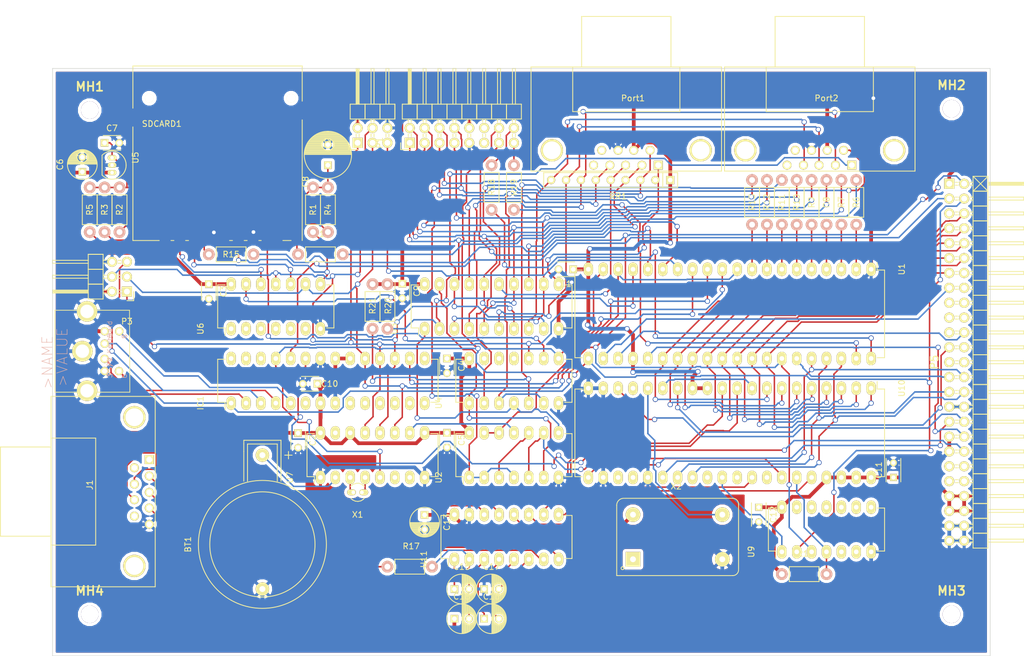
<source format=kicad_pcb>
(kicad_pcb (version 4) (host pcbnew 4.0.2+dfsg1-stable)
  (layers (0 F.Cu signal) (31 B.Cu signal) (35 F.Paste user) (37 F.SilkS user) (39 F.Mask user) (44 Edge.Cuts user))
  (net 0 "")
  (net 1 GND)
  (net 2 VCC)
  (net 3 PHI2)
  (net 4 /RESET)
  (net 5 /RW)
  (net 6 /OE)
  (net 7 /CS_UART)
  (net 8 /CS_VIA)
  (net 9 /WE)
  (net 10 /NMI)
  (net 11 /IRQ)
  (net 12 "Net-(P5-Pad5)")
  (net 13 RDY)
  (net 14 "Net-(P5-Pad39)")
  (net 15 "Net-(P5-Pad40)")
  (net 16 "Net-(P5-Pad41)")
  (net 17 "Net-(P5-Pad42)")
  (net 18 /Connector/D7)
  (net 19 /Connector/D6)
  (net 20 /Connector/D5)
  (net 21 /Connector/D4)
  (net 22 /Connector/D3)
  (net 23 /Connector/D2)
  (net 24 /Connector/D1)
  (net 25 /Connector/D0)
  (net 26 /Connector/A4)
  (net 27 /Connector/A3)
  (net 28 /Connector/A2)
  (net 29 /Connector/A1)
  (net 30 /Connector/A0)
  (net 31 "Net-(BT1-Pad1)")
  (net 32 "Net-(C7-Pad1)")
  (net 33 "Net-(C15-Pad1)")
  (net 34 "Net-(C15-Pad2)")
  (net 35 "Net-(C16-Pad1)")
  (net 36 "Net-(C16-Pad2)")
  (net 37 "Net-(C17-Pad2)")
  (net 38 "Net-(C18-Pad2)")
  (net 39 "Net-(IC1-Pad2)")
  (net 40 "Net-(IC1-Pad3)")
  (net 41 "Net-(IC1-Pad4)")
  (net 42 "Net-(IC1-Pad5)")
  (net 43 "Net-(IC1-Pad6)")
  (net 44 "Net-(IC1-Pad9)")
  (net 45 "Net-(IC1-Pad10)")
  (net 46 "Net-(IC1-Pad11)")
  (net 47 "Net-(IC1-Pad12)")
  (net 48 "Net-(IC1-Pad13)")
  (net 49 "Net-(IC1-Pad14)")
  (net 50 "Net-(IC1-Pad15)")
  (net 51 "/PS/2 Controller/~SPI_SS")
  (net 52 "/PS/2 Controller/SPI_MOSI")
  (net 53 "/PS/2 Controller/SPI_MISO")
  (net 54 "/PS/2 Controller/SPI_CLK")
  (net 55 /Connector/RESET_TRIG)
  (net 56 "Net-(IC1-Pad26)")
  (net 57 "Net-(IC1-Pad27)")
  (net 58 "Net-(IC1-Pad28)")
  (net 59 "Net-(J1-Pad1)")
  (net 60 "Net-(J1-Pad2)")
  (net 61 "Net-(J1-Pad3)")
  (net 62 "Net-(J1-Pad4)")
  (net 63 "Net-(J1-Pad9)")
  (net 64 "Net-(J1-Pad8)")
  (net 65 "Net-(J1-Pad7)")
  (net 66 "Net-(J1-Pad6)")
  (net 67 /CA2)
  (net 68 /CA1)
  (net 69 "/Joystick Ports/JOYPORT_SELECT")
  (net 70 /PA6)
  (net 71 /PA5)
  (net 72 "/Joystick Ports/J_Fire")
  (net 73 "/Joystick Ports/J_Right")
  (net 74 "/Joystick Ports/J_Left")
  (net 75 "/Joystick Ports/J_Down")
  (net 76 "/Joystick Ports/J_Up")
  (net 77 /~SPI_SS4)
  (net 78 "Net-(P5-Pad14)")
  (net 79 "Net-(P5-Pad16)")
  (net 80 "Net-(P5-Pad18)")
  (net 81 /CS_IO2)
  (net 82 /CS_IO1)
  (net 83 /CS_IO0)
  (net 84 /CS_VDP)
  (net 85 /Connector/A5)
  (net 86 "Net-(Port1-Pad1)")
  (net 87 "Net-(Port1-Pad2)")
  (net 88 "Net-(Port1-Pad3)")
  (net 89 "Net-(Port1-Pad4)")
  (net 90 "Net-(Port1-Pad5)")
  (net 91 "Net-(Port1-Pad9)")
  (net 92 "Net-(Port1-Pad6)")
  (net 93 "Net-(Port2-Pad1)")
  (net 94 "Net-(Port2-Pad2)")
  (net 95 "Net-(Port2-Pad3)")
  (net 96 "Net-(Port2-Pad4)")
  (net 97 "Net-(Port2-Pad5)")
  (net 98 "Net-(Port2-Pad9)")
  (net 99 "Net-(Port2-Pad6)")
  (net 100 "Net-(R1-Pad2)")
  (net 101 "Net-(R2-Pad2)")
  (net 102 "Net-(R3-Pad2)")
  (net 103 "Net-(R4-Pad2)")
  (net 104 "Net-(R5-Pad2)")
  (net 105 "Net-(R6-Pad2)")
  (net 106 "Net-(R7-Pad2)")
  (net 107 "Net-(R8-Pad2)")
  (net 108 "Net-(R9-Pad2)")
  (net 109 "Net-(R10-Pad2)")
  (net 110 "Net-(R11-Pad2)")
  (net 111 "Net-(R12-Pad2)")
  (net 112 "Net-(R13-Pad2)")
  (net 113 "/SD Card/SD_WRITE_PROTECT")
  (net 114 "Net-(R14-Pad2)")
  (net 115 "/SD Card/SD_CARD_DETECT")
  (net 116 "Net-(R15-Pad2)")
  (net 117 "Net-(R16-Pad2)")
  (net 118 "Net-(R18-Pad2)")
  (net 119 "Net-(R19-Pad2)")
  (net 120 "Net-(SDCARD1-Pad7)")
  (net 121 "Net-(SDCARD1-Pad12)")
  (net 122 "Net-(SDCARD1-Pad13)")
  (net 123 "/SD Card/SPI_SS1")
  (net 124 /RTC/SPI_SS)
  (net 125 "Net-(U2-Pad10)")
  (net 126 "/Joystick Ports//JOYPORT_ENABLE")
  (net 127 "Net-(U2-Pad6)")
  (net 128 "Net-(U2-Pad8)")
  (net 129 "Net-(U2-Pad11)")
  (net 130 "Net-(U7-Pad3)")
  (net 131 "Net-(U7-Pad4)")
  (net 132 "Net-(U7-Pad6)")
  (net 133 "Net-(U7-Pad7)")
  (net 134 "Net-(U7-Pad15)")
  (net 135 "Net-(U10-Pad30)")
  (net 136 "Net-(U10-Pad15)")
  (net 137 "Net-(U10-Pad10)")
  (net 138 "Net-(U10-Pad11)")
  (net 139 "Net-(U10-Pad16)")
  (net 140 "Net-(U10-Pad17)")
  (net 141 "Net-(U10-Pad23)")
  (net 142 "Net-(U10-Pad24)")
  (net 143 "Net-(U10-Pad29)")
  (net 144 "Net-(U10-Pad31)")
  (net 145 "Net-(U10-Pad32)")
  (net 146 "Net-(U10-Pad33)")
  (net 147 "Net-(U10-Pad36)")
  (net 148 "Net-(X2-Pad1)")
  (net 149 "Net-(P1-Pad11)")
  (net 150 "Net-(P1-Pad12)")
  (module Pin_Headers:Pin_Header_Angled_2x25 (layer F.Cu) (at 216.535 95.885 270)
    (fp_text reference P5 (at 0 3.81 270) (layer F.SilkS) (effects (font (size 1.27 1.27) (thickness 0.2032))))
    (fp_text value CONN_02X25 hide)
    (pad 1 thru_hole rect (at -30.48 1.27 270) (size 1.7272 1.7272) (drill 1.016) (layers *.Cu *.Mask F.SilkS) (net 2 VCC))
    (pad 2 thru_hole oval (at -30.48 -1.27 270) (size 1.7272 1.7272) (drill 1.016) (layers *.Cu *.Mask F.SilkS) (net 4 /RESET))
    (pad 3 thru_hole oval (at -27.94 1.27 270) (size 1.7272 1.7272) (drill 1.016) (layers *.Cu *.Mask F.SilkS) (net 10 /NMI))
    (pad 4 thru_hole oval (at -27.94 -1.27 270) (size 1.7272 1.7272) (drill 1.016) (layers *.Cu *.Mask F.SilkS) (net 11 /IRQ))
    (pad 5 thru_hole oval (at -25.4 1.27 270) (size 1.7272 1.7272) (drill 1.016) (layers *.Cu *.Mask F.SilkS) (net 12 "Net-(P5-Pad5)"))
    (pad 6 thru_hole oval (at -25.4 -1.27 270) (size 1.7272 1.7272) (drill 1.016) (layers *.Cu *.Mask F.SilkS) (net 18 /Connector/D7))
    (pad 7 thru_hole oval (at -22.86 1.27 270) (size 1.7272 1.7272) (drill 1.016) (layers *.Cu *.Mask F.SilkS) (net 19 /Connector/D6))
    (pad 8 thru_hole oval (at -22.86 -1.27 270) (size 1.7272 1.7272) (drill 1.016) (layers *.Cu *.Mask F.SilkS) (net 20 /Connector/D5))
    (pad 9 thru_hole oval (at -20.32 1.27 270) (size 1.7272 1.7272) (drill 1.016) (layers *.Cu *.Mask F.SilkS) (net 21 /Connector/D4))
    (pad 10 thru_hole oval (at -20.32 -1.27 270) (size 1.7272 1.7272) (drill 1.016) (layers *.Cu *.Mask F.SilkS) (net 22 /Connector/D3))
    (pad 11 thru_hole oval (at -17.78 1.27 270) (size 1.7272 1.7272) (drill 1.016) (layers *.Cu *.Mask F.SilkS) (net 23 /Connector/D2))
    (pad 12 thru_hole oval (at -17.78 -1.27 270) (size 1.7272 1.7272) (drill 1.016) (layers *.Cu *.Mask F.SilkS) (net 24 /Connector/D1))
    (pad 13 thru_hole oval (at -15.24 1.27 270) (size 1.7272 1.7272) (drill 1.016) (layers *.Cu *.Mask F.SilkS) (net 25 /Connector/D0))
    (pad 14 thru_hole oval (at -15.24 -1.27 270) (size 1.7272 1.7272) (drill 1.016) (layers *.Cu *.Mask F.SilkS) (net 78 "Net-(P5-Pad14)"))
    (pad 15 thru_hole oval (at -12.7 1.27 270) (size 1.7272 1.7272) (drill 1.016) (layers *.Cu *.Mask F.SilkS) (net 5 /RW))
    (pad 16 thru_hole oval (at -12.7 -1.27 270) (size 1.7272 1.7272) (drill 1.016) (layers *.Cu *.Mask F.SilkS) (net 79 "Net-(P5-Pad16)"))
    (pad 17 thru_hole oval (at -10.16 1.27 270) (size 1.7272 1.7272) (drill 1.016) (layers *.Cu *.Mask F.SilkS) (net 13 RDY))
    (pad 18 thru_hole oval (at -10.16 -1.27 270) (size 1.7272 1.7272) (drill 1.016) (layers *.Cu *.Mask F.SilkS) (net 80 "Net-(P5-Pad18)"))
    (pad 19 thru_hole oval (at -7.62 1.27 270) (size 1.7272 1.7272) (drill 1.016) (layers *.Cu *.Mask F.SilkS) (net 81 /CS_IO2))
    (pad 20 thru_hole oval (at -7.62 -1.27 270) (size 1.7272 1.7272) (drill 1.016) (layers *.Cu *.Mask F.SilkS) (net 82 /CS_IO1))
    (pad 21 thru_hole oval (at -5.08 1.27 270) (size 1.7272 1.7272) (drill 1.016) (layers *.Cu *.Mask F.SilkS) (net 83 /CS_IO0))
    (pad 22 thru_hole oval (at -5.08 -1.27 270) (size 1.7272 1.7272) (drill 1.016) (layers *.Cu *.Mask F.SilkS) (net 8 /CS_VIA))
    (pad 23 thru_hole oval (at -2.54 1.27 270) (size 1.7272 1.7272) (drill 1.016) (layers *.Cu *.Mask F.SilkS) (net 7 /CS_UART))
    (pad 24 thru_hole oval (at -2.54 -1.27 270) (size 1.7272 1.7272) (drill 1.016) (layers *.Cu *.Mask F.SilkS) (net 84 /CS_VDP))
    (pad 25 thru_hole oval (at 0 1.27 270) (size 1.7272 1.7272) (drill 1.016) (layers *.Cu *.Mask F.SilkS) (net 85 /Connector/A5))
    (pad 26 thru_hole oval (at 0 -1.27 270) (size 1.7272 1.7272) (drill 1.016) (layers *.Cu *.Mask F.SilkS) (net 26 /Connector/A4))
    (pad 27 thru_hole oval (at 2.54 1.27 270) (size 1.7272 1.7272) (drill 1.016) (layers *.Cu *.Mask F.SilkS) (net 27 /Connector/A3))
    (pad 28 thru_hole oval (at 2.54 -1.27 270) (size 1.7272 1.7272) (drill 1.016) (layers *.Cu *.Mask F.SilkS) (net 28 /Connector/A2))
    (pad 29 thru_hole oval (at 5.08 1.27 270) (size 1.7272 1.7272) (drill 1.016) (layers *.Cu *.Mask F.SilkS) (net 29 /Connector/A1))
    (pad 30 thru_hole oval (at 5.08 -1.27 270) (size 1.7272 1.7272) (drill 1.016) (layers *.Cu *.Mask F.SilkS) (net 30 /Connector/A0))
    (pad 31 thru_hole oval (at 7.62 1.27 270) (size 1.7272 1.7272) (drill 1.016) (layers *.Cu *.Mask F.SilkS) (net 1 GND))
    (pad 32 thru_hole oval (at 7.62 -1.27 270) (size 1.7272 1.7272) (drill 1.016) (layers *.Cu *.Mask F.SilkS) (net 1 GND))
    (pad 33 thru_hole oval (at 10.16 1.27 270) (size 1.7272 1.7272) (drill 1.016) (layers *.Cu *.Mask F.SilkS) (net 6 /OE))
    (pad 34 thru_hole oval (at 10.16 -1.27 270) (size 1.7272 1.7272) (drill 1.016) (layers *.Cu *.Mask F.SilkS) (net 9 /WE))
    (pad 35 thru_hole oval (at 12.7 1.27 270) (size 1.7272 1.7272) (drill 1.016) (layers *.Cu *.Mask F.SilkS) (net 1 GND))
    (pad 36 thru_hole oval (at 12.7 -1.27 270) (size 1.7272 1.7272) (drill 1.016) (layers *.Cu *.Mask F.SilkS) (net 3 PHI2))
    (pad 37 thru_hole oval (at 15.24 1.27 270) (size 1.7272 1.7272) (drill 1.016) (layers *.Cu *.Mask F.SilkS) (net 1 GND))
    (pad 38 thru_hole oval (at 15.24 -1.27 270) (size 1.7272 1.7272) (drill 1.016) (layers *.Cu *.Mask F.SilkS) (net 55 /Connector/RESET_TRIG))
    (pad 39 thru_hole oval (at 17.78 1.27 270) (size 1.7272 1.7272) (drill 1.016) (layers *.Cu *.Mask F.SilkS) (net 14 "Net-(P5-Pad39)"))
    (pad 40 thru_hole oval (at 17.78 -1.27 270) (size 1.7272 1.7272) (drill 1.016) (layers *.Cu *.Mask F.SilkS) (net 15 "Net-(P5-Pad40)"))
    (pad 41 thru_hole oval (at 20.32 1.27 270) (size 1.7272 1.7272) (drill 1.016) (layers *.Cu *.Mask F.SilkS) (net 16 "Net-(P5-Pad41)"))
    (pad 42 thru_hole oval (at 20.32 -1.27 270) (size 1.7272 1.7272) (drill 1.016) (layers *.Cu *.Mask F.SilkS) (net 17 "Net-(P5-Pad42)"))
    (pad 43 thru_hole oval (at 22.86 1.27 270) (size 1.7272 1.7272) (drill 1.016) (layers *.Cu *.Mask F.SilkS) (net 2 VCC))
    (pad 44 thru_hole oval (at 22.86 -1.27 270) (size 1.7272 1.7272) (drill 1.016) (layers *.Cu *.Mask F.SilkS) (net 2 VCC))
    (pad 45 thru_hole oval (at 25.4 1.27 270) (size 1.7272 1.7272) (drill 1.016) (layers *.Cu *.Mask F.SilkS) (net 2 VCC))
    (pad 46 thru_hole oval (at 25.4 -1.27 270) (size 1.7272 1.7272) (drill 1.016) (layers *.Cu *.Mask F.SilkS) (net 2 VCC))
    (pad 47 thru_hole oval (at 27.94 1.27 270) (size 1.7272 1.7272) (drill 1.016) (layers *.Cu *.Mask F.SilkS) (net 1 GND))
    (pad 48 thru_hole oval (at 27.94 -1.27 270) (size 1.7272 1.7272) (drill 1.016) (layers *.Cu *.Mask F.SilkS) (net 1 GND))
    (pad 49 thru_hole oval (at 30.48 1.27 270) (size 1.7272 1.7272) (drill 1.016) (layers *.Cu *.Mask F.SilkS) (net 1 GND))
    (pad 50 thru_hole oval (at 30.48 -1.27 270) (size 1.7272 1.7272) (drill 1.016) (layers *.Cu *.Mask F.SilkS) (net 1 GND))
  )
  (module Pin_Headers:Pin_Header_Angled_2x03 (layer F.Cu) (at 114.3 58.42 90)
    (fp_text reference P2 (at 0 -5.1 90) (layer F.SilkS))
    (fp_text value SPI4)
    (pad 1 thru_hole rect (at 0 0 90) (size 1.7272 1.7272) (drill 1.016) (layers *.Cu *.Mask F.SilkS) (net 53 "/PS/2 Controller/SPI_MISO"))
    (pad 2 thru_hole oval (at 2.54 0 90) (size 1.7272 1.7272) (drill 1.016) (layers *.Cu *.Mask F.SilkS) (net 2 VCC))
    (pad 3 thru_hole oval (at 0 2.54 90) (size 1.7272 1.7272) (drill 1.016) (layers *.Cu *.Mask F.SilkS) (net 54 "/PS/2 Controller/SPI_CLK"))
    (pad 4 thru_hole oval (at 2.54 2.54 90) (size 1.7272 1.7272) (drill 1.016) (layers *.Cu *.Mask F.SilkS) (net 52 "/PS/2 Controller/SPI_MOSI"))
    (pad 5 thru_hole oval (at 0 5.08 90) (size 1.7272 1.7272) (drill 1.016) (layers *.Cu *.Mask F.SilkS) (net 77 /~SPI_SS4))
    (pad 6 thru_hole oval (at 2.54 5.08 90) (size 1.7272 1.7272) (drill 1.016) (layers *.Cu *.Mask F.SilkS) (net 1 GND))
  )
  (module Connect:DB9MC (layer F.Cu) (at 160.02 60.96)
    (fp_text reference Port1 (at 1.27 -10.16) (layer F.SilkS))
    (fp_text value DB9)
    (pad "" thru_hole circle (at 12.827 -1.27) (size 3.81 3.81) (drill 3.048) (layers *.Cu *.Mask F.SilkS))
    (pad "" thru_hole circle (at -12.573 -1.27) (size 3.81 3.81) (drill 3.048) (layers *.Cu *.Mask F.SilkS))
    (pad 1 thru_hole rect (at 5.588 1.27) (size 1.524 1.524) (drill 1.016) (layers *.Cu *.Mask F.SilkS) (net 86 "Net-(Port1-Pad1)"))
    (pad 2 thru_hole circle (at 2.794 1.27) (size 1.524 1.524) (drill 1.016) (layers *.Cu *.Mask F.SilkS) (net 87 "Net-(Port1-Pad2)"))
    (pad 3 thru_hole circle (at 0 1.27) (size 1.524 1.524) (drill 1.016) (layers *.Cu *.Mask F.SilkS) (net 88 "Net-(Port1-Pad3)"))
    (pad 4 thru_hole circle (at -2.667 1.27) (size 1.524 1.524) (drill 1.016) (layers *.Cu *.Mask F.SilkS) (net 89 "Net-(Port1-Pad4)"))
    (pad 5 thru_hole circle (at -5.461 1.27) (size 1.524 1.524) (drill 1.016) (layers *.Cu *.Mask F.SilkS) (net 90 "Net-(Port1-Pad5)"))
    (pad 9 thru_hole circle (at -4.064 -1.27) (size 1.524 1.524) (drill 1.016) (layers *.Cu *.Mask F.SilkS) (net 91 "Net-(Port1-Pad9)"))
    (pad 8 thru_hole circle (at -1.27 -1.27) (size 1.524 1.524) (drill 1.016) (layers *.Cu *.Mask F.SilkS) (net 1 GND))
    (pad 7 thru_hole circle (at 1.397 -1.27) (size 1.524 1.524) (drill 1.016) (layers *.Cu *.Mask F.SilkS) (net 2 VCC))
    (pad 6 thru_hole circle (at 4.191 -1.27) (size 1.524 1.524) (drill 1.016) (layers *.Cu *.Mask F.SilkS) (net 92 "Net-(Port1-Pad6)"))
  )
  (module Housings_DIP:DIP-40_W15.24mm_LongPads (layer F.Cu) (at 201.93 80.01 270)
    (fp_text reference U1 (at 0 -5.22 270) (layer F.SilkS))
    (fp_text value G65SC22P)
    (pad 1 thru_hole oval (at 0 0 270) (size 2.3 1.6) (drill 0.8) (layers *.Cu *.Mask F.SilkS) (net 1 GND))
    (pad 2 thru_hole oval (at 0 2.54 270) (size 2.3 1.6) (drill 0.8) (layers *.Cu *.Mask F.SilkS) (net 105 "Net-(R6-Pad2)"))
    (pad 3 thru_hole oval (at 0 5.08 270) (size 2.3 1.6) (drill 0.8) (layers *.Cu *.Mask F.SilkS) (net 106 "Net-(R7-Pad2)"))
    (pad 4 thru_hole oval (at 0 7.62 270) (size 2.3 1.6) (drill 0.8) (layers *.Cu *.Mask F.SilkS) (net 107 "Net-(R8-Pad2)"))
    (pad 5 thru_hole oval (at 0 10.16 270) (size 2.3 1.6) (drill 0.8) (layers *.Cu *.Mask F.SilkS) (net 108 "Net-(R9-Pad2)"))
    (pad 6 thru_hole oval (at 0 12.7 270) (size 2.3 1.6) (drill 0.8) (layers *.Cu *.Mask F.SilkS) (net 109 "Net-(R10-Pad2)"))
    (pad 7 thru_hole oval (at 0 15.24 270) (size 2.3 1.6) (drill 0.8) (layers *.Cu *.Mask F.SilkS) (net 110 "Net-(R11-Pad2)"))
    (pad 8 thru_hole oval (at 0 17.78 270) (size 2.3 1.6) (drill 0.8) (layers *.Cu *.Mask F.SilkS) (net 111 "Net-(R12-Pad2)"))
    (pad 9 thru_hole oval (at 0 20.32 270) (size 2.3 1.6) (drill 0.8) (layers *.Cu *.Mask F.SilkS) (net 112 "Net-(R13-Pad2)"))
    (pad 10 thru_hole oval (at 0 22.86 270) (size 2.3 1.6) (drill 0.8) (layers *.Cu *.Mask F.SilkS) (net 54 "/PS/2 Controller/SPI_CLK"))
    (pad 11 thru_hole oval (at 0 25.4 270) (size 2.3 1.6) (drill 0.8) (layers *.Cu *.Mask F.SilkS) (net 123 "/SD Card/SPI_SS1"))
    (pad 12 thru_hole oval (at 0 27.94 270) (size 2.3 1.6) (drill 0.8) (layers *.Cu *.Mask F.SilkS) (net 51 "/PS/2 Controller/~SPI_SS"))
    (pad 13 thru_hole oval (at 0 30.48 270) (size 2.3 1.6) (drill 0.8) (layers *.Cu *.Mask F.SilkS) (net 124 /RTC/SPI_SS))
    (pad 14 thru_hole oval (at 0 33.02 270) (size 2.3 1.6) (drill 0.8) (layers *.Cu *.Mask F.SilkS) (net 77 /~SPI_SS4))
    (pad 15 thru_hole oval (at 0 35.56 270) (size 2.3 1.6) (drill 0.8) (layers *.Cu *.Mask F.SilkS) (net 114 "Net-(R14-Pad2)"))
    (pad 16 thru_hole oval (at 0 38.1 270) (size 2.3 1.6) (drill 0.8) (layers *.Cu *.Mask F.SilkS) (net 116 "Net-(R15-Pad2)"))
    (pad 17 thru_hole oval (at 0 40.64 270) (size 2.3 1.6) (drill 0.8) (layers *.Cu *.Mask F.SilkS) (net 52 "/PS/2 Controller/SPI_MOSI"))
    (pad 18 thru_hole oval (at 0 43.18 270) (size 2.3 1.6) (drill 0.8) (layers *.Cu *.Mask F.SilkS) (net 54 "/PS/2 Controller/SPI_CLK"))
    (pad 19 thru_hole oval (at 0 45.72 270) (size 2.3 1.6) (drill 0.8) (layers *.Cu *.Mask F.SilkS) (net 53 "/PS/2 Controller/SPI_MISO"))
    (pad 20 thru_hole oval (at 0 48.26 270) (size 2.3 1.6) (drill 0.8) (layers *.Cu *.Mask F.SilkS) (net 2 VCC))
    (pad 21 thru_hole oval (at 15.24 48.26 270) (size 2.3 1.6) (drill 0.8) (layers *.Cu *.Mask F.SilkS) (net 11 /IRQ))
    (pad 22 thru_hole oval (at 15.24 45.72 270) (size 2.3 1.6) (drill 0.8) (layers *.Cu *.Mask F.SilkS) (net 5 /RW))
    (pad 23 thru_hole oval (at 15.24 43.18 270) (size 2.3 1.6) (drill 0.8) (layers *.Cu *.Mask F.SilkS) (net 8 /CS_VIA))
    (pad 24 thru_hole oval (at 15.24 40.64 270) (size 2.3 1.6) (drill 0.8) (layers *.Cu *.Mask F.SilkS) (net 2 VCC))
    (pad 25 thru_hole oval (at 15.24 38.1 270) (size 2.3 1.6) (drill 0.8) (layers *.Cu *.Mask F.SilkS) (net 3 PHI2))
    (pad 26 thru_hole oval (at 15.24 35.56 270) (size 2.3 1.6) (drill 0.8) (layers *.Cu *.Mask F.SilkS) (net 18 /Connector/D7))
    (pad 27 thru_hole oval (at 15.24 33.02 270) (size 2.3 1.6) (drill 0.8) (layers *.Cu *.Mask F.SilkS) (net 19 /Connector/D6))
    (pad 28 thru_hole oval (at 15.24 30.48 270) (size 2.3 1.6) (drill 0.8) (layers *.Cu *.Mask F.SilkS) (net 20 /Connector/D5))
    (pad 29 thru_hole oval (at 15.24 27.94 270) (size 2.3 1.6) (drill 0.8) (layers *.Cu *.Mask F.SilkS) (net 21 /Connector/D4))
    (pad 30 thru_hole oval (at 15.24 25.4 270) (size 2.3 1.6) (drill 0.8) (layers *.Cu *.Mask F.SilkS) (net 22 /Connector/D3))
    (pad 31 thru_hole oval (at 15.24 22.86 270) (size 2.3 1.6) (drill 0.8) (layers *.Cu *.Mask F.SilkS) (net 23 /Connector/D2))
    (pad 32 thru_hole oval (at 15.24 20.32 270) (size 2.3 1.6) (drill 0.8) (layers *.Cu *.Mask F.SilkS) (net 24 /Connector/D1))
    (pad 33 thru_hole oval (at 15.24 17.78 270) (size 2.3 1.6) (drill 0.8) (layers *.Cu *.Mask F.SilkS) (net 25 /Connector/D0))
    (pad 34 thru_hole oval (at 15.24 15.24 270) (size 2.3 1.6) (drill 0.8) (layers *.Cu *.Mask F.SilkS) (net 4 /RESET))
    (pad 35 thru_hole oval (at 15.24 12.7 270) (size 2.3 1.6) (drill 0.8) (layers *.Cu *.Mask F.SilkS) (net 27 /Connector/A3))
    (pad 36 thru_hole oval (at 15.24 10.16 270) (size 2.3 1.6) (drill 0.8) (layers *.Cu *.Mask F.SilkS) (net 28 /Connector/A2))
    (pad 37 thru_hole oval (at 15.24 7.62 270) (size 2.3 1.6) (drill 0.8) (layers *.Cu *.Mask F.SilkS) (net 29 /Connector/A1))
    (pad 38 thru_hole oval (at 15.24 5.08 270) (size 2.3 1.6) (drill 0.8) (layers *.Cu *.Mask F.SilkS) (net 30 /Connector/A0))
    (pad 39 thru_hole oval (at 15.24 2.54 270) (size 2.3 1.6) (drill 0.8) (layers *.Cu *.Mask F.SilkS) (net 119 "Net-(R19-Pad2)"))
    (pad 40 thru_hole oval (at 15.24 0 270) (size 2.3 1.6) (drill 0.8) (layers *.Cu *.Mask F.SilkS) (net 118 "Net-(R18-Pad2)"))
  )
  (module Housings_DIP:DIP-14_W7.62mm_LongPads (layer F.Cu) (at 133.35 115.57 90)
    (fp_text reference U2 (at 0 -5.22 90) (layer F.SilkS))
    (fp_text value 7400)
    (pad 1 thru_hole oval (at 0 0 90) (size 2.3 1.6) (drill 0.8) (layers *.Cu *.Mask F.SilkS) (net 69 "/Joystick Ports/JOYPORT_SELECT"))
    (pad 2 thru_hole oval (at 0 2.54 90) (size 2.3 1.6) (drill 0.8) (layers *.Cu *.Mask F.SilkS) (net 69 "/Joystick Ports/JOYPORT_SELECT"))
    (pad 3 thru_hole oval (at 0 5.08 90) (size 2.3 1.6) (drill 0.8) (layers *.Cu *.Mask F.SilkS) (net 125 "Net-(U2-Pad10)"))
    (pad 4 thru_hole oval (at 0 7.62 90) (size 2.3 1.6) (drill 0.8) (layers *.Cu *.Mask F.SilkS) (net 69 "/Joystick Ports/JOYPORT_SELECT"))
    (pad 5 thru_hole oval (at 0 10.16 90) (size 2.3 1.6) (drill 0.8) (layers *.Cu *.Mask F.SilkS) (net 126 "/Joystick Ports//JOYPORT_ENABLE"))
    (pad 6 thru_hole oval (at 0 12.7 90) (size 2.3 1.6) (drill 0.8) (layers *.Cu *.Mask F.SilkS) (net 127 "Net-(U2-Pad6)"))
    (pad 7 thru_hole oval (at 0 15.24 90) (size 2.3 1.6) (drill 0.8) (layers *.Cu *.Mask F.SilkS) (net 1 GND))
    (pad 8 thru_hole oval (at 7.62 15.24 90) (size 2.3 1.6) (drill 0.8) (layers *.Cu *.Mask F.SilkS) (net 128 "Net-(U2-Pad8)"))
    (pad 9 thru_hole oval (at 7.62 12.7 90) (size 2.3 1.6) (drill 0.8) (layers *.Cu *.Mask F.SilkS) (net 126 "/Joystick Ports//JOYPORT_ENABLE"))
    (pad 10 thru_hole oval (at 7.62 10.16 90) (size 2.3 1.6) (drill 0.8) (layers *.Cu *.Mask F.SilkS) (net 125 "Net-(U2-Pad10)"))
    (pad 11 thru_hole oval (at 7.62 7.62 90) (size 2.3 1.6) (drill 0.8) (layers *.Cu *.Mask F.SilkS) (net 129 "Net-(U2-Pad11)"))
    (pad 12 thru_hole oval (at 7.62 5.08 90) (size 2.3 1.6) (drill 0.8) (layers *.Cu *.Mask F.SilkS) (net 124 /RTC/SPI_SS))
    (pad 13 thru_hole oval (at 7.62 2.54 90) (size 2.3 1.6) (drill 0.8) (layers *.Cu *.Mask F.SilkS) (net 124 /RTC/SPI_SS))
    (pad 14 thru_hole oval (at 7.62 0 90) (size 2.3 1.6) (drill 0.8) (layers *.Cu *.Mask F.SilkS) (net 2 VCC))
  )
  (module Housings_DIP:DIP-16_W7.62mm_LongPads (layer F.Cu) (at 130.81 129.54 90)
    (fp_text reference U11 (at 0 -5.22 90) (layer F.SilkS))
    (fp_text value MAX232)
    (pad 1 thru_hole oval (at 0 0 90) (size 2.3 1.6) (drill 0.8) (layers *.Cu *.Mask F.SilkS) (net 33 "Net-(C15-Pad1)"))
    (pad 2 thru_hole oval (at 0 2.54 90) (size 2.3 1.6) (drill 0.8) (layers *.Cu *.Mask F.SilkS) (net 38 "Net-(C18-Pad2)"))
    (pad 3 thru_hole oval (at 0 5.08 90) (size 2.3 1.6) (drill 0.8) (layers *.Cu *.Mask F.SilkS) (net 34 "Net-(C15-Pad2)"))
    (pad 4 thru_hole oval (at 0 7.62 90) (size 2.3 1.6) (drill 0.8) (layers *.Cu *.Mask F.SilkS) (net 35 "Net-(C16-Pad1)"))
    (pad 5 thru_hole oval (at 0 10.16 90) (size 2.3 1.6) (drill 0.8) (layers *.Cu *.Mask F.SilkS) (net 36 "Net-(C16-Pad2)"))
    (pad 6 thru_hole oval (at 0 12.7 90) (size 2.3 1.6) (drill 0.8) (layers *.Cu *.Mask F.SilkS) (net 37 "Net-(C17-Pad2)"))
    (pad 7 thru_hole oval (at 0 15.24 90) (size 2.3 1.6) (drill 0.8) (layers *.Cu *.Mask F.SilkS) (net 61 "Net-(J1-Pad3)"))
    (pad 8 thru_hole oval (at 0 17.78 90) (size 2.3 1.6) (drill 0.8) (layers *.Cu *.Mask F.SilkS) (net 60 "Net-(J1-Pad2)"))
    (pad 9 thru_hole oval (at 7.62 17.78 90) (size 2.3 1.6) (drill 0.8) (layers *.Cu *.Mask F.SilkS) (net 137 "Net-(U10-Pad10)"))
    (pad 10 thru_hole oval (at 7.62 15.24 90) (size 2.3 1.6) (drill 0.8) (layers *.Cu *.Mask F.SilkS) (net 138 "Net-(U10-Pad11)"))
    (pad 11 thru_hole oval (at 7.62 12.7 90) (size 2.3 1.6) (drill 0.8) (layers *.Cu *.Mask F.SilkS) (net 145 "Net-(U10-Pad32)"))
    (pad 12 thru_hole oval (at 7.62 10.16 90) (size 2.3 1.6) (drill 0.8) (layers *.Cu *.Mask F.SilkS) (net 147 "Net-(U10-Pad36)"))
    (pad 13 thru_hole oval (at 7.62 7.62 90) (size 2.3 1.6) (drill 0.8) (layers *.Cu *.Mask F.SilkS) (net 64 "Net-(J1-Pad8)"))
    (pad 14 thru_hole oval (at 7.62 5.08 90) (size 2.3 1.6) (drill 0.8) (layers *.Cu *.Mask F.SilkS) (net 65 "Net-(J1-Pad7)"))
    (pad 15 thru_hole oval (at 7.62 2.54 90) (size 2.3 1.6) (drill 0.8) (layers *.Cu *.Mask F.SilkS) (net 1 GND))
    (pad 16 thru_hole oval (at 7.62 0 90) (size 2.3 1.6) (drill 0.8) (layers *.Cu *.Mask F.SilkS) (net 2 VCC))
  )
  (module Mounting_Holes:MountingHole_3mm (layer F.Cu) (at 68.58 52.832)
    (fp_text reference MH1 (at 0 -4.0005) (layer F.SilkS) (effects (font (thickness 0.3048))))
    (fp_text value MountingHole_3mm_RevA_Date21Jun2010 hide)
    (pad 1 thru_hole circle (at 0 0) (size 2.99974 2.99974) (drill 2.99974) (layers))
  )
  (module Mounting_Holes:MountingHole_3mm (layer F.Cu) (at 215.646 52.578)
    (fp_text reference MH2 (at 0 -4.0005) (layer F.SilkS) (effects (font (thickness 0.3048))))
    (fp_text value MountingHole_3mm_RevA_Date21Jun2010 hide)
    (pad 1 thru_hole circle (at 0 0) (size 2.99974 2.99974) (drill 2.99974) (layers))
  )
  (module Mounting_Holes:MountingHole_3mm (layer F.Cu) (at 68.58 138.938)
    (fp_text reference MH4 (at 0 -4.0005) (layer F.SilkS) (effects (font (thickness 0.3048))))
    (fp_text value MountingHole_3mm_RevA_Date21Jun2010 hide)
    (pad 1 thru_hole circle (at 0 0) (size 2.99974 2.99974) (drill 2.99974) (layers))
  )
  (module Mounting_Holes:MountingHole_3mm (layer F.Cu) (at 215.646 138.938)
    (fp_text reference MH3 (at 0 -4.0005) (layer F.SilkS) (effects (font (thickness 0.3048))))
    (fp_text value MountingHole_3mm_RevA_Date21Jun2010 hide)
    (pad 1 thru_hole circle (at 0 0) (size 2.99974 2.99974) (drill 2.99974) (layers))
  )
  (module Connect:CR2032H (layer F.Cu) (at 98.044 127 90)
    (fp_text reference BT1 (at 0 -12.7 90) (layer F.SilkS))
    (fp_text value BATTERY)
    (pad 2 thru_hole circle (at -7.62 0 90) (size 2.286 2.286) (drill 1.016) (layers *.Cu *.Mask F.SilkS) (net 1 GND))
    (pad 1 thru_hole circle (at 15.24 0 90) (size 2.286 2.286) (drill 1.016) (layers *.Cu *.Mask F.SilkS) (net 31 "Net-(BT1-Pad1)"))
  )
  (module Capacitors_ThroughHole:C_Disc_D3_P2.5 (layer F.Cu) (at 151.09 80.01 180)
    (fp_text reference C1 (at 1.25 -2.5 180) (layer F.SilkS))
    (fp_text value 100nF)
    (pad 1 thru_hole rect (at 0 0 180) (size 1.3 1.3) (drill 0.8) (layers *.Cu *.Mask F.SilkS) (net 2 VCC))
    (pad 2 thru_hole circle (at 2.5 0 180) (size 1.3 1.3) (drill 0.8001) (layers *.Cu *.Mask F.SilkS) (net 1 GND))
  )
  (module Capacitors_ThroughHole:C_Disc_D3_P2.5 (layer F.Cu) (at 104.14 107.99 270)
    (fp_text reference C2 (at 1.25 -2.5 270) (layer F.SilkS))
    (fp_text value 100nF)
    (pad 1 thru_hole rect (at 0 0 270) (size 1.3 1.3) (drill 0.8) (layers *.Cu *.Mask F.SilkS) (net 2 VCC))
    (pad 2 thru_hole circle (at 2.5 0 270) (size 1.3 1.3) (drill 0.8001) (layers *.Cu *.Mask F.SilkS) (net 1 GND))
  )
  (module Capacitors_ThroughHole:C_Disc_D3_P2.5 (layer F.Cu) (at 88.9 82.55 270)
    (fp_text reference C3 (at 1.25 -2.5 270) (layer F.SilkS))
    (fp_text value 100nF)
    (pad 1 thru_hole rect (at 0 0 270) (size 1.3 1.3) (drill 0.8) (layers *.Cu *.Mask F.SilkS) (net 2 VCC))
    (pad 2 thru_hole circle (at 2.5 0 270) (size 1.3 1.3) (drill 0.8001) (layers *.Cu *.Mask F.SilkS) (net 1 GND))
  )
  (module Capacitors_ThroughHole:C_Disc_D3_P2.5 (layer F.Cu) (at 129.54 95.25 270)
    (fp_text reference C4 (at 1.25 -2.5 270) (layer F.SilkS))
    (fp_text value 100µF)
    (pad 1 thru_hole rect (at 0 0 270) (size 1.3 1.3) (drill 0.8) (layers *.Cu *.Mask F.SilkS) (net 2 VCC))
    (pad 2 thru_hole circle (at 2.5 0 270) (size 1.3 1.3) (drill 0.8001) (layers *.Cu *.Mask F.SilkS) (net 1 GND))
  )
  (module Capacitors_ThroughHole:C_Disc_D3_P2.5 (layer F.Cu) (at 129.54 107.95 270)
    (fp_text reference C5 (at 1.25 -2.5 270) (layer F.SilkS))
    (fp_text value 100nF)
    (pad 1 thru_hole rect (at 0 0 270) (size 1.3 1.3) (drill 0.8) (layers *.Cu *.Mask F.SilkS) (net 2 VCC))
    (pad 2 thru_hole circle (at 2.5 0 270) (size 1.3 1.3) (drill 0.8001) (layers *.Cu *.Mask F.SilkS) (net 1 GND))
  )
  (module Capacitors_ThroughHole:C_Radial_D5_L6_P2.5 (layer F.Cu) (at 67.31 63.373 90)
    (fp_text reference C6 (at 1.25 -3.8 90) (layer F.SilkS))
    (fp_text value 10µF)
    (pad 1 thru_hole rect (at 0 0 90) (size 1.3 1.3) (drill 0.8) (layers *.Cu *.Mask F.SilkS) (net 2 VCC))
    (pad 2 thru_hole circle (at 2.5 0 90) (size 1.3 1.3) (drill 0.8) (layers *.Cu *.Mask F.SilkS) (net 1 GND))
  )
  (module Capacitors_ThroughHole:C_Disc_D3_P2.5 (layer F.Cu) (at 71.12 58.42)
    (fp_text reference C7 (at 1.25 -2.5) (layer F.SilkS))
    (fp_text value 100nF)
    (pad 1 thru_hole rect (at 0 0) (size 1.3 1.3) (drill 0.8) (layers *.Cu *.Mask F.SilkS) (net 32 "Net-(C7-Pad1)"))
    (pad 2 thru_hole circle (at 2.5 0) (size 1.3 1.3) (drill 0.8001) (layers *.Cu *.Mask F.SilkS) (net 1 GND))
  )
  (module Capacitors_ThroughHole:C_Radial_D8_L11.5_P3.5 (layer F.Cu) (at 109.22 62.23 90)
    (fp_text reference C8 (at -2.85 -3.81 90) (layer F.SilkS))
    (fp_text value 100nF)
    (pad 2 thru_hole circle (at 3.5 0 90) (size 1.3 1.3) (drill 0.8) (layers *.Cu *.Mask F.SilkS) (net 1 GND))
    (pad 1 thru_hole rect (at 0 0 90) (size 1.3 1.3) (drill 0.8) (layers *.Cu *.Mask F.SilkS) (net 32 "Net-(C7-Pad1)"))
  )
  (module Capacitors_ThroughHole:C_Disc_D3_P2.5 (layer F.Cu) (at 121.92 82.463 270)
    (fp_text reference C9 (at 1.25 -2.5 270) (layer F.SilkS))
    (fp_text value 100nF)
    (pad 1 thru_hole rect (at 0 0 270) (size 1.3 1.3) (drill 0.8) (layers *.Cu *.Mask F.SilkS) (net 2 VCC))
    (pad 2 thru_hole circle (at 2.5 0 270) (size 1.3 1.3) (drill 0.8001) (layers *.Cu *.Mask F.SilkS) (net 1 GND))
  )
  (module Capacitors_ThroughHole:C_Disc_D3_P2.5 (layer F.Cu) (at 107.442 99.568 180)
    (fp_text reference C10 (at -2.072 0 180) (layer F.SilkS))
    (fp_text value 100nF)
    (pad 1 thru_hole rect (at 0 0 180) (size 1.3 1.3) (drill 0.8) (layers *.Cu *.Mask F.SilkS) (net 2 VCC))
    (pad 2 thru_hole circle (at 2.5 0 180) (size 1.3 1.3) (drill 0.8001) (layers *.Cu *.Mask F.SilkS) (net 1 GND))
  )
  (module Capacitors_ThroughHole:C_Rect_L4_W2.5_P2.5 (layer F.Cu) (at 205.74 115.57 90)
    (fp_text reference C11 (at 1.25 -2.5 90) (layer F.SilkS))
    (fp_text value 100nF)
    (pad 1 thru_hole rect (at 0 0 90) (size 1.2 1.2) (drill 0.7) (layers *.Cu *.Mask F.SilkS) (net 2 VCC))
    (pad 2 thru_hole circle (at 2.5 0 90) (size 1.2 1.2) (drill 0.7) (layers *.Cu *.Mask F.SilkS) (net 1 GND))
  )
  (module Capacitors_ThroughHole:C_Rect_L4_W2.5_P2.5 (layer F.Cu) (at 182.753 120.65 270)
    (fp_text reference C12 (at 1.25 -2.5 270) (layer F.SilkS))
    (fp_text value 100nF)
    (pad 1 thru_hole rect (at 0 0 270) (size 1.2 1.2) (drill 0.7) (layers *.Cu *.Mask F.SilkS) (net 2 VCC))
    (pad 2 thru_hole circle (at 2.5 0 270) (size 1.2 1.2) (drill 0.7) (layers *.Cu *.Mask F.SilkS) (net 1 GND))
  )
  (module Capacitors_ThroughHole:C_Radial_D5_L6_P2.5 (layer F.Cu) (at 125.73 121.96 270)
    (fp_text reference C13 (at 1.25 -3.8 270) (layer F.SilkS))
    (fp_text value 1µF)
    (pad 1 thru_hole rect (at 0 0 270) (size 1.3 1.3) (drill 0.8) (layers *.Cu *.Mask F.SilkS) (net 2 VCC))
    (pad 2 thru_hole circle (at 2.5 0 270) (size 1.3 1.3) (drill 0.8) (layers *.Cu *.Mask F.SilkS) (net 1 GND))
  )
  (module Capacitors_ThroughHole:C_Radial_D5_L6_P2.5 (layer F.Cu) (at 130.81 134.62)
    (fp_text reference C15 (at 1.25 -3.8) (layer F.SilkS))
    (fp_text value 1µF)
    (pad 1 thru_hole rect (at 0 0) (size 1.3 1.3) (drill 0.8) (layers *.Cu *.Mask F.SilkS) (net 33 "Net-(C15-Pad1)"))
    (pad 2 thru_hole circle (at 2.5 0) (size 1.3 1.3) (drill 0.8) (layers *.Cu *.Mask F.SilkS) (net 34 "Net-(C15-Pad2)"))
  )
  (module Capacitors_ThroughHole:C_Radial_D5_L6_P2.5 (layer F.Cu) (at 135.89 139.7)
    (fp_text reference C16 (at 1.25 -3.8) (layer F.SilkS))
    (fp_text value 1µF)
    (pad 1 thru_hole rect (at 0 0) (size 1.3 1.3) (drill 0.8) (layers *.Cu *.Mask F.SilkS) (net 35 "Net-(C16-Pad1)"))
    (pad 2 thru_hole circle (at 2.5 0) (size 1.3 1.3) (drill 0.8) (layers *.Cu *.Mask F.SilkS) (net 36 "Net-(C16-Pad2)"))
  )
  (module Capacitors_ThroughHole:C_Radial_D5_L6_P2.5 (layer F.Cu) (at 135.89 134.62)
    (fp_text reference C17 (at 1.25 -3.8) (layer F.SilkS))
    (fp_text value 1µF)
    (pad 1 thru_hole rect (at 0 0) (size 1.3 1.3) (drill 0.8) (layers *.Cu *.Mask F.SilkS) (net 1 GND))
    (pad 2 thru_hole circle (at 2.5 0) (size 1.3 1.3) (drill 0.8) (layers *.Cu *.Mask F.SilkS) (net 37 "Net-(C17-Pad2)"))
  )
  (module Capacitors_ThroughHole:C_Radial_D5_L6_P2.5 (layer F.Cu) (at 130.81 139.7)
    (fp_text reference C18 (at 1.25 -3.8) (layer F.SilkS))
    (fp_text value 1µF)
    (pad 1 thru_hole rect (at 0 0) (size 1.3 1.3) (drill 0.8) (layers *.Cu *.Mask F.SilkS) (net 2 VCC))
    (pad 2 thru_hole circle (at 2.5 0) (size 1.3 1.3) (drill 0.8) (layers *.Cu *.Mask F.SilkS) (net 38 "Net-(C18-Pad2)"))
  )
  (module Housings_DIP:DIP-28_W7.62mm_LongPads (layer F.Cu) (at 92.71 102.87 90)
    (fp_text reference IC1 (at 0 -5.22 90) (layer F.SilkS))
    (fp_text value ATMEGA8-P)
    (pad 1 thru_hole oval (at 0 0 90) (size 2.3 1.6) (drill 0.8) (layers *.Cu *.Mask F.SilkS) (net 4 /RESET))
    (pad 2 thru_hole oval (at 0 2.54 90) (size 2.3 1.6) (drill 0.8) (layers *.Cu *.Mask F.SilkS) (net 39 "Net-(IC1-Pad2)"))
    (pad 3 thru_hole oval (at 0 5.08 90) (size 2.3 1.6) (drill 0.8) (layers *.Cu *.Mask F.SilkS) (net 40 "Net-(IC1-Pad3)"))
    (pad 4 thru_hole oval (at 0 7.62 90) (size 2.3 1.6) (drill 0.8) (layers *.Cu *.Mask F.SilkS) (net 41 "Net-(IC1-Pad4)"))
    (pad 5 thru_hole oval (at 0 10.16 90) (size 2.3 1.6) (drill 0.8) (layers *.Cu *.Mask F.SilkS) (net 42 "Net-(IC1-Pad5)"))
    (pad 6 thru_hole oval (at 0 12.7 90) (size 2.3 1.6) (drill 0.8) (layers *.Cu *.Mask F.SilkS) (net 43 "Net-(IC1-Pad6)"))
    (pad 7 thru_hole oval (at 0 15.24 90) (size 2.3 1.6) (drill 0.8) (layers *.Cu *.Mask F.SilkS) (net 2 VCC))
    (pad 8 thru_hole oval (at 0 17.78 90) (size 2.3 1.6) (drill 0.8) (layers *.Cu *.Mask F.SilkS) (net 1 GND))
    (pad 9 thru_hole oval (at 0 20.32 90) (size 2.3 1.6) (drill 0.8) (layers *.Cu *.Mask F.SilkS) (net 44 "Net-(IC1-Pad9)"))
    (pad 10 thru_hole oval (at 0 22.86 90) (size 2.3 1.6) (drill 0.8) (layers *.Cu *.Mask F.SilkS) (net 45 "Net-(IC1-Pad10)"))
    (pad 11 thru_hole oval (at 0 25.4 90) (size 2.3 1.6) (drill 0.8) (layers *.Cu *.Mask F.SilkS) (net 46 "Net-(IC1-Pad11)"))
    (pad 12 thru_hole oval (at 0 27.94 90) (size 2.3 1.6) (drill 0.8) (layers *.Cu *.Mask F.SilkS) (net 47 "Net-(IC1-Pad12)"))
    (pad 13 thru_hole oval (at 0 30.48 90) (size 2.3 1.6) (drill 0.8) (layers *.Cu *.Mask F.SilkS) (net 48 "Net-(IC1-Pad13)"))
    (pad 14 thru_hole oval (at 0 33.02 90) (size 2.3 1.6) (drill 0.8) (layers *.Cu *.Mask F.SilkS) (net 49 "Net-(IC1-Pad14)"))
    (pad 15 thru_hole oval (at 7.62 33.02 90) (size 2.3 1.6) (drill 0.8) (layers *.Cu *.Mask F.SilkS) (net 50 "Net-(IC1-Pad15)"))
    (pad 16 thru_hole oval (at 7.62 30.48 90) (size 2.3 1.6) (drill 0.8) (layers *.Cu *.Mask F.SilkS) (net 51 "/PS/2 Controller/~SPI_SS"))
    (pad 17 thru_hole oval (at 7.62 27.94 90) (size 2.3 1.6) (drill 0.8) (layers *.Cu *.Mask F.SilkS) (net 52 "/PS/2 Controller/SPI_MOSI"))
    (pad 18 thru_hole oval (at 7.62 25.4 90) (size 2.3 1.6) (drill 0.8) (layers *.Cu *.Mask F.SilkS) (net 53 "/PS/2 Controller/SPI_MISO"))
    (pad 19 thru_hole oval (at 7.62 22.86 90) (size 2.3 1.6) (drill 0.8) (layers *.Cu *.Mask F.SilkS) (net 54 "/PS/2 Controller/SPI_CLK"))
    (pad 20 thru_hole oval (at 7.62 20.32 90) (size 2.3 1.6) (drill 0.8) (layers *.Cu *.Mask F.SilkS) (net 2 VCC))
    (pad 21 thru_hole oval (at 7.62 17.78 90) (size 2.3 1.6) (drill 0.8) (layers *.Cu *.Mask F.SilkS) (net 2 VCC))
    (pad 22 thru_hole oval (at 7.62 15.24 90) (size 2.3 1.6) (drill 0.8) (layers *.Cu *.Mask F.SilkS) (net 1 GND))
    (pad 23 thru_hole oval (at 7.62 12.7 90) (size 2.3 1.6) (drill 0.8) (layers *.Cu *.Mask F.SilkS) (net 55 /Connector/RESET_TRIG))
    (pad 24 thru_hole oval (at 7.62 10.16 90) (size 2.3 1.6) (drill 0.8) (layers *.Cu *.Mask F.SilkS) (net 10 /NMI))
    (pad 25 thru_hole oval (at 7.62 7.62 90) (size 2.3 1.6) (drill 0.8) (layers *.Cu *.Mask F.SilkS) (net 11 /IRQ))
    (pad 26 thru_hole oval (at 7.62 5.08 90) (size 2.3 1.6) (drill 0.8) (layers *.Cu *.Mask F.SilkS) (net 56 "Net-(IC1-Pad26)"))
    (pad 27 thru_hole oval (at 7.62 2.54 90) (size 2.3 1.6) (drill 0.8) (layers *.Cu *.Mask F.SilkS) (net 57 "Net-(IC1-Pad27)"))
    (pad 28 thru_hole oval (at 7.62 0 90) (size 2.3 1.6) (drill 0.8) (layers *.Cu *.Mask F.SilkS) (net 58 "Net-(IC1-Pad28)"))
  )
  (module Connect:DB9MC (layer F.Cu) (at 77.47 118.11 90)
    (fp_text reference J1 (at 1.27 -8.89 90) (layer F.SilkS))
    (fp_text value DB9)
    (pad "" thru_hole circle (at 12.827 -1.27 90) (size 3.81 3.81) (drill 3.048) (layers *.Cu *.Mask F.SilkS))
    (pad "" thru_hole circle (at -12.573 -1.27 90) (size 3.81 3.81) (drill 3.048) (layers *.Cu *.Mask F.SilkS))
    (pad 1 thru_hole rect (at 5.588 1.27 90) (size 1.524 1.524) (drill 1.016) (layers *.Cu *.Mask F.SilkS) (net 59 "Net-(J1-Pad1)"))
    (pad 2 thru_hole circle (at 2.794 1.27 90) (size 1.524 1.524) (drill 1.016) (layers *.Cu *.Mask F.SilkS) (net 60 "Net-(J1-Pad2)"))
    (pad 3 thru_hole circle (at 0 1.27 90) (size 1.524 1.524) (drill 1.016) (layers *.Cu *.Mask F.SilkS) (net 61 "Net-(J1-Pad3)"))
    (pad 4 thru_hole circle (at -2.667 1.27 90) (size 1.524 1.524) (drill 1.016) (layers *.Cu *.Mask F.SilkS) (net 62 "Net-(J1-Pad4)"))
    (pad 5 thru_hole circle (at -5.461 1.27 90) (size 1.524 1.524) (drill 1.016) (layers *.Cu *.Mask F.SilkS) (net 1 GND))
    (pad 9 thru_hole circle (at -4.064 -1.27 90) (size 1.524 1.524) (drill 1.016) (layers *.Cu *.Mask F.SilkS) (net 63 "Net-(J1-Pad9)"))
    (pad 8 thru_hole circle (at -1.27 -1.27 90) (size 1.524 1.524) (drill 1.016) (layers *.Cu *.Mask F.SilkS) (net 64 "Net-(J1-Pad8)"))
    (pad 7 thru_hole circle (at 1.397 -1.27 90) (size 1.524 1.524) (drill 1.016) (layers *.Cu *.Mask F.SilkS) (net 65 "Net-(J1-Pad7)"))
    (pad 6 thru_hole circle (at 4.191 -1.27 90) (size 1.524 1.524) (drill 1.016) (layers *.Cu *.Mask F.SilkS) (net 66 "Net-(J1-Pad6)"))
  )
  (module Pin_Headers:Pin_Header_Angled_2x03 (layer F.Cu) (at 74.93 83.82 180)
    (fp_text reference P3 (at 0 -5.1 180) (layer F.SilkS))
    (fp_text value ISP)
    (pad 1 thru_hole rect (at 0 0 180) (size 1.7272 1.7272) (drill 1.016) (layers *.Cu *.Mask F.SilkS) (net 53 "/PS/2 Controller/SPI_MISO"))
    (pad 2 thru_hole oval (at 2.54 0 180) (size 1.7272 1.7272) (drill 1.016) (layers *.Cu *.Mask F.SilkS) (net 2 VCC))
    (pad 3 thru_hole oval (at 0 2.54 180) (size 1.7272 1.7272) (drill 1.016) (layers *.Cu *.Mask F.SilkS) (net 54 "/PS/2 Controller/SPI_CLK"))
    (pad 4 thru_hole oval (at 2.54 2.54 180) (size 1.7272 1.7272) (drill 1.016) (layers *.Cu *.Mask F.SilkS) (net 52 "/PS/2 Controller/SPI_MOSI"))
    (pad 5 thru_hole oval (at 0 5.08 180) (size 1.7272 1.7272) (drill 1.016) (layers *.Cu *.Mask F.SilkS) (net 4 /RESET))
    (pad 6 thru_hole oval (at 2.54 5.08 180) (size 1.7272 1.7272) (drill 1.016) (layers *.Cu *.Mask F.SilkS) (net 1 GND))
  )
  (module Steckschwein:mini_din-M_DIN6 (layer F.Cu) (at 67.37096 94.00794 90)
    (fp_text reference P4 (at -1.8796 4.6228 90) (layer B.SilkS) (effects (font (size 0.8128 0.8128) (thickness 0.0889))))
    (fp_text value "PS/2 Keyboard" (at 0.49784 4.6228 90) (layer B.SilkS) (effects (font (size 0.8128 0.8128) (thickness 0.0889))))
    (fp_text user 3 (at -4.17322 4.6228 90) (layer B.SilkS) (effects (font (size 0.8128 0.8128) (thickness 0.0889))))
    (fp_text user 5 (at 2.68478 4.66344 90) (layer B.SilkS) (effects (font (size 0.8128 0.8128) (thickness 0.0889))))
    (fp_text user 6 (at -4.24942 7.12216 90) (layer B.SilkS) (effects (font (size 0.8128 0.8128) (thickness 0.0889))))
    (fp_text user 8 (at 2.51714 7.1628 90) (layer B.SilkS) (effects (font (size 0.8128 0.8128) (thickness 0.0889))))
    (fp_text user >NAME (at -1.905 -6.01726 90) (layer B.SilkS) (effects (font (size 1.778 1.778) (thickness 0.0889))))
    (fp_text user >VALUE (at -1.016 -3.47726 90) (layer B.SilkS) (effects (font (size 1.778 1.778) (thickness 0.0889))))
    (pad 1 thru_hole circle (at -1.29794 3.74904 90) (size 1.4224 2.8448) (drill 0.89916) (layers *.Cu F.Paste F.SilkS F.Mask) (net 39 "Net-(IC1-Pad2)"))
    (pad 2 thru_hole circle (at 1.29794 3.74904 90) (size 1.4224 2.8448) (drill 0.89916) (layers *.Cu F.Paste F.SilkS F.Mask) (net 40 "Net-(IC1-Pad3)"))
    (pad 3 thru_hole circle (at -3.39852 3.74904 90) (size 1.4224 2.8448) (drill 0.89916) (layers *.Cu F.Paste F.SilkS F.Mask) (net 1 GND))
    (pad 5 thru_hole circle (at 3.39852 3.74904 90) (size 1.4224 2.8448) (drill 0.89916) (layers *.Cu F.Paste F.SilkS F.Mask) (net 2 VCC))
    (pad 6 thru_hole circle (at -3.39852 6.1976 90) (size 1.4224 2.8448) (drill 0.89916) (layers *.Cu F.Paste F.SilkS F.Mask) (net 41 "Net-(IC1-Pad4)"))
    (pad 8 thru_hole circle (at 3.39852 6.2484 90) (size 1.4224 2.8448) (drill 0.89916) (layers *.Cu F.Paste F.SilkS F.Mask) (net 42 "Net-(IC1-Pad5)"))
    (pad SH1 thru_hole circle (at 6.79958 0.7493 90) (size 3.49758 3.49758) (drill 2.2987) (layers *.Cu F.Paste F.SilkS F.Mask) (net 1 GND))
    (pad SH2 thru_hole circle (at 0 -0.04826 90) (size 3.49758 3.49758) (drill 2.2987) (layers *.Cu F.Paste F.SilkS F.Mask) (net 1 GND))
    (pad SH3 thru_hole circle (at -6.74878 0.7493 90) (size 3.49758 3.49758) (drill 2.2987) (layers *.Cu F.Paste F.SilkS F.Mask) (net 1 GND))
  )
  (module Connect:DB9MC (layer F.Cu) (at 193.04 60.96)
    (fp_text reference Port2 (at 1.27 -10.16) (layer F.SilkS))
    (fp_text value DB9)
    (pad "" thru_hole circle (at 12.827 -1.27) (size 3.81 3.81) (drill 3.048) (layers *.Cu *.Mask F.SilkS))
    (pad "" thru_hole circle (at -12.573 -1.27) (size 3.81 3.81) (drill 3.048) (layers *.Cu *.Mask F.SilkS))
    (pad 1 thru_hole rect (at 5.588 1.27) (size 1.524 1.524) (drill 1.016) (layers *.Cu *.Mask F.SilkS) (net 93 "Net-(Port2-Pad1)"))
    (pad 2 thru_hole circle (at 2.794 1.27) (size 1.524 1.524) (drill 1.016) (layers *.Cu *.Mask F.SilkS) (net 94 "Net-(Port2-Pad2)"))
    (pad 3 thru_hole circle (at 0 1.27) (size 1.524 1.524) (drill 1.016) (layers *.Cu *.Mask F.SilkS) (net 95 "Net-(Port2-Pad3)"))
    (pad 4 thru_hole circle (at -2.667 1.27) (size 1.524 1.524) (drill 1.016) (layers *.Cu *.Mask F.SilkS) (net 96 "Net-(Port2-Pad4)"))
    (pad 5 thru_hole circle (at -5.461 1.27) (size 1.524 1.524) (drill 1.016) (layers *.Cu *.Mask F.SilkS) (net 97 "Net-(Port2-Pad5)"))
    (pad 9 thru_hole circle (at -4.064 -1.27) (size 1.524 1.524) (drill 1.016) (layers *.Cu *.Mask F.SilkS) (net 98 "Net-(Port2-Pad9)"))
    (pad 8 thru_hole circle (at -1.27 -1.27) (size 1.524 1.524) (drill 1.016) (layers *.Cu *.Mask F.SilkS) (net 1 GND))
    (pad 7 thru_hole circle (at 1.397 -1.27) (size 1.524 1.524) (drill 1.016) (layers *.Cu *.Mask F.SilkS) (net 2 VCC))
    (pad 6 thru_hole circle (at 4.191 -1.27) (size 1.524 1.524) (drill 1.016) (layers *.Cu *.Mask F.SilkS) (net 99 "Net-(Port2-Pad6)"))
  )
  (module Resistors_ThroughHole:Resistor_Horizontal_RM7mm (layer F.Cu) (at 106.68 66.04 270)
    (fp_text reference R1 (at 3.81 0 270) (layer F.SilkS))
    (fp_text value 1k)
    (pad 1 thru_hole circle (at 0 0 270) (size 1.99898 1.99898) (drill 1.00076) (layers *.Cu *.SilkS *.Mask) (net 32 "Net-(C7-Pad1)"))
    (pad 2 thru_hole circle (at 7.62 0 270) (size 1.99898 1.99898) (drill 1.00076) (layers *.Cu *.SilkS *.Mask) (net 100 "Net-(R1-Pad2)"))
  )
  (module Resistors_ThroughHole:Resistor_Horizontal_RM7mm (layer F.Cu) (at 73.66 66.04 270)
    (fp_text reference R2 (at 3.81 0 270) (layer F.SilkS))
    (fp_text value 10k)
    (pad 1 thru_hole circle (at 0 0 270) (size 1.99898 1.99898) (drill 1.00076) (layers *.Cu *.SilkS *.Mask) (net 32 "Net-(C7-Pad1)"))
    (pad 2 thru_hole circle (at 7.62 0 270) (size 1.99898 1.99898) (drill 1.00076) (layers *.Cu *.SilkS *.Mask) (net 101 "Net-(R2-Pad2)"))
  )
  (module Resistors_ThroughHole:Resistor_Horizontal_RM7mm (layer F.Cu) (at 71.12 66.04 270)
    (fp_text reference R3 (at 3.81 0 270) (layer F.SilkS))
    (fp_text value 10k)
    (pad 1 thru_hole circle (at 0 0 270) (size 1.99898 1.99898) (drill 1.00076) (layers *.Cu *.SilkS *.Mask) (net 32 "Net-(C7-Pad1)"))
    (pad 2 thru_hole circle (at 7.62 0 270) (size 1.99898 1.99898) (drill 1.00076) (layers *.Cu *.SilkS *.Mask) (net 102 "Net-(R3-Pad2)"))
  )
  (module Resistors_ThroughHole:Resistor_Horizontal_RM7mm (layer F.Cu) (at 109.22 66.04 270)
    (fp_text reference R4 (at 3.81 0 270) (layer F.SilkS))
    (fp_text value 47k)
    (pad 1 thru_hole circle (at 0 0 270) (size 1.99898 1.99898) (drill 1.00076) (layers *.Cu *.SilkS *.Mask) (net 32 "Net-(C7-Pad1)"))
    (pad 2 thru_hole circle (at 7.62 0 270) (size 1.99898 1.99898) (drill 1.00076) (layers *.Cu *.SilkS *.Mask) (net 103 "Net-(R4-Pad2)"))
  )
  (module Resistors_ThroughHole:Resistor_Horizontal_RM7mm (layer F.Cu) (at 68.58 66.04 270)
    (fp_text reference R5 (at 3.81 0 270) (layer F.SilkS))
    (fp_text value 47k)
    (pad 1 thru_hole circle (at 0 0 270) (size 1.99898 1.99898) (drill 1.00076) (layers *.Cu *.SilkS *.Mask) (net 32 "Net-(C7-Pad1)"))
    (pad 2 thru_hole circle (at 7.62 0 270) (size 1.99898 1.99898) (drill 1.00076) (layers *.Cu *.SilkS *.Mask) (net 104 "Net-(R5-Pad2)"))
  )
  (module Resistors_ThroughHole:Resistor_Horizontal_RM7mm (layer F.Cu) (at 199.39 64.77 270)
    (fp_text reference R6 (at 3.81 0 450) (layer F.SilkS))
    (fp_text value 1k)
    (pad 1 thru_hole circle (at 0 0 270) (size 1.99898 1.99898) (drill 1.00076) (layers *.Cu *.SilkS *.Mask) (net 76 "/Joystick Ports/J_Up"))
    (pad 2 thru_hole circle (at 7.62 0 270) (size 1.99898 1.99898) (drill 1.00076) (layers *.Cu *.SilkS *.Mask) (net 105 "Net-(R6-Pad2)"))
  )
  (module Resistors_ThroughHole:Resistor_Horizontal_RM7mm (layer F.Cu) (at 196.85 64.77 270)
    (fp_text reference R7 (at 3.81 0 270) (layer F.SilkS))
    (fp_text value 1k)
    (pad 1 thru_hole circle (at 0 0 270) (size 1.99898 1.99898) (drill 1.00076) (layers *.Cu *.SilkS *.Mask) (net 75 "/Joystick Ports/J_Down"))
    (pad 2 thru_hole circle (at 7.62 0 270) (size 1.99898 1.99898) (drill 1.00076) (layers *.Cu *.SilkS *.Mask) (net 106 "Net-(R7-Pad2)"))
  )
  (module Resistors_ThroughHole:Resistor_Horizontal_RM7mm (layer F.Cu) (at 194.31 64.77 270)
    (fp_text reference R8 (at 3.81 0 270) (layer F.SilkS))
    (fp_text value 1k)
    (pad 1 thru_hole circle (at 0 0 270) (size 1.99898 1.99898) (drill 1.00076) (layers *.Cu *.SilkS *.Mask) (net 74 "/Joystick Ports/J_Left"))
    (pad 2 thru_hole circle (at 7.62 0 270) (size 1.99898 1.99898) (drill 1.00076) (layers *.Cu *.SilkS *.Mask) (net 107 "Net-(R8-Pad2)"))
  )
  (module Resistors_ThroughHole:Resistor_Horizontal_RM7mm (layer F.Cu) (at 191.77 64.77 270)
    (fp_text reference R9 (at 3.81 0 270) (layer F.SilkS))
    (fp_text value 1k)
    (pad 1 thru_hole circle (at 0 0 270) (size 1.99898 1.99898) (drill 1.00076) (layers *.Cu *.SilkS *.Mask) (net 73 "/Joystick Ports/J_Right"))
    (pad 2 thru_hole circle (at 7.62 0 270) (size 1.99898 1.99898) (drill 1.00076) (layers *.Cu *.SilkS *.Mask) (net 108 "Net-(R9-Pad2)"))
  )
  (module Resistors_ThroughHole:Resistor_Horizontal_RM7mm (layer F.Cu) (at 189.23 64.77 270)
    (fp_text reference R10 (at 3.81 0 270) (layer F.SilkS))
    (fp_text value 1k)
    (pad 1 thru_hole circle (at 0 0 270) (size 1.99898 1.99898) (drill 1.00076) (layers *.Cu *.SilkS *.Mask) (net 72 "/Joystick Ports/J_Fire"))
    (pad 2 thru_hole circle (at 7.62 0 270) (size 1.99898 1.99898) (drill 1.00076) (layers *.Cu *.SilkS *.Mask) (net 109 "Net-(R10-Pad2)"))
  )
  (module Resistors_ThroughHole:Resistor_Horizontal_RM7mm (layer F.Cu) (at 186.69 64.77 270)
    (fp_text reference R11 (at 3.81 0 270) (layer F.SilkS))
    (fp_text value 1k)
    (pad 1 thru_hole circle (at 0 0 270) (size 1.99898 1.99898) (drill 1.00076) (layers *.Cu *.SilkS *.Mask) (net 71 /PA5))
    (pad 2 thru_hole circle (at 7.62 0 270) (size 1.99898 1.99898) (drill 1.00076) (layers *.Cu *.SilkS *.Mask) (net 110 "Net-(R11-Pad2)"))
  )
  (module Resistors_ThroughHole:Resistor_Horizontal_RM7mm (layer F.Cu) (at 184.15 64.77 270)
    (fp_text reference R12 (at 3.81 0 270) (layer F.SilkS))
    (fp_text value 1k)
    (pad 1 thru_hole circle (at 0 0 270) (size 1.99898 1.99898) (drill 1.00076) (layers *.Cu *.SilkS *.Mask) (net 70 /PA6))
    (pad 2 thru_hole circle (at 7.62 0 270) (size 1.99898 1.99898) (drill 1.00076) (layers *.Cu *.SilkS *.Mask) (net 111 "Net-(R12-Pad2)"))
  )
  (module Resistors_ThroughHole:Resistor_Horizontal_RM7mm (layer F.Cu) (at 181.61 64.77 270)
    (fp_text reference R13 (at 3.81 0 270) (layer F.SilkS))
    (fp_text value 1k)
    (pad 1 thru_hole circle (at 0 0 270) (size 1.99898 1.99898) (drill 1.00076) (layers *.Cu *.SilkS *.Mask) (net 69 "/Joystick Ports/JOYPORT_SELECT"))
    (pad 2 thru_hole circle (at 7.62 0 270) (size 1.99898 1.99898) (drill 1.00076) (layers *.Cu *.SilkS *.Mask) (net 112 "Net-(R13-Pad2)"))
  )
  (module Resistors_ThroughHole:Resistor_Horizontal_RM7mm (layer F.Cu) (at 104.14 77.47)
    (fp_text reference R14 (at 4.05892 -3.50012) (layer F.SilkS))
    (fp_text value 1k)
    (pad 1 thru_hole circle (at 0 0) (size 1.99898 1.99898) (drill 1.00076) (layers *.Cu *.SilkS *.Mask) (net 113 "/SD Card/SD_WRITE_PROTECT"))
    (pad 2 thru_hole circle (at 7.62 0) (size 1.99898 1.99898) (drill 1.00076) (layers *.Cu *.SilkS *.Mask) (net 114 "Net-(R14-Pad2)"))
  )
  (module Resistors_ThroughHole:Resistor_Horizontal_RM7mm (layer F.Cu) (at 88.9 77.47)
    (fp_text reference R15 (at 3.81 0) (layer F.SilkS))
    (fp_text value 1k)
    (pad 1 thru_hole circle (at 0 0) (size 1.99898 1.99898) (drill 1.00076) (layers *.Cu *.SilkS *.Mask) (net 115 "/SD Card/SD_CARD_DETECT"))
    (pad 2 thru_hole circle (at 7.62 0) (size 1.99898 1.99898) (drill 1.00076) (layers *.Cu *.SilkS *.Mask) (net 116 "Net-(R15-Pad2)"))
  )
  (module Resistors_ThroughHole:Resistor_Horizontal_RM7mm (layer F.Cu) (at 186.69 132.08)
    (fp_text reference R16 (at 4.05892 -3.50012) (layer F.SilkS))
    (fp_text value 4k7)
    (pad 1 thru_hole circle (at 0 0) (size 1.99898 1.99898) (drill 1.00076) (layers *.Cu *.SilkS *.Mask) (net 2 VCC))
    (pad 2 thru_hole circle (at 7.62 0) (size 1.99898 1.99898) (drill 1.00076) (layers *.Cu *.SilkS *.Mask) (net 117 "Net-(R16-Pad2)"))
  )
  (module Resistors_ThroughHole:Resistor_Horizontal_RM7mm (layer F.Cu) (at 119.38 130.81)
    (fp_text reference R17 (at 4.05892 -3.50012) (layer F.SilkS))
    (fp_text value 3k3)
    (pad 1 thru_hole circle (at 0 0) (size 1.99898 1.99898) (drill 1.00076) (layers *.Cu *.SilkS *.Mask) (net 62 "Net-(J1-Pad4)"))
    (pad 2 thru_hole circle (at 7.62 0) (size 1.99898 1.99898) (drill 1.00076) (layers *.Cu *.SilkS *.Mask) (net 38 "Net-(C18-Pad2)"))
  )
  (module Resistors_ThroughHole:Resistor_Horizontal_RM7mm (layer F.Cu) (at 137.16 62.23 270)
    (fp_text reference R18 (at 3.81 0 270) (layer F.SilkS))
    (fp_text value 1k)
    (pad 1 thru_hole circle (at 0 0 270) (size 1.99898 1.99898) (drill 1.00076) (layers *.Cu *.SilkS *.Mask) (net 68 /CA1))
    (pad 2 thru_hole circle (at 7.62 0 270) (size 1.99898 1.99898) (drill 1.00076) (layers *.Cu *.SilkS *.Mask) (net 118 "Net-(R18-Pad2)"))
  )
  (module Resistors_ThroughHole:Resistor_Horizontal_RM7mm (layer F.Cu) (at 140.97 62.23 270)
    (fp_text reference R19 (at 3.81 0 270) (layer F.SilkS))
    (fp_text value 1k)
    (pad 1 thru_hole circle (at 0 0 270) (size 1.99898 1.99898) (drill 1.00076) (layers *.Cu *.SilkS *.Mask) (net 67 /CA2))
    (pad 2 thru_hole circle (at 7.62 0 270) (size 1.99898 1.99898) (drill 1.00076) (layers *.Cu *.SilkS *.Mask) (net 119 "Net-(R19-Pad2)"))
  )
  (module Resistors_ThroughHole:Resistor_Horizontal_RM7mm (layer F.Cu) (at 119.38 90.17 90)
    (fp_text reference R20 (at 3.937 0.127 90) (layer F.SilkS))
    (fp_text value 1k)
    (pad 1 thru_hole circle (at 0 0 90) (size 1.99898 1.99898) (drill 1.00076) (layers *.Cu *.SilkS *.Mask) (net 93 "Net-(Port2-Pad1)"))
    (pad 2 thru_hole circle (at 7.62 0 90) (size 1.99898 1.99898) (drill 1.00076) (layers *.Cu *.SilkS *.Mask) (net 2 VCC))
  )
  (module Resistors_ThroughHole:Resistor_Horizontal_RM7mm (layer F.Cu) (at 116.84 90.17 90)
    (fp_text reference R21 (at 3.937 0 90) (layer F.SilkS))
    (fp_text value 1k)
    (pad 1 thru_hole circle (at 0 0 90) (size 1.99898 1.99898) (drill 1.00076) (layers *.Cu *.SilkS *.Mask) (net 99 "Net-(Port2-Pad6)"))
    (pad 2 thru_hole circle (at 7.62 0 90) (size 1.99898 1.99898) (drill 1.00076) (layers *.Cu *.SilkS *.Mask) (net 2 VCC))
  )
  (module Resistors_ThroughHole:Resistor_Array_SIP8 (layer F.Cu) (at 157.48 64.77 180)
    (fp_text reference RR1 (at -1.27 -2.794 180) (layer F.SilkS))
    (fp_text value 1k)
    (pad 1 thru_hole rect (at -10.16 0 180) (size 1.397 1.397) (drill 0.8128) (layers *.Cu *.Mask F.SilkS) (net 2 VCC))
    (pad 2 thru_hole circle (at -7.62 0 180) (size 1.397 1.397) (drill 0.8128) (layers *.Cu *.Mask F.SilkS) (net 86 "Net-(Port1-Pad1)"))
    (pad 3 thru_hole circle (at -5.08 0 180) (size 1.397 1.397) (drill 0.8128) (layers *.Cu *.Mask F.SilkS) (net 92 "Net-(Port1-Pad6)"))
    (pad 4 thru_hole circle (at -2.54 0 180) (size 1.397 1.397) (drill 0.8128) (layers *.Cu *.Mask F.SilkS) (net 87 "Net-(Port1-Pad2)"))
    (pad 5 thru_hole circle (at 0 0 180) (size 1.397 1.397) (drill 0.8128) (layers *.Cu *.Mask F.SilkS) (net 88 "Net-(Port1-Pad3)"))
    (pad 6 thru_hole circle (at 2.54 0 180) (size 1.397 1.397) (drill 0.8128) (layers *.Cu *.Mask F.SilkS) (net 89 "Net-(Port1-Pad4)"))
    (pad 7 thru_hole circle (at 5.08 0 180) (size 1.397 1.397) (drill 0.8128) (layers *.Cu *.Mask F.SilkS) (net 94 "Net-(Port2-Pad2)"))
    (pad 8 thru_hole circle (at 7.62 0 180) (size 1.397 1.397) (drill 0.8128) (layers *.Cu *.Mask F.SilkS) (net 95 "Net-(Port2-Pad3)"))
    (pad 9 thru_hole circle (at 10.16 0 180) (size 1.397 1.397) (drill 0.8128) (layers *.Cu *.Mask F.SilkS) (net 96 "Net-(Port2-Pad4)"))
  )
  (module Connect:SD_Card_Receptacle (layer F.Cu) (at 90.84 75.1 180)
    (fp_text reference SDCARD1 (at 9.96386 19.9312 180) (layer F.SilkS))
    (fp_text value SD_Card)
    (pad 1 smd rect (at 6.875 0 180) (size 1 1.5) (layers F.Cu F.Paste F.Mask) (net 102 "Net-(R3-Pad2)"))
    (pad 2 smd rect (at 4.375 0 180) (size 1 1.5) (layers F.Cu F.Paste F.Mask) (net 101 "Net-(R2-Pad2)"))
    (pad 3 smd rect (at 1.075 0 180) (size 1 1.5) (layers F.Cu F.Paste F.Mask) (net 1 GND))
    (pad 4 smd rect (at -0.625 0 180) (size 1 1.5) (layers F.Cu F.Paste F.Mask) (net 32 "Net-(C7-Pad1)"))
    (pad 5 smd rect (at -3.125 0 180) (size 1 1.5) (layers F.Cu F.Paste F.Mask) (net 100 "Net-(R1-Pad2)"))
    (pad 6 smd rect (at -5.625 0 180) (size 1 1.5) (layers F.Cu F.Paste F.Mask) (net 1 GND))
    (pad 7 smd rect (at -8.05 0 180) (size 1 1.5) (layers F.Cu F.Paste F.Mask) (net 120 "Net-(SDCARD1-Pad7)"))
    (pad 8 smd rect (at -9.75 0 180) (size 1 1.5) (layers F.Cu F.Paste F.Mask) (net 103 "Net-(R4-Pad2)"))
    (pad 9 smd rect (at 9.375 0 180) (size 1 1.5) (layers F.Cu F.Paste F.Mask) (net 104 "Net-(R5-Pad2)"))
    (pad 10 smd rect (at 2.725 0 180) (size 1 1.5) (layers F.Cu F.Paste F.Mask) (net 115 "/SD Card/SD_CARD_DETECT"))
    (pad 11 smd rect (at -13.1 0 180) (size 1 1.5) (layers F.Cu F.Paste F.Mask) (net 113 "/SD Card/SD_WRITE_PROTECT"))
    (pad 12 smd rect (at 14.4 21 180) (size 1.2 2.2) (layers F.Cu F.Paste F.Mask) (net 121 "Net-(SDCARD1-Pad12)"))
    (pad 13 smd rect (at -13.6 22.2 180) (size 1.2 2.2) (layers F.Cu F.Paste F.Mask) (net 122 "Net-(SDCARD1-Pad13)"))
    (pad "" np_thru_hole circle (at 12.1 24.3 180) (size 1.5 1.5) (drill 1.5) (layers *.Cu *.Mask F.SilkS))
    (pad "" np_thru_hole circle (at -12.1 24.3 180) (size 1.5 1.5) (drill 1.5) (layers *.Cu *.Mask F.SilkS))
  )
  (module Housings_DIP:DIP-20_W7.62mm_LongPads (layer F.Cu) (at 125.73 90.17 90)
    (fp_text reference U3 (at 0 -5.22 90) (layer F.SilkS))
    (fp_text value 74LS244)
    (pad 1 thru_hole oval (at 0 0 90) (size 2.3 1.6) (drill 0.8) (layers *.Cu *.Mask F.SilkS) (net 128 "Net-(U2-Pad8)"))
    (pad 2 thru_hole oval (at 0 2.54 90) (size 2.3 1.6) (drill 0.8) (layers *.Cu *.Mask F.SilkS) (net 93 "Net-(Port2-Pad1)"))
    (pad 3 thru_hole oval (at 0 5.08 90) (size 2.3 1.6) (drill 0.8) (layers *.Cu *.Mask F.SilkS) (net 73 "/Joystick Ports/J_Right"))
    (pad 4 thru_hole oval (at 0 7.62 90) (size 2.3 1.6) (drill 0.8) (layers *.Cu *.Mask F.SilkS) (net 94 "Net-(Port2-Pad2)"))
    (pad 5 thru_hole oval (at 0 10.16 90) (size 2.3 1.6) (drill 0.8) (layers *.Cu *.Mask F.SilkS) (net 74 "/Joystick Ports/J_Left"))
    (pad 6 thru_hole oval (at 0 12.7 90) (size 2.3 1.6) (drill 0.8) (layers *.Cu *.Mask F.SilkS) (net 95 "Net-(Port2-Pad3)"))
    (pad 7 thru_hole oval (at 0 15.24 90) (size 2.3 1.6) (drill 0.8) (layers *.Cu *.Mask F.SilkS) (net 75 "/Joystick Ports/J_Down"))
    (pad 8 thru_hole oval (at 0 17.78 90) (size 2.3 1.6) (drill 0.8) (layers *.Cu *.Mask F.SilkS) (net 96 "Net-(Port2-Pad4)"))
    (pad 9 thru_hole oval (at 0 20.32 90) (size 2.3 1.6) (drill 0.8) (layers *.Cu *.Mask F.SilkS) (net 76 "/Joystick Ports/J_Up"))
    (pad 10 thru_hole oval (at 0 22.86 90) (size 2.3 1.6) (drill 0.8) (layers *.Cu *.Mask F.SilkS) (net 1 GND))
    (pad 11 thru_hole oval (at 7.62 22.86 90) (size 2.3 1.6) (drill 0.8) (layers *.Cu *.Mask F.SilkS) (net 86 "Net-(Port1-Pad1)"))
    (pad 12 thru_hole oval (at 7.62 20.32 90) (size 2.3 1.6) (drill 0.8) (layers *.Cu *.Mask F.SilkS) (net 73 "/Joystick Ports/J_Right"))
    (pad 13 thru_hole oval (at 7.62 17.78 90) (size 2.3 1.6) (drill 0.8) (layers *.Cu *.Mask F.SilkS) (net 87 "Net-(Port1-Pad2)"))
    (pad 14 thru_hole oval (at 7.62 15.24 90) (size 2.3 1.6) (drill 0.8) (layers *.Cu *.Mask F.SilkS) (net 74 "/Joystick Ports/J_Left"))
    (pad 15 thru_hole oval (at 7.62 12.7 90) (size 2.3 1.6) (drill 0.8) (layers *.Cu *.Mask F.SilkS) (net 88 "Net-(Port1-Pad3)"))
    (pad 16 thru_hole oval (at 7.62 10.16 90) (size 2.3 1.6) (drill 0.8) (layers *.Cu *.Mask F.SilkS) (net 75 "/Joystick Ports/J_Down"))
    (pad 17 thru_hole oval (at 7.62 7.62 90) (size 2.3 1.6) (drill 0.8) (layers *.Cu *.Mask F.SilkS) (net 89 "Net-(Port1-Pad4)"))
    (pad 18 thru_hole oval (at 7.62 5.08 90) (size 2.3 1.6) (drill 0.8) (layers *.Cu *.Mask F.SilkS) (net 76 "/Joystick Ports/J_Up"))
    (pad 19 thru_hole oval (at 7.62 2.54 90) (size 2.3 1.6) (drill 0.8) (layers *.Cu *.Mask F.SilkS) (net 127 "Net-(U2-Pad6)"))
    (pad 20 thru_hole oval (at 7.62 0 90) (size 2.3 1.6) (drill 0.8) (layers *.Cu *.Mask F.SilkS) (net 2 VCC))
  )
  (module Housings_DIP:DIP-14_W7.62mm_LongPads (layer F.Cu) (at 133.35 102.87 90)
    (fp_text reference U4 (at 0 -5.22 90) (layer F.SilkS))
    (fp_text value 74125)
    (pad 1 thru_hole oval (at 0 0 90) (size 2.3 1.6) (drill 0.8) (layers *.Cu *.Mask F.SilkS) (net 127 "Net-(U2-Pad6)"))
    (pad 2 thru_hole oval (at 0 2.54 90) (size 2.3 1.6) (drill 0.8) (layers *.Cu *.Mask F.SilkS) (net 92 "Net-(Port1-Pad6)"))
    (pad 3 thru_hole oval (at 0 5.08 90) (size 2.3 1.6) (drill 0.8) (layers *.Cu *.Mask F.SilkS) (net 72 "/Joystick Ports/J_Fire"))
    (pad 4 thru_hole oval (at 0 7.62 90) (size 2.3 1.6) (drill 0.8) (layers *.Cu *.Mask F.SilkS) (net 128 "Net-(U2-Pad8)"))
    (pad 5 thru_hole oval (at 0 10.16 90) (size 2.3 1.6) (drill 0.8) (layers *.Cu *.Mask F.SilkS) (net 99 "Net-(Port2-Pad6)"))
    (pad 6 thru_hole oval (at 0 12.7 90) (size 2.3 1.6) (drill 0.8) (layers *.Cu *.Mask F.SilkS) (net 72 "/Joystick Ports/J_Fire"))
    (pad 7 thru_hole oval (at 0 15.24 90) (size 2.3 1.6) (drill 0.8) (layers *.Cu *.Mask F.SilkS) (net 1 GND))
    (pad 8 thru_hole oval (at 7.62 15.24 90) (size 2.3 1.6) (drill 0.8) (layers *.Cu *.Mask F.SilkS) (net 53 "/PS/2 Controller/SPI_MISO"))
    (pad 9 thru_hole oval (at 7.62 12.7 90) (size 2.3 1.6) (drill 0.8) (layers *.Cu *.Mask F.SilkS) (net 120 "Net-(SDCARD1-Pad7)"))
    (pad 10 thru_hole oval (at 7.62 10.16 90) (size 2.3 1.6) (drill 0.8) (layers *.Cu *.Mask F.SilkS) (net 123 "/SD Card/SPI_SS1"))
    (pad 11 thru_hole oval (at 7.62 7.62 90) (size 2.3 1.6) (drill 0.8) (layers *.Cu *.Mask F.SilkS))
    (pad 12 thru_hole oval (at 7.62 5.08 90) (size 2.3 1.6) (drill 0.8) (layers *.Cu *.Mask F.SilkS))
    (pad 13 thru_hole oval (at 7.62 2.54 90) (size 2.3 1.6) (drill 0.8) (layers *.Cu *.Mask F.SilkS))
    (pad 14 thru_hole oval (at 7.62 0 90) (size 2.3 1.6) (drill 0.8) (layers *.Cu *.Mask F.SilkS) (net 2 VCC))
  )
  (module TO_SOT_Packages_THT:TO-92_Inline_Narrow_Oval (layer F.Cu) (at 72.39 60.96 270)
    (fp_text reference U5 (at 0 -4 270) (layer F.SilkS))
    (fp_text value LP2950)
    (pad 2 thru_hole oval (at 1.27 0 90) (size 0.89916 1.50114) (drill 0.6) (layers *.Cu *.Mask F.SilkS) (net 1 GND))
    (pad 3 thru_hole oval (at 2.54 0 90) (size 0.89916 1.50114) (drill 0.6) (layers *.Cu *.Mask F.SilkS) (net 2 VCC))
    (pad 1 thru_hole oval (at 0 0 90) (size 0.89916 1.50114) (drill 0.6) (layers *.Cu *.Mask F.SilkS) (net 32 "Net-(C7-Pad1)"))
  )
  (module Housings_DIP:DIP-16_W7.62mm_LongPads (layer F.Cu) (at 107.95 115.57 90)
    (fp_text reference U7 (at 0 -5.22 90) (layer F.SilkS))
    (fp_text value DS1306)
    (pad 1 thru_hole oval (at 0 0 90) (size 2.3 1.6) (drill 0.8) (layers *.Cu *.Mask F.SilkS) (net 1 GND))
    (pad 2 thru_hole oval (at 0 2.54 90) (size 2.3 1.6) (drill 0.8) (layers *.Cu *.Mask F.SilkS) (net 31 "Net-(BT1-Pad1)"))
    (pad 3 thru_hole oval (at 0 5.08 90) (size 2.3 1.6) (drill 0.8) (layers *.Cu *.Mask F.SilkS) (net 130 "Net-(U7-Pad3)"))
    (pad 4 thru_hole oval (at 0 7.62 90) (size 2.3 1.6) (drill 0.8) (layers *.Cu *.Mask F.SilkS) (net 131 "Net-(U7-Pad4)"))
    (pad 5 thru_hole oval (at 0 10.16 90) (size 2.3 1.6) (drill 0.8) (layers *.Cu *.Mask F.SilkS) (net 11 /IRQ))
    (pad 6 thru_hole oval (at 0 12.7 90) (size 2.3 1.6) (drill 0.8) (layers *.Cu *.Mask F.SilkS) (net 132 "Net-(U7-Pad6)"))
    (pad 7 thru_hole oval (at 0 15.24 90) (size 2.3 1.6) (drill 0.8) (layers *.Cu *.Mask F.SilkS) (net 133 "Net-(U7-Pad7)"))
    (pad 8 thru_hole oval (at 0 17.78 90) (size 2.3 1.6) (drill 0.8) (layers *.Cu *.Mask F.SilkS) (net 1 GND))
    (pad 9 thru_hole oval (at 7.62 17.78 90) (size 2.3 1.6) (drill 0.8) (layers *.Cu *.Mask F.SilkS) (net 2 VCC))
    (pad 10 thru_hole oval (at 7.62 15.24 90) (size 2.3 1.6) (drill 0.8) (layers *.Cu *.Mask F.SilkS) (net 129 "Net-(U2-Pad11)"))
    (pad 11 thru_hole oval (at 7.62 12.7 90) (size 2.3 1.6) (drill 0.8) (layers *.Cu *.Mask F.SilkS) (net 54 "/PS/2 Controller/SPI_CLK"))
    (pad 12 thru_hole oval (at 7.62 10.16 90) (size 2.3 1.6) (drill 0.8) (layers *.Cu *.Mask F.SilkS) (net 52 "/PS/2 Controller/SPI_MOSI"))
    (pad 13 thru_hole oval (at 7.62 7.62 90) (size 2.3 1.6) (drill 0.8) (layers *.Cu *.Mask F.SilkS) (net 53 "/PS/2 Controller/SPI_MISO"))
    (pad 14 thru_hole oval (at 7.62 5.08 90) (size 2.3 1.6) (drill 0.8) (layers *.Cu *.Mask F.SilkS) (net 2 VCC))
    (pad 15 thru_hole oval (at 7.62 2.54 90) (size 2.3 1.6) (drill 0.8) (layers *.Cu *.Mask F.SilkS) (net 134 "Net-(U7-Pad15)"))
    (pad 16 thru_hole oval (at 7.62 0 90) (size 2.3 1.6) (drill 0.8) (layers *.Cu *.Mask F.SilkS) (net 2 VCC))
  )
  (module Housings_DIP:DIP-14_W7.62mm_LongPads (layer F.Cu) (at 186.69 128.27 90)
    (fp_text reference U9 (at 0 -5.22 90) (layer F.SilkS))
    (fp_text value 74LS06)
    (pad 1 thru_hole oval (at 0 0 90) (size 2.3 1.6) (drill 0.8) (layers *.Cu *.Mask F.SilkS) (net 135 "Net-(U10-Pad30)"))
    (pad 2 thru_hole oval (at 0 2.54 90) (size 2.3 1.6) (drill 0.8) (layers *.Cu *.Mask F.SilkS) (net 11 /IRQ))
    (pad 3 thru_hole oval (at 0 5.08 90) (size 2.3 1.6) (drill 0.8) (layers *.Cu *.Mask F.SilkS) (net 4 /RESET))
    (pad 4 thru_hole oval (at 0 7.62 90) (size 2.3 1.6) (drill 0.8) (layers *.Cu *.Mask F.SilkS) (net 117 "Net-(R16-Pad2)"))
    (pad 5 thru_hole oval (at 0 10.16 90) (size 2.3 1.6) (drill 0.8) (layers *.Cu *.Mask F.SilkS))
    (pad 6 thru_hole oval (at 0 12.7 90) (size 2.3 1.6) (drill 0.8) (layers *.Cu *.Mask F.SilkS))
    (pad 7 thru_hole oval (at 0 15.24 90) (size 2.3 1.6) (drill 0.8) (layers *.Cu *.Mask F.SilkS) (net 1 GND))
    (pad 8 thru_hole oval (at 7.62 15.24 90) (size 2.3 1.6) (drill 0.8) (layers *.Cu *.Mask F.SilkS))
    (pad 9 thru_hole oval (at 7.62 12.7 90) (size 2.3 1.6) (drill 0.8) (layers *.Cu *.Mask F.SilkS))
    (pad 10 thru_hole oval (at 7.62 10.16 90) (size 2.3 1.6) (drill 0.8) (layers *.Cu *.Mask F.SilkS))
    (pad 11 thru_hole oval (at 7.62 7.62 90) (size 2.3 1.6) (drill 0.8) (layers *.Cu *.Mask F.SilkS))
    (pad 12 thru_hole oval (at 7.62 5.08 90) (size 2.3 1.6) (drill 0.8) (layers *.Cu *.Mask F.SilkS))
    (pad 13 thru_hole oval (at 7.62 2.54 90) (size 2.3 1.6) (drill 0.8) (layers *.Cu *.Mask F.SilkS))
    (pad 14 thru_hole oval (at 7.62 0 90) (size 2.3 1.6) (drill 0.8) (layers *.Cu *.Mask F.SilkS) (net 2 VCC))
  )
  (module Housings_DIP:DIP-40_W15.24mm_LongPads (layer F.Cu) (at 201.93 100.33 270)
    (fp_text reference U10 (at 0 -5.22 270) (layer F.SilkS))
    (fp_text value 16550)
    (pad 1 thru_hole oval (at 0 0 270) (size 2.3 1.6) (drill 0.8) (layers *.Cu *.Mask F.SilkS) (net 25 /Connector/D0))
    (pad 2 thru_hole oval (at 0 2.54 270) (size 2.3 1.6) (drill 0.8) (layers *.Cu *.Mask F.SilkS) (net 24 /Connector/D1))
    (pad 3 thru_hole oval (at 0 5.08 270) (size 2.3 1.6) (drill 0.8) (layers *.Cu *.Mask F.SilkS) (net 23 /Connector/D2))
    (pad 4 thru_hole oval (at 0 7.62 270) (size 2.3 1.6) (drill 0.8) (layers *.Cu *.Mask F.SilkS) (net 22 /Connector/D3))
    (pad 5 thru_hole oval (at 0 10.16 270) (size 2.3 1.6) (drill 0.8) (layers *.Cu *.Mask F.SilkS) (net 21 /Connector/D4))
    (pad 6 thru_hole oval (at 0 12.7 270) (size 2.3 1.6) (drill 0.8) (layers *.Cu *.Mask F.SilkS) (net 20 /Connector/D5))
    (pad 7 thru_hole oval (at 0 15.24 270) (size 2.3 1.6) (drill 0.8) (layers *.Cu *.Mask F.SilkS) (net 19 /Connector/D6))
    (pad 8 thru_hole oval (at 0 17.78 270) (size 2.3 1.6) (drill 0.8) (layers *.Cu *.Mask F.SilkS) (net 18 /Connector/D7))
    (pad 9 thru_hole oval (at 0 20.32 270) (size 2.3 1.6) (drill 0.8) (layers *.Cu *.Mask F.SilkS) (net 136 "Net-(U10-Pad15)"))
    (pad 10 thru_hole oval (at 0 22.86 270) (size 2.3 1.6) (drill 0.8) (layers *.Cu *.Mask F.SilkS) (net 137 "Net-(U10-Pad10)"))
    (pad 11 thru_hole oval (at 0 25.4 270) (size 2.3 1.6) (drill 0.8) (layers *.Cu *.Mask F.SilkS) (net 138 "Net-(U10-Pad11)"))
    (pad 12 thru_hole oval (at 0 27.94 270) (size 2.3 1.6) (drill 0.8) (layers *.Cu *.Mask F.SilkS) (net 2 VCC))
    (pad 13 thru_hole oval (at 0 30.48 270) (size 2.3 1.6) (drill 0.8) (layers *.Cu *.Mask F.SilkS) (net 2 VCC))
    (pad 14 thru_hole oval (at 0 33.02 270) (size 2.3 1.6) (drill 0.8) (layers *.Cu *.Mask F.SilkS) (net 7 /CS_UART))
    (pad 15 thru_hole oval (at 0 35.56 270) (size 2.3 1.6) (drill 0.8) (layers *.Cu *.Mask F.SilkS) (net 136 "Net-(U10-Pad15)"))
    (pad 16 thru_hole oval (at 0 38.1 270) (size 2.3 1.6) (drill 0.8) (layers *.Cu *.Mask F.SilkS) (net 139 "Net-(U10-Pad16)"))
    (pad 17 thru_hole oval (at 0 40.64 270) (size 2.3 1.6) (drill 0.8) (layers *.Cu *.Mask F.SilkS) (net 140 "Net-(U10-Pad17)"))
    (pad 18 thru_hole oval (at 0 43.18 270) (size 2.3 1.6) (drill 0.8) (layers *.Cu *.Mask F.SilkS) (net 9 /WE))
    (pad 19 thru_hole oval (at 0 45.72 270) (size 2.3 1.6) (drill 0.8) (layers *.Cu *.Mask F.SilkS) (net 1 GND))
    (pad 20 thru_hole oval (at 0 48.26 270) (size 2.3 1.6) (drill 0.8) (layers *.Cu *.Mask F.SilkS) (net 1 GND))
    (pad 21 thru_hole oval (at 15.24 48.26 270) (size 2.3 1.6) (drill 0.8) (layers *.Cu *.Mask F.SilkS) (net 6 /OE))
    (pad 22 thru_hole oval (at 15.24 45.72 270) (size 2.3 1.6) (drill 0.8) (layers *.Cu *.Mask F.SilkS) (net 1 GND))
    (pad 23 thru_hole oval (at 15.24 43.18 270) (size 2.3 1.6) (drill 0.8) (layers *.Cu *.Mask F.SilkS) (net 141 "Net-(U10-Pad23)"))
    (pad 24 thru_hole oval (at 15.24 40.64 270) (size 2.3 1.6) (drill 0.8) (layers *.Cu *.Mask F.SilkS) (net 142 "Net-(U10-Pad24)"))
    (pad 25 thru_hole oval (at 15.24 38.1 270) (size 2.3 1.6) (drill 0.8) (layers *.Cu *.Mask F.SilkS) (net 1 GND))
    (pad 26 thru_hole oval (at 15.24 35.56 270) (size 2.3 1.6) (drill 0.8) (layers *.Cu *.Mask F.SilkS) (net 28 /Connector/A2))
    (pad 27 thru_hole oval (at 15.24 33.02 270) (size 2.3 1.6) (drill 0.8) (layers *.Cu *.Mask F.SilkS) (net 29 /Connector/A1))
    (pad 28 thru_hole oval (at 15.24 30.48 270) (size 2.3 1.6) (drill 0.8) (layers *.Cu *.Mask F.SilkS) (net 30 /Connector/A0))
    (pad 29 thru_hole oval (at 15.24 27.94 270) (size 2.3 1.6) (drill 0.8) (layers *.Cu *.Mask F.SilkS) (net 143 "Net-(U10-Pad29)"))
    (pad 30 thru_hole oval (at 15.24 25.4 270) (size 2.3 1.6) (drill 0.8) (layers *.Cu *.Mask F.SilkS) (net 135 "Net-(U10-Pad30)"))
    (pad 31 thru_hole oval (at 15.24 22.86 270) (size 2.3 1.6) (drill 0.8) (layers *.Cu *.Mask F.SilkS) (net 144 "Net-(U10-Pad31)"))
    (pad 32 thru_hole oval (at 15.24 20.32 270) (size 2.3 1.6) (drill 0.8) (layers *.Cu *.Mask F.SilkS) (net 145 "Net-(U10-Pad32)"))
    (pad 33 thru_hole oval (at 15.24 17.78 270) (size 2.3 1.6) (drill 0.8) (layers *.Cu *.Mask F.SilkS) (net 146 "Net-(U10-Pad33)"))
    (pad 34 thru_hole oval (at 15.24 15.24 270) (size 2.3 1.6) (drill 0.8) (layers *.Cu *.Mask F.SilkS) (net 126 "/Joystick Ports//JOYPORT_ENABLE"))
    (pad 35 thru_hole oval (at 15.24 12.7 270) (size 2.3 1.6) (drill 0.8) (layers *.Cu *.Mask F.SilkS) (net 117 "Net-(R16-Pad2)"))
    (pad 36 thru_hole oval (at 15.24 10.16 270) (size 2.3 1.6) (drill 0.8) (layers *.Cu *.Mask F.SilkS) (net 147 "Net-(U10-Pad36)"))
    (pad 37 thru_hole oval (at 15.24 7.62 270) (size 2.3 1.6) (drill 0.8) (layers *.Cu *.Mask F.SilkS) (net 2 VCC))
    (pad 38 thru_hole oval (at 15.24 5.08 270) (size 2.3 1.6) (drill 0.8) (layers *.Cu *.Mask F.SilkS) (net 2 VCC))
    (pad 39 thru_hole oval (at 15.24 2.54 270) (size 2.3 1.6) (drill 0.8) (layers *.Cu *.Mask F.SilkS) (net 2 VCC))
    (pad 40 thru_hole oval (at 15.24 0 270) (size 2.3 1.6) (drill 0.8) (layers *.Cu *.Mask F.SilkS) (net 2 VCC))
  )
  (module Crystals:Crystal_Round_Vertical_3mm_BigPad (layer F.Cu) (at 114.3 118.11 180)
    (fp_text reference X1 (at 0 -3.81 180) (layer F.SilkS))
    (fp_text value CRYSTAL_SMD)
    (pad 1 thru_hole oval (at -0.7493 0 180) (size 1.50114 1.00076) (drill 0.59944 (offset -0.29972 0)) (layers *.Cu *.Mask F.SilkS) (net 131 "Net-(U7-Pad4)"))
    (pad 2 thru_hole oval (at 0.7493 0 180) (size 1.50114 1.00076) (drill 0.59944 (offset 0.29972 0)) (layers *.Cu *.Mask F.SilkS) (net 130 "Net-(U7-Pad3)"))
  )
  (module Oscillators:KXO-200_LargePads (layer F.Cu) (at 168.91 125.73)
    (fp_text reference X2 (at -0.254 -8.636) (layer F.SilkS))
    (fp_text value OSC)
    (pad 1 thru_hole rect (at -7.62 3.81) (size 2.49936 2.49936) (drill 1.00076) (layers *.Cu *.Mask F.SilkS) (net 148 "Net-(X2-Pad1)"))
    (pad 7 thru_hole circle (at 7.62 3.81) (size 2.49936 2.49936) (drill 1.00076) (layers *.Cu *.Mask F.SilkS) (net 1 GND))
    (pad 8 thru_hole circle (at 7.62 -3.81) (size 2.49936 2.49936) (drill 1.00076) (layers *.Cu *.Mask F.SilkS) (net 139 "Net-(U10-Pad16)"))
    (pad 14 thru_hole circle (at -7.62 -3.81) (size 2.49936 2.49936) (drill 1.00076) (layers *.Cu *.Mask F.SilkS) (net 2 VCC))
  )
  (module Housings_DIP:DIP-14_W7.62mm_LongPads (layer F.Cu) (at 92.71 90.17 90)
    (fp_text reference U6 (at 0 -5.22 90) (layer F.SilkS))
    (fp_text value 7407)
    (pad 1 thru_hole oval (at 0 0 90) (size 2.3 1.6) (drill 0.8) (layers *.Cu *.Mask F.SilkS))
    (pad 2 thru_hole oval (at 0 2.54 90) (size 2.3 1.6) (drill 0.8) (layers *.Cu *.Mask F.SilkS))
    (pad 3 thru_hole oval (at 0 5.08 90) (size 2.3 1.6) (drill 0.8) (layers *.Cu *.Mask F.SilkS))
    (pad 4 thru_hole oval (at 0 7.62 90) (size 2.3 1.6) (drill 0.8) (layers *.Cu *.Mask F.SilkS))
    (pad 5 thru_hole oval (at 0 10.16 90) (size 2.3 1.6) (drill 0.8) (layers *.Cu *.Mask F.SilkS))
    (pad 6 thru_hole oval (at 0 12.7 90) (size 2.3 1.6) (drill 0.8) (layers *.Cu *.Mask F.SilkS))
    (pad 7 thru_hole oval (at 0 15.24 90) (size 2.3 1.6) (drill 0.8) (layers *.Cu *.Mask F.SilkS) (net 1 GND))
    (pad 8 thru_hole oval (at 7.62 15.24 90) (size 2.3 1.6) (drill 0.8) (layers *.Cu *.Mask F.SilkS) (net 100 "Net-(R1-Pad2)"))
    (pad 9 thru_hole oval (at 7.62 12.7 90) (size 2.3 1.6) (drill 0.8) (layers *.Cu *.Mask F.SilkS) (net 54 "/PS/2 Controller/SPI_CLK"))
    (pad 10 thru_hole oval (at 7.62 10.16 90) (size 2.3 1.6) (drill 0.8) (layers *.Cu *.Mask F.SilkS) (net 101 "Net-(R2-Pad2)"))
    (pad 11 thru_hole oval (at 7.62 7.62 90) (size 2.3 1.6) (drill 0.8) (layers *.Cu *.Mask F.SilkS) (net 52 "/PS/2 Controller/SPI_MOSI"))
    (pad 12 thru_hole oval (at 7.62 5.08 90) (size 2.3 1.6) (drill 0.8) (layers *.Cu *.Mask F.SilkS) (net 102 "Net-(R3-Pad2)"))
    (pad 13 thru_hole oval (at 7.62 2.54 90) (size 2.3 1.6) (drill 0.8) (layers *.Cu *.Mask F.SilkS) (net 123 "/SD Card/SPI_SS1"))
    (pad 14 thru_hole oval (at 7.62 0 90) (size 2.3 1.6) (drill 0.8) (layers *.Cu *.Mask F.SilkS) (net 2 VCC))
  )
  (module Pin_Headers:Pin_Header_Angled_2x08 (layer F.Cu) (at 123.19 58.42 90)
    (fp_text reference P1 (at 0 -5.1 90) (layer F.SilkS))
    (fp_text value USERPORT)
    (pad 1 thru_hole rect (at 0 0 90) (size 1.7272 1.7272) (drill 1.016) (layers *.Cu *.Mask F.SilkS) (net 76 "/Joystick Ports/J_Up"))
    (pad 2 thru_hole oval (at 2.54 0 90) (size 1.7272 1.7272) (drill 1.016) (layers *.Cu *.Mask F.SilkS) (net 75 "/Joystick Ports/J_Down"))
    (pad 3 thru_hole oval (at 0 2.54 90) (size 1.7272 1.7272) (drill 1.016) (layers *.Cu *.Mask F.SilkS) (net 74 "/Joystick Ports/J_Left"))
    (pad 4 thru_hole oval (at 2.54 2.54 90) (size 1.7272 1.7272) (drill 1.016) (layers *.Cu *.Mask F.SilkS) (net 73 "/Joystick Ports/J_Right"))
    (pad 5 thru_hole oval (at 0 5.08 90) (size 1.7272 1.7272) (drill 1.016) (layers *.Cu *.Mask F.SilkS) (net 72 "/Joystick Ports/J_Fire"))
    (pad 6 thru_hole oval (at 2.54 5.08 90) (size 1.7272 1.7272) (drill 1.016) (layers *.Cu *.Mask F.SilkS) (net 71 /PA5))
    (pad 7 thru_hole oval (at 0 7.62 90) (size 1.7272 1.7272) (drill 1.016) (layers *.Cu *.Mask F.SilkS) (net 70 /PA6))
    (pad 8 thru_hole oval (at 2.54 7.62 90) (size 1.7272 1.7272) (drill 1.016) (layers *.Cu *.Mask F.SilkS) (net 69 "/Joystick Ports/JOYPORT_SELECT"))
    (pad 9 thru_hole oval (at 0 10.16 90) (size 1.7272 1.7272) (drill 1.016) (layers *.Cu *.Mask F.SilkS) (net 1 GND))
    (pad 10 thru_hole oval (at 2.54 10.16 90) (size 1.7272 1.7272) (drill 1.016) (layers *.Cu *.Mask F.SilkS) (net 2 VCC))
    (pad 11 thru_hole oval (at 0 12.7 90) (size 1.7272 1.7272) (drill 1.016) (layers *.Cu *.Mask F.SilkS) (net 149 "Net-(P1-Pad11)"))
    (pad 12 thru_hole oval (at 2.54 12.7 90) (size 1.7272 1.7272) (drill 1.016) (layers *.Cu *.Mask F.SilkS) (net 150 "Net-(P1-Pad12)"))
    (pad 13 thru_hole oval (at 0 15.24 90) (size 1.7272 1.7272) (drill 1.016) (layers *.Cu *.Mask F.SilkS) (net 4 /RESET))
    (pad 14 thru_hole oval (at 2.54 15.24 90) (size 1.7272 1.7272) (drill 1.016) (layers *.Cu *.Mask F.SilkS) (net 11 /IRQ))
    (pad 15 thru_hole oval (at 0 17.78 90) (size 1.7272 1.7272) (drill 1.016) (layers *.Cu *.Mask F.SilkS) (net 67 /CA2))
    (pad 16 thru_hole oval (at 2.54 17.78 90) (size 1.7272 1.7272) (drill 1.016) (layers *.Cu *.Mask F.SilkS) (net 68 /CA1))
  )
  (gr_line (start 62.23 146.05) (end 62.23 45.72) (angle 90) (layer Edge.Cuts) (width 0.1))
  (gr_line (start 222.25 146.05) (end 62.23 146.05) (angle 90) (layer Edge.Cuts) (width 0.1))
  (gr_line (start 222.25 45.72) (end 222.25 146.05) (angle 90) (layer Edge.Cuts) (width 0.1))
  (gr_line (start 62.23 45.72) (end 222.25 45.72) (angle 90) (layer Edge.Cuts) (width 0.1))
  (segment (start 200.050479 82.239521) (end 201.93 80.36) (width 0.635) (layer B.Cu) (net 1))
  (segment (start 178.178322 82.239521) (end 200.050479 82.239521) (width 0.635) (layer B.Cu) (net 1))
  (segment (start 170.546958 82.68402) (end 170.808002 82.422977) (width 0.635) (layer B.Cu) (net 1))
  (segment (start 201.93 80.36) (end 201.93 80.01) (width 0.635) (layer B.Cu) (net 1))
  (segment (start 151.26402 82.68402) (end 170.546958 82.68402) (width 0.635) (layer B.Cu) (net 1))
  (segment (start 177.994866 82.422977) (end 178.178322 82.239521) (width 0.635) (layer B.Cu) (net 1))
  (segment (start 150.819521 82.239521) (end 151.26402 82.68402) (width 0.635) (layer B.Cu) (net 1))
  (segment (start 170.808002 82.422977) (end 177.994866 82.422977) (width 0.635) (layer B.Cu) (net 1))
  (segment (start 129.54 97.75) (end 110.49 97.75) (width 0.635) (layer B.Cu) (net 1))
  (segment (start 110.49 97.75) (end 110.1 97.75) (width 0.635) (layer B.Cu) (net 1))
  (segment (start 110.49 102.87) (end 110.49 101.085) (width 0.635) (layer B.Cu) (net 1))
  (segment (start 110.49 101.085) (end 110.49 97.75) (width 0.635) (layer B.Cu) (net 1))
  (segment (start 81.943338 97.035) (end 105.029 97.035) (width 0.635) (layer B.Cu) (net 1))
  (segment (start 105.029 97.035) (end 106.515 97.035) (width 0.635) (layer B.Cu) (net 1))
  (segment (start 104.942 99.568) (end 104.942 97.122) (width 0.635) (layer B.Cu) (net 1))
  (segment (start 104.942 97.122) (end 105.029 97.035) (width 0.635) (layer B.Cu) (net 1))
  (segment (start 133.35 121.92) (end 133.35 122.27) (width 0.635) (layer B.Cu) (net 1))
  (segment (start 133.35 122.27) (end 131.16 124.46) (width 0.635) (layer B.Cu) (net 1))
  (segment (start 131.16 124.46) (end 126.649238 124.46) (width 0.635) (layer B.Cu) (net 1))
  (segment (start 126.649238 124.46) (end 125.73 124.46) (width 0.635) (layer B.Cu) (net 1))
  (segment (start 125.73 124.46) (end 129.54 120.65) (width 0.635) (layer B.Cu) (net 1))
  (segment (start 129.54 120.65) (end 129.54 118.992) (width 0.635) (layer B.Cu) (net 1))
  (segment (start 134.62 137.175) (end 134.62 144.78) (width 0.635) (layer B.Cu) (net 1))
  (segment (start 135.89 134.62) (end 135.89 135.905) (width 0.635) (layer B.Cu) (net 1))
  (segment (start 135.89 135.905) (end 134.62 137.175) (width 0.635) (layer B.Cu) (net 1))
  (segment (start 125.73 124.46) (end 125.080001 125.109999) (width 0.635) (layer B.Cu) (net 1))
  (segment (start 125.080001 125.109999) (end 125.080001 144.765001) (width 0.635) (layer B.Cu) (net 1))
  (segment (start 215.265 111.125) (end 214.401401 111.988599) (width 0.635) (layer B.Cu) (net 1))
  (segment (start 213.512401 111.988599) (end 212.431 113.07) (width 0.635) (layer B.Cu) (net 1))
  (segment (start 214.401401 111.988599) (end 213.512401 111.988599) (width 0.635) (layer B.Cu) (net 1))
  (segment (start 212.431 113.07) (end 205.74 113.07) (width 0.635) (layer B.Cu) (net 1))
  (segment (start 215.265 108.585) (end 215.265 111.125) (width 0.635) (layer F.Cu) (net 1))
  (segment (start 215.265 103.545) (end 215.265 103.505) (width 0.635) (layer B.Cu) (net 1))
  (segment (start 219.026314 103.505) (end 220.345 103.505) (width 0.635) (layer B.Cu) (net 1))
  (segment (start 217.805 103.505) (end 219.026314 103.505) (width 0.635) (layer B.Cu) (net 1))
  (segment (start 215.265 103.505) (end 217.805 103.505) (width 0.635) (layer B.Cu) (net 1))
  (segment (start 217.805 103.505) (end 217.932 103.632) (width 0.635) (layer B.Cu) (net 1))
  (segment (start 133.35 58.42) (end 134.785101 59.855101) (width 0.635) (layer B.Cu) (net 1))
  (segment (start 134.785101 59.855101) (end 143.616677 59.855101) (width 0.635) (layer B.Cu) (net 1))
  (segment (start 143.616677 59.855101) (end 146.258279 57.213499) (width 0.635) (layer B.Cu) (net 1))
  (segment (start 146.258279 57.213499) (end 156.273499 57.213499) (width 0.635) (layer B.Cu) (net 1))
  (segment (start 156.273499 57.213499) (end 157.988001 58.928001) (width 0.635) (layer B.Cu) (net 1))
  (segment (start 157.988001 58.928001) (end 158.75 59.69) (width 0.635) (layer B.Cu) (net 1))
  (segment (start 119.38 54.658686) (end 119.38 48.26) (width 0.635) (layer B.Cu) (net 1))
  (segment (start 119.38 55.88) (end 119.38 54.658686) (width 0.635) (layer B.Cu) (net 1))
  (segment (start 109.22 58.73) (end 109.22 48.26) (width 0.635) (layer B.Cu) (net 1))
  (segment (start 107.95 89.82) (end 107.95 90.17) (width 0.635) (layer B.Cu) (net 1))
  (segment (start 92.235 88.385) (end 106.515 88.385) (width 0.635) (layer B.Cu) (net 1))
  (segment (start 88.9 85.05) (end 92.235 88.385) (width 0.635) (layer B.Cu) (net 1))
  (segment (start 106.515 88.385) (end 107.95 89.82) (width 0.635) (layer B.Cu) (net 1))
  (segment (start 121.92 84.963) (end 119.253 87.63) (width 0.635) (layer B.Cu) (net 1))
  (segment (start 119.253 87.63) (end 111.925 87.63) (width 0.635) (layer B.Cu) (net 1))
  (segment (start 111.925 87.63) (end 109.385 90.17) (width 0.635) (layer B.Cu) (net 1))
  (segment (start 109.385 90.17) (end 107.95 90.17) (width 0.635) (layer B.Cu) (net 1))
  (segment (start 129.54 118.992) (end 129.54 117.221) (width 0.635) (layer B.Cu) (net 1))
  (segment (start 129.54 115.57) (end 129.54 117.221) (width 0.635) (layer B.Cu) (net 1))
  (segment (start 129.54 117.221) (end 129.674 117.355) (width 0.635) (layer B.Cu) (net 1))
  (segment (start 147.155 117.355) (end 148.59 115.92) (width 0.635) (layer B.Cu) (net 1))
  (segment (start 129.674 117.355) (end 147.155 117.355) (width 0.635) (layer B.Cu) (net 1))
  (segment (start 129.54 110.45) (end 129.54 115.57) (width 0.635) (layer B.Cu) (net 1))
  (segment (start 127.165 115.57) (end 129.54 115.57) (width 0.635) (layer B.Cu) (net 1))
  (segment (start 109.67151 113.84849) (end 124.00849 113.84849) (width 0.635) (layer B.Cu) (net 1))
  (segment (start 124.00849 113.84849) (end 125.73 115.57) (width 0.635) (layer B.Cu) (net 1))
  (segment (start 107.95 115.57) (end 109.67151 113.84849) (width 0.635) (layer B.Cu) (net 1))
  (segment (start 110.1 97.75) (end 107.95 95.6) (width 0.635) (layer B.Cu) (net 1))
  (segment (start 107.95 95.6) (end 107.95 95.25) (width 0.635) (layer B.Cu) (net 1))
  (segment (start 148.59 85.558043) (end 150.819521 83.328522) (width 0.635) (layer F.Cu) (net 1))
  (segment (start 148.59 90.17) (end 148.59 85.558043) (width 0.635) (layer F.Cu) (net 1))
  (segment (start 150.819521 83.328522) (end 150.819521 82.239521) (width 0.635) (layer F.Cu) (net 1))
  (via (at 150.819521 82.239521) (size 0.889) (drill 0.635) (layers F.Cu B.Cu) (net 1))
  (segment (start 148.59 80.01) (end 150.819521 82.239521) (width 0.635) (layer B.Cu) (net 1))
  (segment (start 202.311 50.171383) (end 202.311 49.403) (width 0.635) (layer B.Cu) (net 1))
  (segment (start 202.311 50.8) (end 202.311 50.171383) (width 0.635) (layer B.Cu) (net 1))
  (segment (start 201.93 80.01) (end 201.93 51.181) (width 0.635) (layer F.Cu) (net 1))
  (segment (start 201.93 51.181) (end 202.311 50.8) (width 0.635) (layer F.Cu) (net 1))
  (via (at 202.311 50.8) (size 0.889) (drill 0.635) (layers F.Cu B.Cu) (net 1))
  (segment (start 88.9 85.05) (end 86.74164 87.20836) (width 0.635) (layer B.Cu) (net 1))
  (segment (start 86.74164 87.20836) (end 72.17664 87.20836) (width 0.635) (layer B.Cu) (net 1))
  (segment (start 72.17664 87.20836) (end 72.116698 87.20836) (width 0.635) (layer B.Cu) (net 1))
  (segment (start 156.21 115.57) (end 156.21 102.115) (width 0.635) (layer B.Cu) (net 1))
  (segment (start 156.21 102.115) (end 156.21 100.33) (width 0.635) (layer B.Cu) (net 1))
  (segment (start 148.59 90.17) (end 148.59 92.857318) (width 0.635) (layer B.Cu) (net 1))
  (segment (start 148.59 92.857318) (end 153.67 97.937318) (width 0.635) (layer B.Cu) (net 1))
  (segment (start 153.67 97.937318) (end 153.67 98.545) (width 0.635) (layer B.Cu) (net 1))
  (segment (start 153.67 98.545) (end 153.67 100.33) (width 0.635) (layer B.Cu) (net 1))
  (segment (start 215.265 123.825) (end 214.043686 123.825) (width 0.635) (layer B.Cu) (net 1))
  (segment (start 214.043686 123.825) (end 206.911501 116.692815) (width 0.635) (layer B.Cu) (net 1))
  (segment (start 206.911501 116.692815) (end 206.911501 114.241501) (width 0.635) (layer B.Cu) (net 1))
  (segment (start 206.911501 114.241501) (end 206.339999 113.669999) (width 0.635) (layer B.Cu) (net 1))
  (segment (start 206.339999 113.669999) (end 205.74 113.07) (width 0.635) (layer B.Cu) (net 1))
  (segment (start 150.653001 117.983001) (end 154.146999 117.983001) (width 0.635) (layer B.Cu) (net 1))
  (segment (start 148.59 115.92) (end 150.653001 117.983001) (width 0.635) (layer B.Cu) (net 1))
  (segment (start 154.146999 117.983001) (end 156.21 115.92) (width 0.635) (layer B.Cu) (net 1))
  (segment (start 181.853613 56.705488) (end 182.361623 57.213499) (width 0.635) (layer B.Cu) (net 1))
  (segment (start 191.008001 58.928001) (end 191.77 59.69) (width 0.635) (layer B.Cu) (net 1))
  (segment (start 182.361623 57.213499) (end 189.293499 57.213499) (width 0.635) (layer B.Cu) (net 1))
  (segment (start 189.293499 57.213499) (end 191.008001 58.928001) (width 0.635) (layer B.Cu) (net 1))
  (segment (start 68.12026 87.20836) (end 72.116698 87.20836) (width 0.635) (layer B.Cu) (net 1))
  (segment (start 72.116698 87.20836) (end 81.943338 97.035) (width 0.635) (layer B.Cu) (net 1))
  (segment (start 106.515 97.035) (end 107.95 95.6) (width 0.635) (layer B.Cu) (net 1))
  (segment (start 104.14 110.49) (end 104.14 113.195) (width 0.635) (layer B.Cu) (net 1))
  (segment (start 104.14 113.195) (end 106.515 115.57) (width 0.635) (layer B.Cu) (net 1))
  (segment (start 106.515 115.57) (end 107.95 115.57) (width 0.635) (layer B.Cu) (net 1))
  (segment (start 89.765 73.715) (end 78.28 62.23) (width 0.635) (layer B.Cu) (net 1))
  (segment (start 78.28 62.23) (end 72.39 62.23) (width 0.635) (layer B.Cu) (net 1))
  (segment (start 96.52 73.66) (end 89.82 73.66) (width 0.635) (layer B.Cu) (net 1))
  (segment (start 89.82 73.66) (end 89.765 73.715) (width 0.635) (layer B.Cu) (net 1))
  (via (at 89.765 73.715) (size 0.889) (drill 0.635) (layers F.Cu B.Cu) (net 1))
  (segment (start 96.465 75.1) (end 96.465 73.715) (width 0.635) (layer F.Cu) (net 1))
  (segment (start 96.465 73.715) (end 96.52 73.66) (width 0.635) (layer F.Cu) (net 1))
  (via (at 96.52 73.66) (size 0.889) (drill 0.635) (layers F.Cu B.Cu) (net 1))
  (segment (start 96.465 75.1) (end 96.465 74.85) (width 0.635) (layer F.Cu) (net 1))
  (segment (start 89.765 75.1) (end 89.765 73.715) (width 0.635) (layer F.Cu) (net 1))
  (segment (start 72.39 62.23) (end 72.865029 62.23) (width 0.635) (layer B.Cu) (net 1))
  (segment (start 72.865029 62.23) (end 74.269999 60.82503) (width 0.635) (layer B.Cu) (net 1))
  (segment (start 74.269999 60.82503) (end 74.269999 59.069999) (width 0.635) (layer B.Cu) (net 1))
  (segment (start 74.269999 59.069999) (end 73.62 58.42) (width 0.635) (layer B.Cu) (net 1))
  (segment (start 67.31 61) (end 68.54 62.23) (width 0.635) (layer B.Cu) (net 1))
  (segment (start 68.54 62.23) (end 72.39 62.23) (width 0.635) (layer B.Cu) (net 1))
  (segment (start 67.31 61) (end 63.54 61) (width 0.635) (layer B.Cu) (net 1))
  (segment (start 72.39 78.74) (end 63.627 78.74) (width 0.635) (layer B.Cu) (net 1))
  (segment (start 148.59 102.87) (end 151.13 102.87) (width 0.635) (layer B.Cu) (net 1))
  (segment (start 151.13 102.87) (end 153.67 100.33) (width 0.635) (layer B.Cu) (net 1))
  (segment (start 71.12 97.40646) (end 71.12 97.75698) (width 0.635) (layer B.Cu) (net 1))
  (segment (start 71.12 97.75698) (end 68.12026 100.75672) (width 0.635) (layer B.Cu) (net 1))
  (segment (start 68.12026 87.20836) (end 63.54064 87.20836) (width 0.635) (layer B.Cu) (net 1))
  (segment (start 65.601378 100.711) (end 63.5 100.711) (width 0.635) (layer B.Cu) (net 1))
  (segment (start 68.12026 100.75672) (end 65.647098 100.75672) (width 0.635) (layer B.Cu) (net 1))
  (segment (start 65.647098 100.75672) (end 65.601378 100.711) (width 0.635) (layer B.Cu) (net 1))
  (segment (start 67.3227 94.00794) (end 63.52794 94.00794) (width 0.635) (layer B.Cu) (net 1))
  (segment (start 148.59 115.57) (end 148.59 115.92) (width 0.635) (layer B.Cu) (net 1))
  (segment (start 156.21 115.92) (end 156.21 115.57) (width 0.635) (layer B.Cu) (net 1))
  (segment (start 125.73 115.57) (end 127.165 115.57) (width 0.635) (layer B.Cu) (net 1))
  (segment (start 182.753 123.15) (end 176.53 129.373) (width 0.635) (layer B.Cu) (net 1))
  (segment (start 176.53 129.373) (end 176.53 129.54) (width 0.635) (layer B.Cu) (net 1))
  (segment (start 98.044 136.236446) (end 98.044 144.018) (width 0.635) (layer B.Cu) (net 1))
  (segment (start 98.044 134.62) (end 98.044 136.236446) (width 0.635) (layer B.Cu) (net 1))
  (segment (start 77.66237 123.571) (end 64.135 123.571) (width 0.635) (layer B.Cu) (net 1))
  (segment (start 78.74 123.571) (end 77.66237 123.571) (width 0.635) (layer B.Cu) (net 1))
  (segment (start 176.53 129.54) (end 176.53 128.778) (width 0.635) (layer B.Cu) (net 1))
  (segment (start 176.53 128.778) (end 163.83 116.078) (width 0.635) (layer B.Cu) (net 1))
  (segment (start 163.83 116.078) (end 163.83 115.57) (width 0.635) (layer B.Cu) (net 1))
  (segment (start 156.21 115.92) (end 157.638 117.348) (width 0.635) (layer B.Cu) (net 1))
  (segment (start 157.638 117.348) (end 162.402 117.348) (width 0.635) (layer B.Cu) (net 1))
  (segment (start 162.402 117.348) (end 163.83 115.92) (width 0.635) (layer B.Cu) (net 1))
  (segment (start 163.83 115.92) (end 163.83 115.57) (width 0.635) (layer B.Cu) (net 1))
  (segment (start 201.93 127.92) (end 201.93 128.27) (width 0.635) (layer B.Cu) (net 1))
  (segment (start 153.67 100.33) (end 156.21 100.33) (width 0.635) (layer B.Cu) (net 1))
  (segment (start 215.265 126.365) (end 215.265 123.825) (width 0.635) (layer B.Cu) (net 1))
  (segment (start 217.805 126.365) (end 217.805 123.825) (width 0.635) (layer B.Cu) (net 1))
  (segment (start 219.026314 126.365) (end 220.472 126.365) (width 0.635) (layer B.Cu) (net 1))
  (segment (start 217.805 126.365) (end 219.026314 126.365) (width 0.635) (layer B.Cu) (net 1))
  (segment (start 215.265 126.365) (end 217.805 126.365) (width 0.635) (layer B.Cu) (net 1))
  (segment (start 219.026314 123.825) (end 220.472 123.825) (width 0.635) (layer B.Cu) (net 1))
  (segment (start 217.805 123.825) (end 219.026314 123.825) (width 0.635) (layer B.Cu) (net 1))
  (segment (start 215.265 123.825) (end 217.805 123.825) (width 0.635) (layer B.Cu) (net 1))
  (segment (start 201.93 128.27) (end 201.93 143.383) (width 0.635) (layer B.Cu) (net 1))
  (segment (start 176.53 131.307314) (end 176.53 143.51) (width 0.635) (layer B.Cu) (net 1))
  (segment (start 176.53 129.54) (end 176.53 131.307314) (width 0.635) (layer B.Cu) (net 1))
  (segment (start 158.75 58.61237) (end 160.656882 56.705488) (width 0.635) (layer B.Cu) (net 1))
  (segment (start 158.75 59.69) (end 158.75 58.61237) (width 0.635) (layer B.Cu) (net 1))
  (segment (start 160.656882 56.705488) (end 181.853613 56.705488) (width 0.635) (layer B.Cu) (net 1))
  (segment (start 161.452384 76.517458) (end 162.658831 75.311011) (width 0.635) (layer B.Cu) (net 2))
  (segment (start 166.831795 75.311011) (end 167.022304 75.50152) (width 0.635) (layer B.Cu) (net 2))
  (segment (start 162.658831 75.311011) (end 166.831795 75.311011) (width 0.635) (layer B.Cu) (net 2))
  (segment (start 153.943785 76.517458) (end 161.452384 76.517458) (width 0.635) (layer B.Cu) (net 2))
  (segment (start 167.022304 75.50152) (end 167.650921 75.50152) (width 0.635) (layer B.Cu) (net 2))
  (segment (start 167.650921 74.872903) (end 167.650921 75.50152) (width 0.635) (layer F.Cu) (net 2))
  (via (at 167.650921 75.50152) (size 0.889) (drill 0.635) (layers F.Cu B.Cu) (net 2))
  (segment (start 167.650921 61.156339) (end 167.650921 74.872903) (width 0.635) (layer F.Cu) (net 2))
  (segment (start 161.417 59.69) (end 162.750501 58.356499) (width 0.635) (layer F.Cu) (net 2))
  (segment (start 162.750501 58.356499) (end 164.851081 58.356499) (width 0.635) (layer F.Cu) (net 2))
  (segment (start 164.851081 58.356499) (end 167.650921 61.156339) (width 0.635) (layer F.Cu) (net 2))
  (segment (start 153.67 80.01) (end 153.67 76.791243) (width 0.635) (layer F.Cu) (net 2))
  (segment (start 153.67 76.791243) (end 153.943785 76.517458) (width 0.635) (layer F.Cu) (net 2))
  (via (at 153.943785 76.517458) (size 0.889) (drill 0.635) (layers F.Cu B.Cu) (net 2))
  (segment (start 154.178 90.17) (end 153.975269 89.967269) (width 0.635) (layer B.Cu) (net 2))
  (segment (start 153.975269 89.967269) (end 153.53077 89.52277) (width 0.635) (layer B.Cu) (net 2))
  (segment (start 153.67 80.01) (end 153.67 89.38354) (width 0.635) (layer F.Cu) (net 2))
  (via (at 153.53077 89.52277) (size 0.889) (drill 0.635) (layers F.Cu B.Cu) (net 2))
  (segment (start 160.274 90.17) (end 154.178 90.17) (width 0.635) (layer B.Cu) (net 2))
  (segment (start 153.67 89.38354) (end 153.53077 89.52277) (width 0.635) (layer F.Cu) (net 2))
  (segment (start 107.442 99.568) (end 107.442 99.822) (width 0.635) (layer F.Cu) (net 2))
  (segment (start 107.442 99.822) (end 107.95 100.33) (width 0.635) (layer F.Cu) (net 2))
  (segment (start 186.69 120.65) (end 188.468 118.872) (width 0.635) (layer F.Cu) (net 2))
  (segment (start 188.468 118.872) (end 191.358 118.872) (width 0.635) (layer F.Cu) (net 2))
  (segment (start 191.358 118.872) (end 194.31 115.92) (width 0.635) (layer F.Cu) (net 2))
  (segment (start 194.31 115.92) (end 194.31 115.57) (width 0.635) (layer F.Cu) (net 2))
  (segment (start 130.81 140.985) (end 130.81 144.78) (width 0.635) (layer F.Cu) (net 2))
  (segment (start 130.81 139.7) (end 130.81 140.985) (width 0.635) (layer F.Cu) (net 2))
  (segment (start 125.73 121.96) (end 130.77 121.96) (width 0.635) (layer F.Cu) (net 2))
  (segment (start 130.77 121.96) (end 130.81 121.92) (width 0.635) (layer F.Cu) (net 2))
  (segment (start 157.48 125.73) (end 134.27 125.73) (width 0.635) (layer F.Cu) (net 2))
  (segment (start 134.27 125.73) (end 130.81 122.27) (width 0.635) (layer F.Cu) (net 2))
  (segment (start 130.81 122.27) (end 130.81 121.92) (width 0.635) (layer F.Cu) (net 2))
  (segment (start 129.54 95.25) (end 131.826 95.25) (width 0.635) (layer F.Cu) (net 2))
  (segment (start 131.826 95.25) (end 133.35 95.25) (width 0.635) (layer F.Cu) (net 2))
  (segment (start 215.265 65.405) (end 215.265 63.881) (width 0.635) (layer F.Cu) (net 2))
  (segment (start 216.916 62.23) (end 219.71 62.23) (width 0.635) (layer F.Cu) (net 2))
  (segment (start 215.265 63.881) (end 216.916 62.23) (width 0.635) (layer F.Cu) (net 2))
  (segment (start 121.754899 56.454257) (end 121.754899 48.425101) (width 0.635) (layer F.Cu) (net 2))
  (segment (start 121.246888 56.962267) (end 121.754899 56.454257) (width 0.635) (layer F.Cu) (net 2))
  (segment (start 121.246888 59.877733) (end 121.246888 56.962267) (width 0.635) (layer F.Cu) (net 2))
  (segment (start 121.92 82.463) (end 121.92 60.550844) (width 0.635) (layer F.Cu) (net 2))
  (segment (start 121.92 60.550844) (end 121.246888 59.877733) (width 0.635) (layer F.Cu) (net 2))
  (segment (start 114.3 55.88) (end 114.3 48.26) (width 0.635) (layer F.Cu) (net 2))
  (segment (start 133.35 55.88) (end 133.35 48.133) (width 0.635) (layer F.Cu) (net 2))
  (segment (start 133.35 107.95) (end 133.35 107.6) (width 0.635) (layer F.Cu) (net 2))
  (segment (start 133.35 107.6) (end 131.97849 106.22849) (width 0.635) (layer F.Cu) (net 2))
  (segment (start 131.97849 106.22849) (end 131.97849 98.40651) (width 0.635) (layer F.Cu) (net 2))
  (segment (start 131.97849 98.40651) (end 133.35 97.035) (width 0.635) (layer F.Cu) (net 2))
  (segment (start 133.35 97.035) (end 133.35 95.25) (width 0.635) (layer F.Cu) (net 2))
  (segment (start 121.92 82.463) (end 122.007 82.55) (width 0.635) (layer F.Cu) (net 2))
  (segment (start 122.007 82.55) (end 124.206 82.55) (width 0.635) (layer F.Cu) (net 2))
  (segment (start 124.206 82.55) (end 125.73 82.55) (width 0.635) (layer F.Cu) (net 2))
  (segment (start 90.185 82.55) (end 92.71 82.55) (width 0.635) (layer F.Cu) (net 2))
  (segment (start 102.815 107.95) (end 63.5 107.95) (width 0.635) (layer F.Cu) (net 2))
  (segment (start 104.14 107.99) (end 102.855 107.99) (width 0.635) (layer F.Cu) (net 2))
  (segment (start 102.855 107.99) (end 102.815 107.95) (width 0.635) (layer F.Cu) (net 2))
  (segment (start 107.95 107.95) (end 106.426 107.95) (width 0.635) (layer F.Cu) (net 2))
  (segment (start 106.426 107.95) (end 106.386 107.99) (width 0.635) (layer F.Cu) (net 2))
  (segment (start 106.386 107.99) (end 104.14 107.99) (width 0.635) (layer F.Cu) (net 2))
  (segment (start 114.457998 109.727998) (end 124.302002 109.727998) (width 0.635) (layer F.Cu) (net 2))
  (segment (start 125.73 108.3) (end 125.73 107.95) (width 0.635) (layer F.Cu) (net 2))
  (segment (start 113.03 108.3) (end 114.457998 109.727998) (width 0.635) (layer F.Cu) (net 2))
  (segment (start 124.302002 109.727998) (end 125.73 108.3) (width 0.635) (layer F.Cu) (net 2))
  (segment (start 111.595 109.735) (end 109.735 109.735) (width 0.635) (layer F.Cu) (net 2))
  (segment (start 109.735 109.735) (end 107.95 107.95) (width 0.635) (layer F.Cu) (net 2))
  (segment (start 113.03 108.3) (end 111.595 109.735) (width 0.635) (layer F.Cu) (net 2))
  (segment (start 90.185 82.55) (end 88.9 82.55) (width 0.635) (layer F.Cu) (net 2))
  (segment (start 110.49 95.25) (end 113.03 95.25) (width 0.635) (layer F.Cu) (net 2))
  (segment (start 161.29 97.60653) (end 161.4154 97.48113) (width 0.635) (layer B.Cu) (net 2))
  (segment (start 161.29 95.25) (end 161.29 97.60653) (width 0.635) (layer F.Cu) (net 2))
  (via (at 161.29 97.60653) (size 0.889) (drill 0.635) (layers F.Cu B.Cu) (net 2))
  (segment (start 107.99 105.41) (end 107.99 102.91) (width 0.635) (layer F.Cu) (net 2))
  (segment (start 107.99 102.91) (end 107.95 102.87) (width 0.635) (layer F.Cu) (net 2))
  (segment (start 161.29 91.186) (end 160.274 90.17) (width 0.635) (layer F.Cu) (net 2))
  (via (at 160.274 90.17) (size 0.889) (drill 0.635) (layers F.Cu B.Cu) (net 2))
  (segment (start 161.29 95.25) (end 161.29 91.186) (width 0.635) (layer F.Cu) (net 2))
  (segment (start 82.281 77.216) (end 64.516 77.216) (width 0.635) (layer F.Cu) (net 2))
  (segment (start 87.615 82.55) (end 82.281 77.216) (width 0.635) (layer F.Cu) (net 2))
  (segment (start 88.9 82.55) (end 87.615 82.55) (width 0.635) (layer F.Cu) (net 2))
  (segment (start 153.67 80.01) (end 151.09 80.01) (width 0.635) (layer F.Cu) (net 2))
  (segment (start 107.95 102.87) (end 107.95 107.95) (width 0.635) (layer F.Cu) (net 2))
  (segment (start 119.38 82.55) (end 121.833 82.55) (width 0.635) (layer F.Cu) (net 2))
  (segment (start 121.833 82.55) (end 121.92 82.463) (width 0.635) (layer F.Cu) (net 2))
  (segment (start 116.84 82.55) (end 119.38 82.55) (width 0.635) (layer F.Cu) (net 2))
  (segment (start 194.437 59.69) (end 194.437 57.15) (width 0.635) (layer F.Cu) (net 2))
  (segment (start 194.437 57.15) (end 194.437 48.26) (width 0.635) (layer F.Cu) (net 2))
  (segment (start 161.417 59.69) (end 161.417 48.26) (width 0.635) (layer F.Cu) (net 2))
  (segment (start 67.31 63.5) (end 72.39 63.5) (width 0.635) (layer F.Cu) (net 2))
  (segment (start 67.31 63.5) (end 63.5 63.5) (width 0.635) (layer F.Cu) (net 2))
  (segment (start 71.12 83.82) (end 63.451314 83.82) (width 0.635) (layer F.Cu) (net 2))
  (segment (start 72.341314 83.82) (end 71.12 83.82) (width 0.635) (layer F.Cu) (net 2))
  (segment (start 70.055792 90.551) (end 63.5 90.551) (width 0.635) (layer F.Cu) (net 2))
  (segment (start 71.12 90.60942) (end 70.114212 90.60942) (width 0.635) (layer F.Cu) (net 2))
  (segment (start 70.114212 90.60942) (end 70.055792 90.551) (width 0.635) (layer F.Cu) (net 2))
  (segment (start 110.49 97.79) (end 107.95 100.33) (width 0.635) (layer F.Cu) (net 2))
  (segment (start 107.95 100.33) (end 107.95 102.87) (width 0.635) (layer F.Cu) (net 2))
  (segment (start 110.49 95.25) (end 110.49 97.79) (width 0.635) (layer F.Cu) (net 2))
  (segment (start 113.03 107.95) (end 113.03 108.3) (width 0.635) (layer F.Cu) (net 2))
  (segment (start 125.73 107.95) (end 129.54 107.95) (width 0.635) (layer F.Cu) (net 2))
  (segment (start 129.54 107.95) (end 133.35 107.95) (width 0.635) (layer F.Cu) (net 2))
  (segment (start 171.45 99.98) (end 171.45 100.33) (width 0.635) (layer F.Cu) (net 2))
  (segment (start 171.45 100.33) (end 173.99 100.33) (width 0.635) (layer F.Cu) (net 2))
  (segment (start 186.69 120.65) (end 186.69 122.435) (width 0.635) (layer F.Cu) (net 2))
  (segment (start 186.69 122.435) (end 185.31849 123.80651) (width 0.635) (layer F.Cu) (net 2))
  (segment (start 185.31849 123.80651) (end 185.31849 130.70849) (width 0.635) (layer F.Cu) (net 2))
  (segment (start 185.31849 130.70849) (end 185.690511 131.080511) (width 0.635) (layer F.Cu) (net 2))
  (segment (start 185.690511 131.080511) (end 186.69 132.08) (width 0.635) (layer F.Cu) (net 2))
  (segment (start 182.753 120.65) (end 186.69 120.65) (width 0.635) (layer F.Cu) (net 2))
  (segment (start 157.48 125.73) (end 157.48 143.51) (width 0.635) (layer F.Cu) (net 2))
  (segment (start 161.29 121.92) (end 157.48 125.73) (width 0.635) (layer F.Cu) (net 2))
  (segment (start 205.74 115.57) (end 212.09 115.57) (width 0.635) (layer F.Cu) (net 2))
  (segment (start 212.09 115.57) (end 215.265 118.745) (width 0.635) (layer F.Cu) (net 2))
  (segment (start 219.026314 121.285) (end 220.345 121.285) (width 0.635) (layer F.Cu) (net 2))
  (segment (start 217.805 121.285) (end 219.026314 121.285) (width 0.635) (layer F.Cu) (net 2))
  (segment (start 217.805 118.745) (end 220.345 118.745) (width 0.635) (layer F.Cu) (net 2))
  (segment (start 217.805 118.745) (end 215.265 118.745) (width 0.635) (layer F.Cu) (net 2))
  (segment (start 217.805 121.285) (end 217.805 118.745) (width 0.635) (layer F.Cu) (net 2))
  (segment (start 215.265 121.285) (end 217.805 121.285) (width 0.635) (layer F.Cu) (net 2))
  (segment (start 215.265 118.745) (end 215.265 121.285) (width 0.635) (layer F.Cu) (net 2))
  (segment (start 201.93 115.57) (end 205.74 115.57) (width 0.635) (layer F.Cu) (net 2))
  (segment (start 199.39 115.57) (end 201.93 115.57) (width 0.635) (layer F.Cu) (net 2))
  (segment (start 199.39 115.57) (end 196.85 115.57) (width 0.635) (layer F.Cu) (net 2))
  (segment (start 197.358 115.57) (end 196.85 115.57) (width 0.635) (layer F.Cu) (net 2))
  (segment (start 194.31 115.57) (end 197.358 115.57) (width 0.635) (layer F.Cu) (net 2))
  (segment (start 172.35273 97.48113) (end 172.361771 97.490171) (width 0.635) (layer B.Cu) (net 2))
  (segment (start 161.4154 97.48113) (end 172.35273 97.48113) (width 0.635) (layer B.Cu) (net 2))
  (segment (start 172.358146 97.492232) (end 172.360207 97.490171) (width 0.635) (layer F.Cu) (net 2))
  (via (at 172.361771 97.490171) (size 0.889) (drill 0.635) (layers F.Cu B.Cu) (net 2))
  (segment (start 172.360207 97.490171) (end 172.361771 97.490171) (width 0.635) (layer F.Cu) (net 2))
  (segment (start 171.45 98.400378) (end 172.358146 97.492232) (width 0.635) (layer F.Cu) (net 2))
  (segment (start 171.45 100.33) (end 171.45 98.400378) (width 0.635) (layer F.Cu) (net 2))
  (segment (start 212.731383 93.345) (end 213.36 93.345) (width 0.254) (layer B.Cu) (net 3))
  (segment (start 199.786242 93.408542) (end 199.849784 93.345) (width 0.254) (layer B.Cu) (net 3))
  (segment (start 198.930216 93.345) (end 198.993758 93.408542) (width 0.254) (layer B.Cu) (net 3))
  (segment (start 198.993758 93.408542) (end 199.786242 93.408542) (width 0.254) (layer B.Cu) (net 3))
  (segment (start 165.385 93.345) (end 198.930216 93.345) (width 0.254) (layer B.Cu) (net 3))
  (segment (start 163.83 94.9) (end 165.385 93.345) (width 0.254) (layer B.Cu) (net 3))
  (segment (start 199.849784 93.345) (end 212.731383 93.345) (width 0.254) (layer B.Cu) (net 3))
  (segment (start 163.83 95.25) (end 163.83 94.9) (width 0.254) (layer B.Cu) (net 3))
  (segment (start 212.852 107.696) (end 213.480617 107.696) (width 0.254) (layer B.Cu) (net 3))
  (segment (start 213.480617 107.696) (end 213.836218 107.340399) (width 0.254) (layer B.Cu) (net 3))
  (segment (start 216.560399 107.340399) (end 216.941401 107.721401) (width 0.254) (layer B.Cu) (net 3))
  (segment (start 213.836218 107.340399) (end 216.560399 107.340399) (width 0.254) (layer B.Cu) (net 3))
  (segment (start 216.941401 107.721401) (end 217.805 108.585) (width 0.254) (layer B.Cu) (net 3))
  (segment (start 212.852 103.378) (end 212.852 107.696) (width 0.254) (layer F.Cu) (net 3))
  (segment (start 213.36 102.87) (end 212.852 103.378) (width 0.254) (layer F.Cu) (net 3))
  (via (at 212.852 107.696) (size 0.889) (drill 0.635) (layers F.Cu B.Cu) (net 3))
  (segment (start 213.36 94.531566) (end 213.36 102.87) (width 0.254) (layer F.Cu) (net 3))
  (segment (start 213.36 93.345) (end 213.36 94.531566) (width 0.254) (layer F.Cu) (net 3))
  (via (at 213.36 93.345) (size 0.889) (drill 0.635) (layers F.Cu B.Cu) (net 3))
  (segment (start 204.724011 74.104489) (end 160.740899 74.104489) (width 0.254) (layer B.Cu) (net 4))
  (segment (start 145.651051 77.59699) (end 148.191052 75.056989) (width 0.254) (layer B.Cu) (net 4))
  (segment (start 210.7565 68.072) (end 204.724011 74.104489) (width 0.254) (layer B.Cu) (net 4))
  (segment (start 137.818349 77.59699) (end 145.651051 77.59699) (width 0.254) (layer B.Cu) (net 4))
  (segment (start 148.191052 75.056989) (end 159.159782 75.056989) (width 0.254) (layer B.Cu) (net 4))
  (segment (start 160.00162 74.843768) (end 160.00162 74.215151) (width 0.254) (layer F.Cu) (net 4))
  (segment (start 159.557121 74.65965) (end 160.00162 74.215151) (width 0.254) (layer B.Cu) (net 4))
  (segment (start 137.183339 76.96198) (end 137.818349 77.59699) (width 0.254) (layer B.Cu) (net 4))
  (segment (start 160.630237 74.215151) (end 160.00162 74.215151) (width 0.254) (layer B.Cu) (net 4))
  (segment (start 160.740899 74.104489) (end 160.630237 74.215151) (width 0.254) (layer B.Cu) (net 4))
  (via (at 160.00162 74.215151) (size 0.889) (drill 0.635) (layers F.Cu B.Cu) (net 4))
  (segment (start 160.00162 88.283376) (end 160.00162 74.843768) (width 0.254) (layer F.Cu) (net 4))
  (segment (start 159.159782 75.056989) (end 159.557121 74.65965) (width 0.254) (layer B.Cu) (net 4))
  (segment (start 154.939996 93.345) (end 160.00162 88.283376) (width 0.254) (layer F.Cu) (net 4))
  (via (at 137.183339 76.96198) (size 0.889) (drill 0.635) (layers F.Cu B.Cu) (net 4))
  (segment (start 138.43 58.42) (end 138.43 58.916872) (width 0.254) (layer F.Cu) (net 4))
  (segment (start 135.255 73.454258) (end 135.06448 73.644778) (width 0.254) (layer F.Cu) (net 4))
  (segment (start 135.06448 73.644778) (end 135.06448 74.843121) (width 0.254) (layer F.Cu) (net 4))
  (segment (start 136.73884 76.517481) (end 137.183339 76.96198) (width 0.254) (layer F.Cu) (net 4))
  (segment (start 135.255 62.091872) (end 135.255 73.454258) (width 0.254) (layer F.Cu) (net 4))
  (segment (start 138.43 58.916872) (end 135.255 62.091872) (width 0.254) (layer F.Cu) (net 4))
  (segment (start 135.06448 74.843121) (end 136.73884 76.517481) (width 0.254) (layer F.Cu) (net 4))
  (segment (start 211.328 68.072) (end 210.7565 68.072) (width 0.254) (layer F.Cu) (net 4))
  (segment (start 213.36 66.04) (end 211.328 68.072) (width 0.254) (layer F.Cu) (net 4))
  (via (at 210.7565 68.072) (size 0.889) (drill 0.635) (layers F.Cu B.Cu) (net 4))
  (segment (start 191.77 127.92) (end 187.947785 124.097785) (width 0.254) (layer B.Cu) (net 4))
  (segment (start 187.947785 117.456372) (end 187.947785 116.827755) (width 0.254) (layer B.Cu) (net 4))
  (segment (start 187.947785 116.199138) (end 187.947785 116.827755) (width 0.254) (layer F.Cu) (net 4))
  (segment (start 187.96 116.186923) (end 187.947785 116.199138) (width 0.254) (layer F.Cu) (net 4))
  (segment (start 187.96 97.924) (end 187.96 116.186923) (width 0.254) (layer F.Cu) (net 4))
  (segment (start 191.77 128.27) (end 191.77 127.92) (width 0.254) (layer B.Cu) (net 4))
  (segment (start 187.947785 124.097785) (end 187.947785 117.456372) (width 0.254) (layer B.Cu) (net 4))
  (segment (start 186.69 96.654) (end 187.96 97.924) (width 0.254) (layer F.Cu) (net 4))
  (segment (start 186.69 95.25) (end 186.69 96.654) (width 0.254) (layer F.Cu) (net 4))
  (via (at 187.947785 116.827755) (size 0.889) (drill 0.635) (layers F.Cu B.Cu) (net 4))
  (segment (start 217.678002 65.405) (end 217.805 65.405) (width 0.254) (layer F.Cu) (net 4))
  (segment (start 154.939996 93.973617) (end 154.939996 93.345) (width 0.254) (layer B.Cu) (net 4))
  (segment (start 155.72081 96.78101) (end 154.939996 96.000196) (width 0.254) (layer B.Cu) (net 4))
  (segment (start 154.939996 96.000196) (end 154.939996 93.973617) (width 0.254) (layer B.Cu) (net 4))
  (segment (start 160.01299 96.78101) (end 155.72081 96.78101) (width 0.254) (layer B.Cu) (net 4))
  (segment (start 160.02 96.774) (end 160.01299 96.78101) (width 0.254) (layer B.Cu) (net 4))
  (segment (start 160.02701 96.78101) (end 160.02 96.774) (width 0.254) (layer B.Cu) (net 4))
  (segment (start 150.368 97.79) (end 152.146032 96.011968) (width 0.254) (layer F.Cu) (net 4))
  (segment (start 150.368 99.06) (end 150.368 97.79) (width 0.254) (layer F.Cu) (net 4))
  (segment (start 152.146032 96.011968) (end 152.146032 94.748355) (width 0.254) (layer F.Cu) (net 4))
  (segment (start 152.146032 94.748355) (end 153.549387 93.345) (width 0.254) (layer F.Cu) (net 4))
  (segment (start 153.549387 93.345) (end 154.311379 93.345) (width 0.254) (layer F.Cu) (net 4))
  (segment (start 154.311379 93.345) (end 154.939996 93.345) (width 0.254) (layer F.Cu) (net 4))
  (via (at 154.939996 93.345) (size 0.889) (drill 0.635) (layers F.Cu B.Cu) (net 4))
  (via (at 150.368 99.06) (size 0.889) (drill 0.635) (layers F.Cu B.Cu) (net 4))
  (segment (start 138.43 58.42) (end 138.557 58.547) (width 0.254) (layer F.Cu) (net 4))
  (segment (start 139.148436 58.42) (end 138.43 58.42) (width 0.254) (layer B.Cu) (net 4))
  (segment (start 74.93 78.867) (end 74.676 78.867) (width 0.254) (layer F.Cu) (net 4))
  (segment (start 73.66 79.883) (end 73.66 84.709) (width 0.254) (layer F.Cu) (net 4))
  (segment (start 74.676 78.867) (end 73.66 79.883) (width 0.254) (layer F.Cu) (net 4))
  (segment (start 73.66 84.709) (end 72.39 85.979) (width 0.254) (layer F.Cu) (net 4))
  (segment (start 72.39 85.979) (end 72.39 93.351383) (width 0.254) (layer F.Cu) (net 4))
  (segment (start 72.39 93.351383) (end 72.39 93.98) (width 0.254) (layer F.Cu) (net 4))
  (segment (start 72.834499 94.424499) (end 72.39 93.98) (width 0.254) (layer B.Cu) (net 4))
  (segment (start 92.71 102.87) (end 81.28 102.87) (width 0.254) (layer B.Cu) (net 4))
  (segment (start 81.28 102.87) (end 72.834499 94.424499) (width 0.254) (layer B.Cu) (net 4))
  (via (at 72.39 93.98) (size 0.889) (drill 0.635) (layers F.Cu B.Cu) (net 4))
  (segment (start 150.368 99.688617) (end 150.368 99.06) (width 0.254) (layer B.Cu) (net 4))
  (segment (start 149.225647 100.83097) (end 150.368 99.688617) (width 0.254) (layer B.Cu) (net 4))
  (segment (start 113.04883 100.83097) (end 149.225647 100.83097) (width 0.254) (layer B.Cu) (net 4))
  (segment (start 111.84899 102.03081) (end 113.04883 100.83097) (width 0.254) (layer B.Cu) (net 4))
  (segment (start 93.89101 104.40101) (end 110.97919 104.40101) (width 0.254) (layer B.Cu) (net 4))
  (segment (start 111.84899 103.53121) (end 111.84899 102.03081) (width 0.254) (layer B.Cu) (net 4))
  (segment (start 110.97919 104.40101) (end 111.84899 103.53121) (width 0.254) (layer B.Cu) (net 4))
  (segment (start 92.71 102.87) (end 92.71 103.22) (width 0.254) (layer B.Cu) (net 4))
  (segment (start 92.71 103.22) (end 93.89101 104.40101) (width 0.254) (layer B.Cu) (net 4))
  (segment (start 213.36 65.411383) (end 213.36 66.04) (width 0.254) (layer B.Cu) (net 4))
  (segment (start 213.36 65.030383) (end 213.36 65.411383) (width 0.254) (layer B.Cu) (net 4))
  (segment (start 214.318882 64.071501) (end 213.36 65.030383) (width 0.254) (layer B.Cu) (net 4))
  (segment (start 216.471501 64.071501) (end 214.318882 64.071501) (width 0.254) (layer B.Cu) (net 4))
  (segment (start 217.805 65.405) (end 216.471501 64.071501) (width 0.254) (layer B.Cu) (net 4))
  (via (at 213.36 66.04) (size 0.889) (drill 0.635) (layers F.Cu B.Cu) (net 4))
  (segment (start 191.77 128.27) (end 191.77 127.92) (width 0.254) (layer F.Cu) (net 4))
  (segment (start 161.77919 96.78101) (end 160.02701 96.78101) (width 0.254) (layer B.Cu) (net 4))
  (segment (start 186.69 95.6) (end 185.50899 96.78101) (width 0.254) (layer B.Cu) (net 4))
  (segment (start 162.31301 96.78101) (end 162.306 96.774) (width 0.254) (layer B.Cu) (net 4))
  (segment (start 171.93919 96.78101) (end 162.31301 96.78101) (width 0.254) (layer B.Cu) (net 4))
  (segment (start 185.50899 96.78101) (end 172.935551 96.78101) (width 0.254) (layer B.Cu) (net 4))
  (segment (start 172.935551 96.78101) (end 172.794499 96.639958) (width 0.254) (layer B.Cu) (net 4))
  (segment (start 172.794499 96.639958) (end 172.080242 96.639958) (width 0.254) (layer B.Cu) (net 4))
  (segment (start 172.080242 96.639958) (end 171.93919 96.78101) (width 0.254) (layer B.Cu) (net 4))
  (segment (start 186.69 95.25) (end 186.69 95.6) (width 0.254) (layer B.Cu) (net 4))
  (segment (start 161.7862 96.774) (end 161.77919 96.78101) (width 0.254) (layer B.Cu) (net 4))
  (segment (start 162.306 96.774) (end 161.7862 96.774) (width 0.254) (layer B.Cu) (net 4))
  (segment (start 156.21 94.9) (end 156.21 95.25) (width 0.254) (layer B.Cu) (net 5))
  (segment (start 158.273 92.837) (end 156.21 94.9) (width 0.254) (layer B.Cu) (net 5))
  (segment (start 159.258 92.837) (end 158.273 92.837) (width 0.254) (layer B.Cu) (net 5))
  (segment (start 163.575978 88.519022) (end 159.258 92.837) (width 0.254) (layer B.Cu) (net 5))
  (segment (start 215.265 83.185) (end 209.930978 88.519022) (width 0.254) (layer B.Cu) (net 5))
  (segment (start 209.930978 88.519022) (end 163.575978 88.519022) (width 0.254) (layer B.Cu) (net 5))
  (segment (start 188.341 112.268) (end 190.500004 110.108996) (width 0.254) (layer B.Cu) (net 6))
  (segment (start 190.500004 110.108996) (end 213.112383 110.108996) (width 0.254) (layer B.Cu) (net 6))
  (segment (start 165.608 113.411002) (end 166.751002 112.268) (width 0.254) (layer B.Cu) (net 6))
  (segment (start 166.751002 112.268) (end 188.341 112.268) (width 0.254) (layer B.Cu) (net 6))
  (segment (start 213.112383 110.108996) (end 213.741 110.108996) (width 0.254) (layer B.Cu) (net 6))
  (segment (start 153.67 115.22) (end 154.724 114.166) (width 0.254) (layer F.Cu) (net 6))
  (segment (start 155.074 114.166) (end 155.828998 113.411002) (width 0.254) (layer F.Cu) (net 6))
  (segment (start 155.828998 113.411002) (end 164.979383 113.411002) (width 0.254) (layer F.Cu) (net 6))
  (segment (start 164.979383 113.411002) (end 165.608 113.411002) (width 0.254) (layer F.Cu) (net 6))
  (segment (start 154.724 114.166) (end 155.074 114.166) (width 0.254) (layer F.Cu) (net 6))
  (segment (start 153.67 115.57) (end 153.67 115.22) (width 0.254) (layer F.Cu) (net 6))
  (segment (start 213.741 107.569) (end 213.741 109.480379) (width 0.254) (layer F.Cu) (net 6))
  (segment (start 213.741 109.480379) (end 213.741 110.108996) (width 0.254) (layer F.Cu) (net 6))
  (segment (start 215.265 106.045) (end 213.741 107.569) (width 0.254) (layer F.Cu) (net 6))
  (via (at 213.741 110.108996) (size 0.889) (drill 0.635) (layers F.Cu B.Cu) (net 6))
  (via (at 165.608 113.411002) (size 0.889) (drill 0.635) (layers F.Cu B.Cu) (net 6))
  (segment (start 168.91 103.631996) (end 173.101004 107.823) (width 0.254) (layer B.Cu) (net 7))
  (segment (start 173.101004 107.823) (end 188.468 107.823) (width 0.254) (layer B.Cu) (net 7))
  (segment (start 188.468 107.823) (end 189.674501 106.616499) (width 0.254) (layer B.Cu) (net 7))
  (segment (start 189.674501 106.616499) (end 210.78094 106.616499) (width 0.254) (layer B.Cu) (net 7))
  (segment (start 210.78094 106.616499) (end 213.268706 104.128733) (width 0.254) (layer B.Cu) (net 7))
  (segment (start 213.268706 104.128733) (end 213.713205 103.684234) (width 0.254) (layer B.Cu) (net 7))
  (segment (start 215.265 93.345) (end 213.868011 94.741989) (width 0.254) (layer F.Cu) (net 7))
  (segment (start 213.868011 103.529428) (end 213.713205 103.684234) (width 0.254) (layer F.Cu) (net 7))
  (segment (start 213.868011 94.741989) (end 213.868011 103.529428) (width 0.254) (layer F.Cu) (net 7))
  (via (at 213.713205 103.684234) (size 0.889) (drill 0.635) (layers F.Cu B.Cu) (net 7))
  (via (at 168.91 103.631996) (size 0.889) (drill 0.635) (layers F.Cu B.Cu) (net 7))
  (segment (start 168.91 100.33) (end 168.91 103.631996) (width 0.254) (layer F.Cu) (net 7))
  (segment (start 158.75 95.25) (end 158.75 94.9) (width 0.254) (layer B.Cu) (net 8))
  (segment (start 158.75 94.9) (end 163.035502 90.614498) (width 0.254) (layer B.Cu) (net 8))
  (segment (start 163.035502 90.614498) (end 165.496242 90.614498) (width 0.254) (layer B.Cu) (net 8))
  (segment (start 165.496242 90.614498) (end 165.813744 90.932) (width 0.254) (layer B.Cu) (net 8))
  (segment (start 165.813744 90.932) (end 213.54999 90.932) (width 0.254) (layer B.Cu) (net 8))
  (segment (start 213.54999 90.932) (end 214.667591 92.049601) (width 0.254) (layer B.Cu) (net 8))
  (segment (start 214.667591 92.049601) (end 216.560399 92.049601) (width 0.254) (layer B.Cu) (net 8))
  (segment (start 216.560399 92.049601) (end 216.941401 91.668599) (width 0.254) (layer B.Cu) (net 8))
  (segment (start 216.941401 91.668599) (end 217.805 90.805) (width 0.254) (layer B.Cu) (net 8))
  (segment (start 164.973 105.664) (end 165.227 105.41) (width 0.254) (layer B.Cu) (net 9))
  (segment (start 165.227 105.41) (end 169.799 105.41) (width 0.254) (layer B.Cu) (net 9))
  (segment (start 190.055499 107.124501) (end 211.645499 107.124501) (width 0.254) (layer B.Cu) (net 9))
  (segment (start 169.799 105.41) (end 172.974 108.585) (width 0.254) (layer B.Cu) (net 9))
  (segment (start 216.941401 105.181401) (end 217.805 106.045) (width 0.254) (layer B.Cu) (net 9))
  (segment (start 172.974 108.585) (end 188.595 108.585) (width 0.254) (layer B.Cu) (net 9))
  (segment (start 188.595 108.585) (end 190.055499 107.124501) (width 0.254) (layer B.Cu) (net 9))
  (segment (start 211.645499 107.124501) (end 213.995 104.775) (width 0.254) (layer B.Cu) (net 9))
  (segment (start 213.995 104.775) (end 216.535 104.775) (width 0.254) (layer B.Cu) (net 9))
  (segment (start 216.535 104.775) (end 216.941401 105.181401) (width 0.254) (layer B.Cu) (net 9))
  (segment (start 158.75 100.33) (end 158.75 100.584) (width 0.254) (layer F.Cu) (net 9))
  (segment (start 158.75 100.584) (end 163.83 105.664) (width 0.254) (layer F.Cu) (net 9))
  (segment (start 163.83 105.664) (end 164.344383 105.664) (width 0.254) (layer F.Cu) (net 9))
  (segment (start 164.344383 105.664) (end 164.973 105.664) (width 0.254) (layer F.Cu) (net 9))
  (via (at 164.973 105.664) (size 0.889) (drill 0.635) (layers F.Cu B.Cu) (net 9))
  (segment (start 158.75 100.33) (end 158.75 99.98) (width 0.254) (layer B.Cu) (net 9))
  (segment (start 213.2965 67.945) (end 214.043686 67.945) (width 0.254) (layer B.Cu) (net 10))
  (segment (start 214.043686 67.945) (end 215.265 67.945) (width 0.254) (layer B.Cu) (net 10))
  (segment (start 148.401477 75.565) (end 160.015003 75.565) (width 0.254) (layer B.Cu) (net 10))
  (segment (start 160.967503 74.6125) (end 206.629 74.6125) (width 0.254) (layer B.Cu) (net 10))
  (segment (start 145.543977 78.4225) (end 148.401477 75.565) (width 0.254) (layer B.Cu) (net 10))
  (segment (start 132.588001 79.501999) (end 133.6675 78.4225) (width 0.254) (layer B.Cu) (net 10))
  (segment (start 107.759499 79.501999) (end 132.588001 79.501999) (width 0.254) (layer B.Cu) (net 10))
  (segment (start 107.315 79.0575) (end 107.759499 79.501999) (width 0.254) (layer B.Cu) (net 10))
  (segment (start 160.015003 75.565) (end 160.967503 74.6125) (width 0.254) (layer B.Cu) (net 10))
  (segment (start 133.6675 78.4225) (end 145.543977 78.4225) (width 0.254) (layer B.Cu) (net 10))
  (segment (start 206.629 74.6125) (end 213.2965 67.945) (width 0.254) (layer B.Cu) (net 10))
  (segment (start 106.686383 79.0575) (end 107.315 79.0575) (width 0.254) (layer F.Cu) (net 10))
  (segment (start 104.05101 81.692873) (end 106.686383 79.0575) (width 0.254) (layer F.Cu) (net 10))
  (segment (start 104.05101 92.66499) (end 104.05101 81.692873) (width 0.254) (layer F.Cu) (net 10))
  (segment (start 102.87 93.846) (end 104.05101 92.66499) (width 0.254) (layer F.Cu) (net 10))
  (segment (start 102.87 95.25) (end 102.87 93.846) (width 0.254) (layer F.Cu) (net 10))
  (via (at 107.315 79.0575) (size 0.889) (drill 0.635) (layers F.Cu B.Cu) (net 10))
  (segment (start 137.134601 59.493835) (end 132.87625 63.752186) (width 0.254) (layer F.Cu) (net 11))
  (segment (start 132.378824 74.662808) (end 132.378824 75.523334) (width 0.254) (layer F.Cu) (net 11))
  (segment (start 132.143499 75.758659) (end 132.143499 90.983699) (width 0.254) (layer F.Cu) (net 11))
  (segment (start 138.43 55.88) (end 137.134601 57.175399) (width 0.254) (layer F.Cu) (net 11))
  (segment (start 132.87625 68.54575) (end 132.233126 69.188874) (width 0.254) (layer F.Cu) (net 11))
  (segment (start 132.378824 75.523334) (end 132.143499 75.758659) (width 0.254) (layer F.Cu) (net 11))
  (segment (start 134.256886 93.097086) (end 134.384748 93.097086) (width 0.254) (layer F.Cu) (net 11))
  (segment (start 134.384748 93.097086) (end 134.829247 93.541585) (width 0.254) (layer F.Cu) (net 11))
  (segment (start 132.87625 63.752186) (end 132.87625 68.54575) (width 0.254) (layer F.Cu) (net 11))
  (segment (start 137.134601 57.175399) (end 137.134601 59.493835) (width 0.254) (layer F.Cu) (net 11))
  (segment (start 132.233126 69.188874) (end 132.233126 74.51711) (width 0.254) (layer F.Cu) (net 11))
  (segment (start 132.143499 90.983699) (end 134.256886 93.097086) (width 0.254) (layer F.Cu) (net 11))
  (segment (start 132.233126 74.51711) (end 132.378824 74.662808) (width 0.254) (layer F.Cu) (net 11))
  (segment (start 134.829247 94.170202) (end 134.829247 93.541585) (width 0.254) (layer B.Cu) (net 11))
  (segment (start 134.20063 93.541585) (end 134.829247 93.541585) (width 0.254) (layer B.Cu) (net 11))
  (segment (start 118.550819 93.541585) (end 134.20063 93.541585) (width 0.254) (layer B.Cu) (net 11))
  (segment (start 118.462031 93.630373) (end 118.550819 93.541585) (width 0.254) (layer B.Cu) (net 11))
  (segment (start 117.669547 93.630373) (end 118.462031 93.630373) (width 0.254) (layer B.Cu) (net 11))
  (segment (start 107.36284 93.345) (end 117.213004 93.345) (width 0.254) (layer B.Cu) (net 11))
  (segment (start 107.286668 93.421172) (end 107.36284 93.345) (width 0.254) (layer B.Cu) (net 11))
  (segment (start 105.997162 93.345) (end 106.073335 93.421173) (width 0.254) (layer B.Cu) (net 11))
  (segment (start 101.885 93.345) (end 105.997162 93.345) (width 0.254) (layer B.Cu) (net 11))
  (segment (start 100.33 94.9) (end 101.885 93.345) (width 0.254) (layer B.Cu) (net 11))
  (segment (start 100.33 95.25) (end 100.33 94.9) (width 0.254) (layer B.Cu) (net 11))
  (segment (start 150.876021 97.611732) (end 136.231532 97.611732) (width 0.254) (layer B.Cu) (net 11))
  (segment (start 151.32052 98.056231) (end 150.876021 97.611732) (width 0.254) (layer B.Cu) (net 11))
  (segment (start 117.213004 93.345) (end 117.379695 93.511691) (width 0.254) (layer B.Cu) (net 11))
  (segment (start 106.073335 93.421173) (end 107.286668 93.421172) (width 0.254) (layer B.Cu) (net 11))
  (segment (start 134.556501 94.442948) (end 134.829247 94.170202) (width 0.254) (layer B.Cu) (net 11))
  (segment (start 117.379695 93.511691) (end 117.550865 93.511691) (width 0.254) (layer B.Cu) (net 11))
  (segment (start 117.550865 93.511691) (end 117.669547 93.630373) (width 0.254) (layer B.Cu) (net 11))
  (segment (start 134.556501 95.936701) (end 134.556501 94.442948) (width 0.254) (layer B.Cu) (net 11))
  (via (at 134.829247 93.541585) (size 0.889) (drill 0.635) (layers F.Cu B.Cu) (net 11))
  (segment (start 136.231532 97.611732) (end 134.556501 95.936701) (width 0.254) (layer B.Cu) (net 11))
  (segment (start 172.902686 98.171) (end 190.881 98.171) (width 0.254) (layer B.Cu) (net 11))
  (segment (start 172.758013 98.315673) (end 172.902686 98.171) (width 0.254) (layer B.Cu) (net 11))
  (segment (start 171.965529 98.315673) (end 172.758013 98.315673) (width 0.254) (layer B.Cu) (net 11))
  (segment (start 161.937963 98.180311) (end 171.830167 98.180311) (width 0.254) (layer B.Cu) (net 11))
  (segment (start 161.686242 98.432032) (end 161.937963 98.180311) (width 0.254) (layer B.Cu) (net 11))
  (segment (start 156.502032 98.432032) (end 161.686242 98.432032) (width 0.254) (layer B.Cu) (net 11))
  (segment (start 171.830167 98.180311) (end 171.965529 98.315673) (width 0.254) (layer B.Cu) (net 11))
  (segment (start 191.50899 98.79899) (end 211.338857 98.79899) (width 0.254) (layer B.Cu) (net 11))
  (segment (start 190.881 98.171) (end 191.50899 98.79899) (width 0.254) (layer B.Cu) (net 11))
  (segment (start 100.33 95.25) (end 100.33 96.654) (width 0.254) (layer F.Cu) (net 11))
  (segment (start 100.33 96.654) (end 101.51101 97.83501) (width 0.254) (layer F.Cu) (net 11))
  (segment (start 101.51101 97.83501) (end 101.51101 103.536627) (width 0.254) (layer F.Cu) (net 11))
  (segment (start 101.51101 103.536627) (end 104.146383 106.172) (width 0.254) (layer F.Cu) (net 11))
  (segment (start 104.146383 106.172) (end 105.918 106.172) (width 0.254) (layer F.Cu) (net 11))
  (segment (start 105.918 106.172) (end 106.045 106.045) (width 0.254) (layer F.Cu) (net 11))
  (segment (start 106.045 106.673617) (end 106.045 106.045) (width 0.254) (layer B.Cu) (net 11))
  (segment (start 106.045 108.0652) (end 106.045 106.673617) (width 0.254) (layer B.Cu) (net 11))
  (segment (start 118.11 111.125006) (end 109.104806 111.125006) (width 0.254) (layer B.Cu) (net 11))
  (segment (start 109.104806 111.125006) (end 106.045 108.0652) (width 0.254) (layer B.Cu) (net 11))
  (via (at 106.045 106.045) (size 0.889) (drill 0.635) (layers F.Cu B.Cu) (net 11))
  (segment (start 118.11 115.57) (end 118.11 111.125006) (width 0.254) (layer F.Cu) (net 11))
  (via (at 118.11 111.125006) (size 0.889) (drill 0.635) (layers F.Cu B.Cu) (net 11))
  (segment (start 153.67 95.6) (end 156.502032 98.432032) (width 0.254) (layer B.Cu) (net 11))
  (segment (start 153.67 95.25) (end 153.67 95.6) (width 0.254) (layer B.Cu) (net 11))
  (segment (start 195.58 118.11) (end 195.58 114.814383) (width 0.254) (layer B.Cu) (net 11))
  (segment (start 151.32052 97.94948) (end 151.32052 98.056231) (width 0.254) (layer F.Cu) (net 11))
  (segment (start 153.67 95.6) (end 151.32052 97.94948) (width 0.254) (layer F.Cu) (net 11))
  (segment (start 153.67 95.25) (end 153.67 95.6) (width 0.254) (layer F.Cu) (net 11))
  (via (at 151.32052 98.056231) (size 0.889) (drill 0.635) (layers F.Cu B.Cu) (net 11))
  (segment (start 189.23 128.27) (end 189.23 127.92) (width 0.254) (layer F.Cu) (net 11))
  (segment (start 189.23 127.92) (end 195.58 121.57) (width 0.254) (layer F.Cu) (net 11))
  (segment (start 195.58 121.57) (end 195.58 118.11) (width 0.254) (layer F.Cu) (net 11))
  (via (at 195.58 118.11) (size 0.889) (drill 0.635) (layers F.Cu B.Cu) (net 11))
  (segment (start 211.338857 98.79899) (end 211.456317 98.91645) (width 0.254) (layer B.Cu) (net 11))
  (segment (start 211.456317 98.91645) (end 211.900816 99.360949) (width 0.254) (layer B.Cu) (net 11))
  (via (at 212.115296 110.983192) (size 0.889) (drill 0.635) (layers F.Cu B.Cu) (net 11))
  (segment (start 211.900816 99.360949) (end 211.900816 110.768712) (width 0.254) (layer F.Cu) (net 11))
  (segment (start 211.486679 110.983192) (end 212.115296 110.983192) (width 0.254) (layer B.Cu) (net 11))
  (segment (start 199.411191 110.983192) (end 211.486679 110.983192) (width 0.254) (layer B.Cu) (net 11))
  (segment (start 211.900816 110.768712) (end 212.115296 110.983192) (width 0.254) (layer F.Cu) (net 11))
  (segment (start 195.58 114.814383) (end 199.411191 110.983192) (width 0.254) (layer B.Cu) (net 11))
  (segment (start 211.900816 98.732332) (end 211.900816 99.360949) (width 0.254) (layer F.Cu) (net 11))
  (via (at 211.900816 99.360949) (size 0.889) (drill 0.635) (layers F.Cu B.Cu) (net 11))
  (segment (start 213.741 81.788) (end 211.900816 83.628184) (width 0.254) (layer F.Cu) (net 11))
  (segment (start 211.900816 83.628184) (end 211.900816 98.732332) (width 0.254) (layer F.Cu) (net 11))
  (segment (start 213.741 81.159383) (end 213.741 81.788) (width 0.254) (layer B.Cu) (net 11))
  (segment (start 213.741 70.16699) (end 213.741 81.159383) (width 0.254) (layer B.Cu) (net 11))
  (segment (start 214.667591 69.240399) (end 213.741 70.16699) (width 0.254) (layer B.Cu) (net 11))
  (segment (start 216.509601 69.240399) (end 214.667591 69.240399) (width 0.254) (layer B.Cu) (net 11))
  (segment (start 217.805 67.945) (end 216.509601 69.240399) (width 0.254) (layer B.Cu) (net 11))
  (via (at 213.741 81.788) (size 0.889) (drill 0.635) (layers F.Cu B.Cu) (net 11))
  (segment (start 165.728617 102.235) (end 165.1 102.235) (width 0.254) (layer B.Cu) (net 18))
  (segment (start 165.1 97.924) (end 165.1 101.606383) (width 0.254) (layer F.Cu) (net 18))
  (segment (start 166.37 96.654) (end 165.1 97.924) (width 0.254) (layer F.Cu) (net 18))
  (segment (start 165.1 101.606383) (end 165.1 102.235) (width 0.254) (layer F.Cu) (net 18))
  (via (at 165.1 102.235) (size 0.889) (drill 0.635) (layers F.Cu B.Cu) (net 18))
  (segment (start 217.805 70.485) (end 216.560399 71.729601) (width 0.254) (layer F.Cu) (net 18))
  (segment (start 216.560399 71.729601) (end 215.290399 71.729601) (width 0.254) (layer F.Cu) (net 18))
  (segment (start 215.290399 71.729601) (end 215.239601 71.780399) (width 0.254) (layer F.Cu) (net 18))
  (segment (start 188.549948 85.471) (end 175.799 85.471) (width 0.254) (layer F.Cu) (net 18))
  (segment (start 215.239601 71.780399) (end 214.667591 71.780399) (width 0.254) (layer F.Cu) (net 18))
  (segment (start 201.168075 85.470925) (end 188.550023 85.470925) (width 0.254) (layer F.Cu) (net 18))
  (segment (start 214.667591 71.780399) (end 214.020399 72.427591) (width 0.254) (layer F.Cu) (net 18))
  (segment (start 214.020399 72.427591) (end 214.020399 72.618601) (width 0.254) (layer F.Cu) (net 18))
  (segment (start 214.020399 72.618601) (end 201.168075 85.470925) (width 0.254) (layer F.Cu) (net 18))
  (segment (start 188.550023 85.470925) (end 188.549948 85.471) (width 0.254) (layer F.Cu) (net 18))
  (segment (start 175.799 85.471) (end 166.37 94.9) (width 0.254) (layer F.Cu) (net 18))
  (segment (start 166.37 94.9) (end 166.37 95.25) (width 0.254) (layer F.Cu) (net 18))
  (segment (start 169.58017 102.235) (end 165.728617 102.235) (width 0.254) (layer B.Cu) (net 18))
  (segment (start 184.15 102.234996) (end 169.580174 102.234996) (width 0.254) (layer B.Cu) (net 18))
  (segment (start 169.580174 102.234996) (end 169.58017 102.235) (width 0.254) (layer B.Cu) (net 18))
  (segment (start 166.37 95.25) (end 166.37 96.654) (width 0.254) (layer F.Cu) (net 18))
  (via (at 184.15 102.234996) (size 0.889) (drill 0.635) (layers F.Cu B.Cu) (net 18))
  (segment (start 184.15 100.33) (end 184.15 102.234996) (width 0.254) (layer F.Cu) (net 18))
  (segment (start 168.020995 102.743007) (end 167.64 103.124002) (width 0.254) (layer B.Cu) (net 19))
  (segment (start 176.184185 102.743007) (end 168.020995 102.743007) (width 0.254) (layer B.Cu) (net 19))
  (segment (start 167.639998 102.495383) (end 167.64 102.495385) (width 0.254) (layer F.Cu) (net 19))
  (segment (start 167.64 102.495385) (end 167.64 103.124002) (width 0.254) (layer F.Cu) (net 19))
  (segment (start 168.91 96.654) (end 167.639998 97.924002) (width 0.254) (layer F.Cu) (net 19))
  (segment (start 167.639998 97.924002) (end 167.639998 102.495383) (width 0.254) (layer F.Cu) (net 19))
  (via (at 167.64 103.124002) (size 0.889) (drill 0.635) (layers F.Cu B.Cu) (net 19))
  (segment (start 168.91 95.25) (end 168.91 94.9) (width 0.254) (layer F.Cu) (net 19))
  (segment (start 168.91 94.9) (end 177.576989 86.233011) (width 0.254) (layer F.Cu) (net 19))
  (segment (start 177.576989 86.233011) (end 188.506373 86.233011) (width 0.254) (layer F.Cu) (net 19))
  (segment (start 201.549064 85.978936) (end 214.503 73.025) (width 0.254) (layer F.Cu) (net 19))
  (segment (start 188.506373 86.233011) (end 188.760448 85.978936) (width 0.254) (layer F.Cu) (net 19))
  (segment (start 188.760448 85.978936) (end 201.549064 85.978936) (width 0.254) (layer F.Cu) (net 19))
  (segment (start 214.503 73.025) (end 215.265 73.025) (width 0.254) (layer F.Cu) (net 19))
  (segment (start 186.69 102.87) (end 186.061383 102.87) (width 0.254) (layer B.Cu) (net 19))
  (segment (start 186.061383 102.87) (end 185.616916 103.314467) (width 0.254) (layer B.Cu) (net 19))
  (segment (start 176.755645 103.314467) (end 176.184185 102.743007) (width 0.254) (layer B.Cu) (net 19))
  (segment (start 185.616916 103.314467) (end 176.755645 103.314467) (width 0.254) (layer B.Cu) (net 19))
  (segment (start 168.91 95.25) (end 168.91 96.654) (width 0.254) (layer F.Cu) (net 19))
  (segment (start 186.69 101.734) (end 186.69 102.87) (width 0.254) (layer F.Cu) (net 19))
  (via (at 186.69 102.87) (size 0.889) (drill 0.635) (layers F.Cu B.Cu) (net 19))
  (segment (start 186.69 100.33) (end 186.69 101.734) (width 0.254) (layer F.Cu) (net 19))
  (segment (start 171.45 95.25) (end 171.45 96.654) (width 0.254) (layer F.Cu) (net 20))
  (segment (start 188.716798 86.741022) (end 179.608978 86.741022) (width 0.254) (layer F.Cu) (net 20))
  (segment (start 216.560399 74.269601) (end 214.060271 74.269601) (width 0.254) (layer F.Cu) (net 20))
  (segment (start 214.060271 74.269601) (end 201.842925 86.486947) (width 0.254) (layer F.Cu) (net 20))
  (segment (start 188.970873 86.486947) (end 188.716798 86.741022) (width 0.254) (layer F.Cu) (net 20))
  (segment (start 201.842925 86.486947) (end 188.970873 86.486947) (width 0.254) (layer F.Cu) (net 20))
  (segment (start 171.45 94.9) (end 171.45 95.25) (width 0.254) (layer F.Cu) (net 20))
  (segment (start 179.608978 86.741022) (end 171.45 94.9) (width 0.254) (layer F.Cu) (net 20))
  (segment (start 217.805 73.025) (end 216.560399 74.269601) (width 0.254) (layer F.Cu) (net 20))
  (segment (start 189.23 102.616) (end 188.023523 103.822477) (width 0.254) (layer B.Cu) (net 20))
  (segment (start 188.023523 103.822477) (end 176.545219 103.822477) (width 0.254) (layer B.Cu) (net 20))
  (segment (start 189.23 102.616) (end 189.23 100.33) (width 0.254) (layer F.Cu) (net 20))
  (via (at 189.23 102.616) (size 0.889) (drill 0.635) (layers F.Cu B.Cu) (net 20))
  (segment (start 171.45 96.654) (end 170.18 97.924) (width 0.254) (layer F.Cu) (net 20))
  (segment (start 170.18 97.924) (end 170.18 103.003383) (width 0.254) (layer F.Cu) (net 20))
  (segment (start 170.18 103.003383) (end 170.18 103.632) (width 0.254) (layer F.Cu) (net 20))
  (segment (start 175.97376 103.251018) (end 171.189599 103.251018) (width 0.254) (layer B.Cu) (net 20))
  (segment (start 171.189599 103.251018) (end 170.808617 103.632) (width 0.254) (layer B.Cu) (net 20))
  (segment (start 170.808617 103.632) (end 170.18 103.632) (width 0.254) (layer B.Cu) (net 20))
  (segment (start 176.545219 103.822477) (end 175.97376 103.251018) (width 0.254) (layer B.Cu) (net 20))
  (via (at 170.18 103.632) (size 0.889) (drill 0.635) (layers F.Cu B.Cu) (net 20))
  (segment (start 176.269567 104.330488) (end 188.233948 104.330488) (width 0.254) (layer B.Cu) (net 21))
  (segment (start 175.387 104.076538) (end 176.015617 104.076538) (width 0.254) (layer B.Cu) (net 21))
  (segment (start 176.015617 104.076538) (end 176.269567 104.330488) (width 0.254) (layer B.Cu) (net 21))
  (via (at 175.387 104.076538) (size 0.889) (drill 0.635) (layers F.Cu B.Cu) (net 21))
  (segment (start 175.323501 103.384422) (end 175.387 103.447921) (width 0.254) (layer F.Cu) (net 21))
  (segment (start 175.387 103.447921) (end 175.387 104.076538) (width 0.254) (layer F.Cu) (net 21))
  (segment (start 175.323501 97.987501) (end 175.323501 103.384422) (width 0.254) (layer F.Cu) (net 21))
  (segment (start 173.99 96.654) (end 175.323501 97.987501) (width 0.254) (layer F.Cu) (net 21))
  (segment (start 189.181298 86.994958) (end 202.05335 86.994958) (width 0.254) (layer F.Cu) (net 21))
  (segment (start 181.640967 87.249033) (end 188.927223 87.249033) (width 0.254) (layer F.Cu) (net 21))
  (segment (start 188.927223 87.249033) (end 189.181298 86.994958) (width 0.254) (layer F.Cu) (net 21))
  (segment (start 214.043686 75.565) (end 215.265 75.565) (width 0.254) (layer F.Cu) (net 21))
  (segment (start 173.99 94.9) (end 181.640967 87.249033) (width 0.254) (layer F.Cu) (net 21))
  (segment (start 213.483308 75.565) (end 214.043686 75.565) (width 0.254) (layer F.Cu) (net 21))
  (segment (start 173.99 95.25) (end 173.99 94.9) (width 0.254) (layer F.Cu) (net 21))
  (segment (start 202.05335 86.994958) (end 213.483308 75.565) (width 0.254) (layer F.Cu) (net 21))
  (segment (start 191.77 100.33) (end 191.77 102.107948) (width 0.254) (layer F.Cu) (net 21))
  (via (at 191.897 102.234948) (size 0.889) (drill 0.635) (layers F.Cu B.Cu) (net 21))
  (segment (start 188.678425 103.886011) (end 189.181733 103.886011) (width 0.254) (layer B.Cu) (net 21))
  (segment (start 189.181733 103.886011) (end 190.832796 102.234948) (width 0.254) (layer B.Cu) (net 21))
  (segment (start 190.832796 102.234948) (end 191.268383 102.234948) (width 0.254) (layer B.Cu) (net 21))
  (segment (start 191.77 102.107948) (end 191.897 102.234948) (width 0.254) (layer F.Cu) (net 21))
  (segment (start 191.268383 102.234948) (end 191.897 102.234948) (width 0.254) (layer B.Cu) (net 21))
  (segment (start 188.233948 104.330488) (end 188.678425 103.886011) (width 0.254) (layer B.Cu) (net 21))
  (segment (start 173.99 95.25) (end 173.99 96.654) (width 0.254) (layer F.Cu) (net 21))
  (segment (start 188.888849 104.394023) (end 188.444374 104.838498) (width 0.254) (layer B.Cu) (net 22))
  (segment (start 178.371508 104.838498) (end 178.244505 104.965501) (width 0.254) (layer B.Cu) (net 22))
  (segment (start 178.244505 104.965501) (end 177.800006 105.41) (width 0.254) (layer B.Cu) (net 22))
  (segment (start 188.444374 104.838498) (end 178.371508 104.838498) (width 0.254) (layer B.Cu) (net 22))
  (segment (start 190.725711 103.060468) (end 189.392157 104.394022) (width 0.254) (layer B.Cu) (net 22))
  (segment (start 189.392157 104.394022) (end 188.888849 104.394023) (width 0.254) (layer B.Cu) (net 22))
  (segment (start 177.800006 97.924006) (end 177.800006 104.781383) (width 0.254) (layer F.Cu) (net 22))
  (segment (start 176.53 96.654) (end 177.800006 97.924006) (width 0.254) (layer F.Cu) (net 22))
  (segment (start 177.800006 104.781383) (end 177.800006 105.41) (width 0.254) (layer F.Cu) (net 22))
  (via (at 177.800006 105.41) (size 0.889) (drill 0.635) (layers F.Cu B.Cu) (net 22))
  (segment (start 189.010723 87.883969) (end 183.546031 87.883969) (width 0.254) (layer F.Cu) (net 22))
  (segment (start 183.546031 87.883969) (end 176.53 94.9) (width 0.254) (layer F.Cu) (net 22))
  (segment (start 189.391723 87.502969) (end 189.010723 87.883969) (width 0.254) (layer F.Cu) (net 22))
  (segment (start 212.906345 76.860399) (end 202.263775 87.502969) (width 0.254) (layer F.Cu) (net 22))
  (segment (start 202.263775 87.502969) (end 189.391723 87.502969) (width 0.254) (layer F.Cu) (net 22))
  (segment (start 217.805 75.565) (end 216.509601 76.860399) (width 0.254) (layer F.Cu) (net 22))
  (segment (start 216.509601 76.860399) (end 212.906345 76.860399) (width 0.254) (layer F.Cu) (net 22))
  (segment (start 176.53 94.9) (end 176.53 95.25) (width 0.254) (layer F.Cu) (net 22))
  (segment (start 193.363915 103.060468) (end 190.725711 103.060468) (width 0.254) (layer B.Cu) (net 22))
  (segment (start 194.31 102.743) (end 193.681383 102.743) (width 0.254) (layer B.Cu) (net 22))
  (segment (start 193.681383 102.743) (end 193.363915 103.060468) (width 0.254) (layer B.Cu) (net 22))
  (segment (start 176.53 95.25) (end 176.53 96.654) (width 0.254) (layer F.Cu) (net 22))
  (segment (start 194.31 100.33) (end 194.31 102.743) (width 0.254) (layer F.Cu) (net 22))
  (via (at 194.31 102.743) (size 0.889) (drill 0.635) (layers F.Cu B.Cu) (net 22))
  (segment (start 189.602148 88.01098) (end 202.4742 88.01098) (width 0.254) (layer F.Cu) (net 23))
  (segment (start 212.38018 78.105) (end 214.043686 78.105) (width 0.254) (layer F.Cu) (net 23))
  (segment (start 179.07 94.9) (end 185.57802 88.39198) (width 0.254) (layer F.Cu) (net 23))
  (segment (start 179.07 95.25) (end 179.07 94.9) (width 0.254) (layer F.Cu) (net 23))
  (segment (start 189.22115 88.391978) (end 189.602148 88.01098) (width 0.254) (layer F.Cu) (net 23))
  (segment (start 202.4742 88.01098) (end 212.38018 78.105) (width 0.254) (layer F.Cu) (net 23))
  (segment (start 214.043686 78.105) (end 215.265 78.105) (width 0.254) (layer F.Cu) (net 23))
  (segment (start 185.57802 88.39198) (end 189.22115 88.391978) (width 0.254) (layer F.Cu) (net 23))
  (segment (start 195.658742 102.616) (end 194.706241 103.568501) (width 0.254) (layer B.Cu) (net 23))
  (segment (start 189.602582 104.902033) (end 189.099275 104.902033) (width 0.254) (layer B.Cu) (net 23))
  (segment (start 190.936138 103.568477) (end 189.602582 104.902033) (width 0.254) (layer B.Cu) (net 23))
  (segment (start 193.730117 103.568501) (end 193.730091 103.568477) (width 0.254) (layer B.Cu) (net 23))
  (segment (start 193.730091 103.568477) (end 190.936138 103.568477) (width 0.254) (layer B.Cu) (net 23))
  (segment (start 194.706241 103.568501) (end 193.730117 103.568501) (width 0.254) (layer B.Cu) (net 23))
  (segment (start 196.723 102.616) (end 195.658742 102.616) (width 0.254) (layer B.Cu) (net 23))
  (segment (start 179.07 95.25) (end 179.07 96.654) (width 0.254) (layer F.Cu) (net 23))
  (via (at 196.723 102.616) (size 0.889) (drill 0.635) (layers F.Cu B.Cu) (net 23))
  (segment (start 196.85 100.33) (end 196.85 102.489) (width 0.254) (layer F.Cu) (net 23))
  (segment (start 196.85 102.489) (end 196.723 102.616) (width 0.254) (layer F.Cu) (net 23))
  (segment (start 189.099275 104.902033) (end 188.400821 105.600487) (width 0.254) (layer B.Cu) (net 23))
  (segment (start 180.968617 105.664) (end 180.34 105.664) (width 0.254) (layer B.Cu) (net 23))
  (segment (start 181.03213 105.600487) (end 180.968617 105.664) (width 0.254) (layer B.Cu) (net 23))
  (segment (start 188.400821 105.600487) (end 181.03213 105.600487) (width 0.254) (layer B.Cu) (net 23))
  (segment (start 180.34 97.924) (end 180.34 105.035383) (width 0.254) (layer F.Cu) (net 23))
  (segment (start 179.07 96.654) (end 180.34 97.924) (width 0.254) (layer F.Cu) (net 23))
  (segment (start 180.34 105.035383) (end 180.34 105.664) (width 0.254) (layer F.Cu) (net 23))
  (via (at 180.34 105.664) (size 0.889) (drill 0.635) (layers F.Cu B.Cu) (net 23))
  (segment (start 211.828605 79.375011) (end 202.684627 88.518989) (width 0.254) (layer F.Cu) (net 24))
  (segment (start 216.534989 79.375011) (end 211.828605 79.375011) (width 0.254) (layer F.Cu) (net 24))
  (segment (start 187.610011 88.899989) (end 181.61 94.9) (width 0.254) (layer F.Cu) (net 24))
  (segment (start 189.431575 88.899989) (end 187.610011 88.899989) (width 0.254) (layer F.Cu) (net 24))
  (segment (start 202.684627 88.518989) (end 189.812574 88.51899) (width 0.254) (layer F.Cu) (net 24))
  (segment (start 217.805 78.105) (end 216.534989 79.375011) (width 0.254) (layer F.Cu) (net 24))
  (segment (start 181.61 94.9) (end 181.61 95.25) (width 0.254) (layer F.Cu) (net 24))
  (segment (start 189.812574 88.51899) (end 189.431575 88.899989) (width 0.254) (layer F.Cu) (net 24))
  (segment (start 191.146564 104.076487) (end 189.749498 105.473553) (width 0.254) (layer B.Cu) (net 24))
  (segment (start 199.389998 103.124) (end 198.761381 103.124) (width 0.254) (layer B.Cu) (net 24))
  (segment (start 193.519692 104.076512) (end 193.519667 104.076487) (width 0.254) (layer B.Cu) (net 24))
  (segment (start 198.443879 103.441502) (end 195.551676 103.441502) (width 0.254) (layer B.Cu) (net 24))
  (segment (start 194.916666 104.076512) (end 193.519692 104.076512) (width 0.254) (layer B.Cu) (net 24))
  (segment (start 195.551676 103.441502) (end 194.916666 104.076512) (width 0.254) (layer B.Cu) (net 24))
  (segment (start 198.761381 103.124) (end 198.443879 103.441502) (width 0.254) (layer B.Cu) (net 24))
  (segment (start 189.749498 105.473553) (end 189.246191 105.473553) (width 0.254) (layer B.Cu) (net 24))
  (segment (start 193.519667 104.076487) (end 191.146564 104.076487) (width 0.254) (layer B.Cu) (net 24))
  (segment (start 181.61 95.25) (end 181.61 96.654) (width 0.254) (layer F.Cu) (net 24))
  (segment (start 199.39 102.87) (end 199.39 103.123998) (width 0.254) (layer F.Cu) (net 24))
  (via (at 199.389998 103.124) (size 0.889) (drill 0.635) (layers F.Cu B.Cu) (net 24))
  (segment (start 199.39 100.33) (end 199.39 102.87) (width 0.254) (layer F.Cu) (net 24))
  (segment (start 199.39 103.123998) (end 199.389998 103.124) (width 0.254) (layer F.Cu) (net 24))
  (segment (start 189.246191 105.473553) (end 188.611246 106.108498) (width 0.254) (layer B.Cu) (net 24))
  (segment (start 183.508617 106.48952) (end 182.88 106.48952) (width 0.254) (layer B.Cu) (net 24))
  (segment (start 183.889639 106.108498) (end 183.508617 106.48952) (width 0.254) (layer B.Cu) (net 24))
  (segment (start 188.611246 106.108498) (end 183.889639 106.108498) (width 0.254) (layer B.Cu) (net 24))
  (segment (start 182.880008 105.860895) (end 182.88 105.860903) (width 0.254) (layer F.Cu) (net 24))
  (segment (start 182.880008 97.924008) (end 182.880008 105.860895) (width 0.254) (layer F.Cu) (net 24))
  (segment (start 182.88 105.860903) (end 182.88 106.48952) (width 0.254) (layer F.Cu) (net 24))
  (segment (start 181.61 96.654) (end 182.880008 97.924008) (width 0.254) (layer F.Cu) (net 24))
  (via (at 182.88 106.48952) (size 0.889) (drill 0.635) (layers F.Cu B.Cu) (net 24))
  (segment (start 200.850488 103.949512) (end 195.762102 103.949512) (width 0.254) (layer B.Cu) (net 25))
  (segment (start 184.15 95.25) (end 184.15 96.654) (width 0.254) (layer F.Cu) (net 25))
  (segment (start 201.93 102.87) (end 200.850488 103.949512) (width 0.254) (layer B.Cu) (net 25))
  (segment (start 195.762102 103.949512) (end 195.127091 104.584523) (width 0.254) (layer B.Cu) (net 25))
  (segment (start 190.023 89.027) (end 184.15 94.9) (width 0.254) (layer F.Cu) (net 25))
  (segment (start 215.265 80.645) (end 211.277052 80.645) (width 0.254) (layer F.Cu) (net 25))
  (segment (start 211.277052 80.645) (end 202.895052 89.027) (width 0.254) (layer F.Cu) (net 25))
  (segment (start 202.895052 89.027) (end 190.023 89.027) (width 0.254) (layer F.Cu) (net 25))
  (segment (start 184.15 94.9) (end 184.15 95.25) (width 0.254) (layer F.Cu) (net 25))
  (segment (start 201.93 100.33) (end 201.93 102.87) (width 0.254) (layer F.Cu) (net 25))
  (via (at 201.93 102.87) (size 0.889) (drill 0.635) (layers F.Cu B.Cu) (net 25))
  (segment (start 184.15 96.654) (end 185.420008 97.924008) (width 0.254) (layer F.Cu) (net 25))
  (via (at 185.42 106.99748) (size 0.889) (drill 0.635) (layers F.Cu B.Cu) (net 25))
  (segment (start 185.420008 97.924008) (end 185.420008 106.368855) (width 0.254) (layer F.Cu) (net 25))
  (segment (start 186.048617 106.99748) (end 185.42 106.99748) (width 0.254) (layer B.Cu) (net 25))
  (segment (start 188.4407 106.99748) (end 186.048617 106.99748) (width 0.254) (layer B.Cu) (net 25))
  (segment (start 189.405272 106.032908) (end 188.4407 106.99748) (width 0.254) (layer B.Cu) (net 25))
  (segment (start 191.068348 106.032908) (end 189.405272 106.032908) (width 0.254) (layer B.Cu) (net 25))
  (segment (start 185.420008 106.368855) (end 185.42 106.368863) (width 0.254) (layer F.Cu) (net 25))
  (segment (start 193.309242 104.584498) (end 192.516758 104.584498) (width 0.254) (layer B.Cu) (net 25))
  (segment (start 193.309267 104.584523) (end 193.309242 104.584498) (width 0.254) (layer B.Cu) (net 25))
  (segment (start 195.127091 104.584523) (end 193.309267 104.584523) (width 0.254) (layer B.Cu) (net 25))
  (segment (start 192.516758 104.584498) (end 191.068348 106.032908) (width 0.254) (layer B.Cu) (net 25))
  (segment (start 185.42 106.368863) (end 185.42 106.99748) (width 0.254) (layer F.Cu) (net 25))
  (segment (start 189.23 95.6) (end 189.23 95.25) (width 0.254) (layer B.Cu) (net 27))
  (segment (start 190.284 96.654) (end 189.23 95.6) (width 0.254) (layer B.Cu) (net 27))
  (segment (start 190.284 96.855564) (end 190.284 96.654) (width 0.254) (layer B.Cu) (net 27))
  (segment (start 191.719415 98.290979) (end 190.284 96.855564) (width 0.254) (layer B.Cu) (net 27))
  (segment (start 213.909665 98.290979) (end 191.719415 98.290979) (width 0.254) (layer B.Cu) (net 27))
  (segment (start 214.043686 98.425) (end 213.909665 98.290979) (width 0.254) (layer B.Cu) (net 27))
  (segment (start 215.265 98.425) (end 214.043686 98.425) (width 0.254) (layer B.Cu) (net 27))
  (segment (start 215.265 98.425) (end 215.265 98.301692) (width 0.254) (layer B.Cu) (net 27))
  (segment (start 190.067731 111.708729) (end 190.51223 111.26423) (width 0.254) (layer B.Cu) (net 28))
  (segment (start 190.51223 110.635613) (end 190.51223 111.26423) (width 0.254) (layer F.Cu) (net 28))
  (segment (start 190.51223 98.412768) (end 190.51223 110.635613) (width 0.254) (layer F.Cu) (net 28))
  (segment (start 191.77 97.154998) (end 190.51223 98.412768) (width 0.254) (layer F.Cu) (net 28))
  (via (at 190.51223 111.26423) (size 0.889) (drill 0.635) (layers F.Cu B.Cu) (net 28))
  (segment (start 217.805 98.425) (end 216.534998 97.154998) (width 0.254) (layer B.Cu) (net 28))
  (segment (start 216.534998 97.154998) (end 192.398617 97.154998) (width 0.254) (layer B.Cu) (net 28))
  (segment (start 192.398617 97.154998) (end 191.77 97.154998) (width 0.254) (layer B.Cu) (net 28))
  (via (at 191.77 97.154998) (size 0.889) (drill 0.635) (layers F.Cu B.Cu) (net 28))
  (segment (start 189.000449 112.776011) (end 190.067731 111.708729) (width 0.254) (layer B.Cu) (net 28))
  (segment (start 166.37 115.22) (end 168.813989 112.776011) (width 0.254) (layer B.Cu) (net 28))
  (segment (start 166.37 115.57) (end 166.37 115.22) (width 0.254) (layer B.Cu) (net 28))
  (segment (start 168.813989 112.776011) (end 189.000449 112.776011) (width 0.254) (layer B.Cu) (net 28))
  (segment (start 191.77 95.25) (end 191.77 97.154998) (width 0.254) (layer F.Cu) (net 28))
  (segment (start 190.626976 113.284022) (end 191.325501 112.585497) (width 0.254) (layer B.Cu) (net 29))
  (segment (start 170.845978 113.284022) (end 190.626976 113.284022) (width 0.254) (layer B.Cu) (net 29))
  (segment (start 168.91 115.57) (end 168.91 115.22) (width 0.254) (layer B.Cu) (net 29))
  (segment (start 168.91 115.22) (end 170.845978 113.284022) (width 0.254) (layer B.Cu) (net 29))
  (segment (start 191.325501 112.585497) (end 191.77 112.140998) (width 0.254) (layer B.Cu) (net 29))
  (segment (start 194.31 95.25) (end 194.31 96.654) (width 0.254) (layer F.Cu) (net 29))
  (segment (start 191.77 106.68) (end 192.595501 105.854499) (width 0.254) (layer F.Cu) (net 29))
  (segment (start 191.77 112.140998) (end 191.77 106.68) (width 0.254) (layer F.Cu) (net 29))
  (via (at 191.77 112.140998) (size 0.889) (drill 0.635) (layers F.Cu B.Cu) (net 29))
  (segment (start 193.668617 105.41) (end 193.04 105.41) (width 0.254) (layer B.Cu) (net 29))
  (segment (start 205.831822 104.521) (end 195.90905 104.521) (width 0.254) (layer B.Cu) (net 29))
  (segment (start 209.387822 100.965) (end 205.831822 104.521) (width 0.254) (layer B.Cu) (net 29))
  (segment (start 195.337516 105.092534) (end 193.986083 105.092534) (width 0.254) (layer B.Cu) (net 29))
  (segment (start 215.265 100.965) (end 209.387822 100.965) (width 0.254) (layer B.Cu) (net 29))
  (segment (start 195.90905 104.521) (end 195.337516 105.092534) (width 0.254) (layer B.Cu) (net 29))
  (segment (start 193.986083 105.092534) (end 193.668617 105.41) (width 0.254) (layer B.Cu) (net 29))
  (segment (start 193.04 97.924) (end 193.04 104.781383) (width 0.254) (layer F.Cu) (net 29))
  (segment (start 194.31 96.654) (end 193.04 97.924) (width 0.254) (layer F.Cu) (net 29))
  (segment (start 193.04 104.781383) (end 193.04 105.41) (width 0.254) (layer F.Cu) (net 29))
  (segment (start 192.595501 105.854499) (end 193.04 105.41) (width 0.254) (layer F.Cu) (net 29))
  (via (at 193.04 105.41) (size 0.889) (drill 0.635) (layers F.Cu B.Cu) (net 29))
  (segment (start 215.265 100.965) (end 215.244554 100.965) (width 0.254) (layer B.Cu) (net 29))
  (segment (start 172.877969 113.792031) (end 192.277975 113.792031) (width 0.254) (layer B.Cu) (net 30))
  (segment (start 171.45 115.22) (end 172.877969 113.792031) (width 0.254) (layer B.Cu) (net 30))
  (segment (start 171.45 115.57) (end 171.45 115.22) (width 0.254) (layer B.Cu) (net 30))
  (segment (start 192.277975 113.792031) (end 192.595501 113.474505) (width 0.254) (layer B.Cu) (net 30))
  (segment (start 192.595501 113.474505) (end 193.04 113.030006) (width 0.254) (layer B.Cu) (net 30))
  (segment (start 216.535 102.235) (end 214.454742 102.235) (width 0.254) (layer B.Cu) (net 30))
  (segment (start 217.805 100.965) (end 216.535 102.235) (width 0.254) (layer B.Cu) (net 30))
  (segment (start 214.137241 101.917499) (end 209.153759 101.917499) (width 0.254) (layer B.Cu) (net 30))
  (segment (start 205.978759 105.092499) (end 196.48934 105.092499) (width 0.254) (layer B.Cu) (net 30))
  (segment (start 209.153759 101.917499) (end 205.978759 105.092499) (width 0.254) (layer B.Cu) (net 30))
  (segment (start 196.48934 105.092499) (end 196.262585 105.319254) (width 0.254) (layer B.Cu) (net 30))
  (segment (start 214.454742 102.235) (end 214.137241 101.917499) (width 0.254) (layer B.Cu) (net 30))
  (segment (start 196.262585 105.319254) (end 195.818086 105.763753) (width 0.254) (layer B.Cu) (net 30))
  (segment (start 193.04 113.030006) (end 193.04 108.541839) (width 0.254) (layer F.Cu) (net 30))
  (segment (start 193.04 108.541839) (end 195.373587 106.208252) (width 0.254) (layer F.Cu) (net 30))
  (segment (start 196.85 95.25) (end 196.85 96.654) (width 0.254) (layer F.Cu) (net 30))
  (segment (start 195.373587 106.208252) (end 195.818086 105.763753) (width 0.254) (layer F.Cu) (net 30))
  (via (at 195.818086 105.763753) (size 0.889) (drill 0.635) (layers F.Cu B.Cu) (net 30))
  (via (at 193.04 113.030006) (size 0.889) (drill 0.635) (layers F.Cu B.Cu) (net 30))
  (segment (start 196.85 96.654) (end 195.58 97.924) (width 0.254) (layer F.Cu) (net 30))
  (segment (start 195.818086 105.135136) (end 195.818086 105.763753) (width 0.254) (layer F.Cu) (net 30))
  (segment (start 195.58 97.924) (end 195.58 104.89705) (width 0.254) (layer F.Cu) (net 30))
  (segment (start 195.58 104.89705) (end 195.818086 105.135136) (width 0.254) (layer F.Cu) (net 30))
  (segment (start 110.49 115.57) (end 110.49 115.92) (width 0.254) (layer B.Cu) (net 31))
  (segment (start 110.49 115.92) (end 109.30899 117.10101) (width 0.254) (layer B.Cu) (net 31))
  (segment (start 109.30899 117.10101) (end 103.38501 117.10101) (width 0.254) (layer B.Cu) (net 31))
  (segment (start 103.38501 117.10101) (end 99.186999 112.902999) (width 0.254) (layer B.Cu) (net 31))
  (segment (start 99.186999 112.902999) (end 98.044 111.76) (width 0.254) (layer B.Cu) (net 31))
  (segment (start 109.22 62.23) (end 109.22 63.134) (width 0.254) (layer F.Cu) (net 32))
  (segment (start 109.22 63.134) (end 109.22 66.04) (width 0.254) (layer F.Cu) (net 32))
  (segment (start 73.66 66.04) (end 74.93 66.04) (width 0.254) (layer F.Cu) (net 32))
  (segment (start 71.12 66.04) (end 73.66 66.04) (width 0.254) (layer F.Cu) (net 32))
  (segment (start 68.58 66.04) (end 71.12 66.04) (width 0.254) (layer F.Cu) (net 32))
  (segment (start 74.93 66.04) (end 86.36 66.04) (width 0.254) (layer F.Cu) (net 32))
  (segment (start 86.36 66.04) (end 91.465 71.145) (width 0.254) (layer F.Cu) (net 32))
  (segment (start 106.68 66.04) (end 108.093492 66.04) (width 0.254) (layer F.Cu) (net 32))
  (segment (start 108.093492 66.04) (end 109.22 66.04) (width 0.254) (layer F.Cu) (net 32))
  (segment (start 91.44 71.12) (end 101.6 71.12) (width 0.254) (layer F.Cu) (net 32))
  (segment (start 101.6 71.12) (end 106.68 66.04) (width 0.254) (layer F.Cu) (net 32))
  (segment (start 91.44 71.12) (end 91.465 71.145) (width 0.254) (layer F.Cu) (net 32))
  (segment (start 91.465 71.145) (end 91.465 75.1) (width 0.254) (layer F.Cu) (net 32))
  (segment (start 74.93 66.04) (end 74.93 63.19901) (width 0.254) (layer F.Cu) (net 32))
  (segment (start 74.93 63.19901) (end 72.69099 60.96) (width 0.254) (layer F.Cu) (net 32))
  (segment (start 72.69099 60.96) (end 72.39 60.96) (width 0.254) (layer F.Cu) (net 32))
  (segment (start 72.39 60.96) (end 72.39 58.786) (width 0.254) (layer F.Cu) (net 32))
  (segment (start 72.39 58.786) (end 72.024 58.42) (width 0.254) (layer F.Cu) (net 32))
  (segment (start 72.024 58.42) (end 71.12 58.42) (width 0.254) (layer F.Cu) (net 32))
  (segment (start 130.81 134.62) (end 130.81 133.716) (width 0.254) (layer F.Cu) (net 33))
  (segment (start 130.81 133.716) (end 130.81 129.54) (width 0.254) (layer F.Cu) (net 33))
  (segment (start 133.31 134.62) (end 133.31 132.47) (width 0.254) (layer F.Cu) (net 34))
  (segment (start 133.31 132.47) (end 135.89 129.89) (width 0.254) (layer F.Cu) (net 34))
  (segment (start 135.89 129.89) (end 135.89 129.54) (width 0.254) (layer F.Cu) (net 34))
  (segment (start 135.89 139.7) (end 135.89 138.796) (width 0.254) (layer F.Cu) (net 35))
  (segment (start 135.89 138.796) (end 134.874 137.78) (width 0.254) (layer F.Cu) (net 35))
  (segment (start 134.874 137.78) (end 134.874 135.589802) (width 0.254) (layer F.Cu) (net 35))
  (segment (start 134.858999 133.665199) (end 138.43 130.094198) (width 0.254) (layer F.Cu) (net 35))
  (segment (start 134.874 135.589802) (end 134.858999 135.574801) (width 0.254) (layer F.Cu) (net 35))
  (segment (start 134.858999 135.574801) (end 134.858999 133.665199) (width 0.254) (layer F.Cu) (net 35))
  (segment (start 138.43 130.094198) (end 138.43 129.54) (width 0.254) (layer F.Cu) (net 35))
  (segment (start 138.39 139.7) (end 137.358999 138.668999) (width 0.254) (layer F.Cu) (net 36))
  (segment (start 137.358999 138.668999) (end 137.358999 133.501001) (width 0.254) (layer F.Cu) (net 36))
  (segment (start 137.358999 133.501001) (end 140.97 129.89) (width 0.254) (layer F.Cu) (net 36))
  (segment (start 140.97 129.89) (end 140.97 129.54) (width 0.254) (layer F.Cu) (net 36))
  (segment (start 138.39 134.62) (end 143.47 129.54) (width 0.254) (layer F.Cu) (net 37))
  (segment (start 143.47 129.54) (end 143.51 129.54) (width 0.254) (layer F.Cu) (net 37))
  (segment (start 143.51 129.19) (end 143.51 129.54) (width 0.254) (layer F.Cu) (net 37))
  (segment (start 133.31 139.7) (end 133.31 138.780762) (width 0.254) (layer F.Cu) (net 38))
  (segment (start 133.31 138.780762) (end 132.278999 137.749761) (width 0.254) (layer F.Cu) (net 38))
  (segment (start 132.278999 132.015001) (end 133.35 130.944) (width 0.254) (layer F.Cu) (net 38))
  (segment (start 132.278999 137.749761) (end 132.278999 132.015001) (width 0.254) (layer F.Cu) (net 38))
  (segment (start 133.35 130.944) (end 133.35 129.54) (width 0.254) (layer F.Cu) (net 38))
  (segment (start 127 130.81) (end 129.80101 128.00899) (width 0.254) (layer B.Cu) (net 38))
  (segment (start 129.80101 128.00899) (end 132.16899 128.00899) (width 0.254) (layer B.Cu) (net 38))
  (segment (start 132.16899 128.00899) (end 133.35 129.19) (width 0.254) (layer B.Cu) (net 38))
  (segment (start 133.35 129.19) (end 133.35 129.54) (width 0.254) (layer B.Cu) (net 38))
  (segment (start 133.35 129.54) (end 133.223 129.667) (width 0.254) (layer F.Cu) (net 38))
  (segment (start 71.12 95.30588) (end 72.212201 96.398081) (width 0.254) (layer F.Cu) (net 39))
  (segment (start 72.212201 96.398081) (end 72.212201 97.666559) (width 0.254) (layer F.Cu) (net 39))
  (segment (start 72.212201 97.666559) (end 75.884632 101.33899) (width 0.254) (layer F.Cu) (net 39))
  (segment (start 75.884632 101.33899) (end 94.06899 101.33899) (width 0.254) (layer F.Cu) (net 39))
  (segment (start 94.06899 101.33899) (end 95.25 102.52) (width 0.254) (layer F.Cu) (net 39))
  (segment (start 95.25 102.52) (end 95.25 102.87) (width 0.254) (layer F.Cu) (net 39))
  (segment (start 95.981011 100.711011) (end 81.104755 100.711011) (width 0.254) (layer B.Cu) (net 40))
  (segment (start 81.104755 100.711011) (end 73.103744 92.71) (width 0.254) (layer B.Cu) (net 40))
  (segment (start 97.79 102.87) (end 97.79 102.52) (width 0.254) (layer B.Cu) (net 40))
  (segment (start 72.125788 92.71) (end 71.12 92.71) (width 0.254) (layer B.Cu) (net 40))
  (segment (start 97.79 102.52) (end 95.981011 100.711011) (width 0.254) (layer B.Cu) (net 40))
  (segment (start 73.103744 92.71) (end 72.125788 92.71) (width 0.254) (layer B.Cu) (net 40))
  (segment (start 73.56856 97.40646) (end 74.279759 98.117659) (width 0.254) (layer F.Cu) (net 41))
  (segment (start 74.279759 98.117659) (end 74.279759 98.361501) (width 0.254) (layer F.Cu) (net 41))
  (segment (start 74.279759 98.361501) (end 76.629279 100.711021) (width 0.254) (layer F.Cu) (net 41))
  (segment (start 76.629279 100.711021) (end 98.521021 100.711021) (width 0.254) (layer F.Cu) (net 41))
  (segment (start 98.521021 100.711021) (end 100.33 102.52) (width 0.254) (layer F.Cu) (net 41))
  (segment (start 100.33 102.52) (end 100.33 102.87) (width 0.254) (layer F.Cu) (net 41))
  (segment (start 100.553 100.203) (end 102.87 102.52) (width 0.254) (layer B.Cu) (net 42))
  (segment (start 73.61936 90.60942) (end 81.244427 98.234487) (width 0.254) (layer B.Cu) (net 42))
  (segment (start 81.244427 98.234487) (end 87.093667 98.234487) (width 0.254) (layer B.Cu) (net 42))
  (segment (start 89.06218 100.203) (end 100.553 100.203) (width 0.254) (layer B.Cu) (net 42))
  (segment (start 87.093667 98.234487) (end 89.06218 100.203) (width 0.254) (layer B.Cu) (net 42))
  (segment (start 102.87 102.52) (end 102.87 102.87) (width 0.254) (layer B.Cu) (net 42))
  (segment (start 157.48 85.471) (end 173.99 85.471) (width 0.254) (layer B.Cu) (net 51))
  (segment (start 173.99 80.01) (end 173.99 85.471) (width 0.254) (layer F.Cu) (net 51))
  (via (at 173.99 85.471) (size 0.889) (drill 0.635) (layers F.Cu B.Cu) (net 51))
  (segment (start 157.48 88.431872) (end 157.48 86.099617) (width 0.254) (layer F.Cu) (net 51))
  (segment (start 154.217852 91.69402) (end 157.48 88.431872) (width 0.254) (layer F.Cu) (net 51))
  (segment (start 153.661596 91.69402) (end 154.217852 91.69402) (width 0.254) (layer F.Cu) (net 51))
  (segment (start 157.48 86.099617) (end 157.48 85.471) (width 0.254) (layer F.Cu) (net 51))
  (segment (start 151.130011 94.225605) (end 153.661596 91.69402) (width 0.254) (layer F.Cu) (net 51))
  (segment (start 151.130011 95.448625) (end 151.130011 94.225605) (width 0.254) (layer F.Cu) (net 51))
  (segment (start 148.526694 98.613673) (end 148.526694 98.051942) (width 0.254) (layer F.Cu) (net 51))
  (via (at 157.48 85.471) (size 0.889) (drill 0.635) (layers F.Cu B.Cu) (net 51))
  (segment (start 148.082195 99.058172) (end 148.526694 98.613673) (width 0.254) (layer F.Cu) (net 51))
  (segment (start 148.526694 98.051942) (end 151.130011 95.448625) (width 0.254) (layer F.Cu) (net 51))
  (segment (start 147.572367 99.568) (end 123.825004 99.568) (width 0.254) (layer B.Cu) (net 51))
  (segment (start 148.082195 99.058172) (end 147.572367 99.568) (width 0.254) (layer B.Cu) (net 51))
  (segment (start 123.825004 99.568) (end 123.571004 99.314) (width 0.254) (layer B.Cu) (net 51))
  (segment (start 123.19 98.932996) (end 123.571004 99.314) (width 0.254) (layer F.Cu) (net 51))
  (via (at 123.571004 99.314) (size 0.889) (drill 0.635) (layers F.Cu B.Cu) (net 51))
  (segment (start 123.19 95.25) (end 123.19 98.932996) (width 0.254) (layer F.Cu) (net 51))
  (via (at 148.082195 99.058172) (size 0.889) (drill 0.635) (layers F.Cu B.Cu) (net 51))
  (segment (start 110.011703 81.798183) (end 110.011703 81.169566) (width 0.254) (layer F.Cu) (net 52))
  (segment (start 107.46081 81.01899) (end 108.43919 81.01899) (width 0.254) (layer B.Cu) (net 52))
  (segment (start 108.43919 81.01899) (end 109.034265 81.614065) (width 0.254) (layer B.Cu) (net 52))
  (segment (start 107.199799 81.280001) (end 107.46081 81.01899) (width 0.254) (layer B.Cu) (net 52))
  (segment (start 100.958619 80.645) (end 101.212629 80.89901) (width 0.254) (layer B.Cu) (net 52))
  (segment (start 106.680001 92.087661) (end 106.680001 85.840199) (width 0.254) (layer F.Cu) (net 52))
  (segment (start 109.034265 81.614065) (end 109.567204 81.614065) (width 0.254) (layer B.Cu) (net 52))
  (via (at 110.011703 81.169566) (size 0.889) (drill 0.635) (layers F.Cu B.Cu) (net 52))
  (segment (start 106.680001 85.840199) (end 110.011703 82.508497) (width 0.254) (layer F.Cu) (net 52))
  (segment (start 106.601268 80.89901) (end 106.982259 81.280001) (width 0.254) (layer B.Cu) (net 52))
  (segment (start 101.212629 80.89901) (end 106.601268 80.89901) (width 0.254) (layer B.Cu) (net 52))
  (segment (start 110.011703 82.508497) (end 110.011703 81.798183) (width 0.254) (layer F.Cu) (net 52))
  (segment (start 110.282269 80.899) (end 110.011703 81.169566) (width 0.254) (layer B.Cu) (net 52))
  (segment (start 106.982259 81.280001) (end 107.199799 81.280001) (width 0.254) (layer B.Cu) (net 52))
  (segment (start 114.3 80.899) (end 110.282269 80.899) (width 0.254) (layer B.Cu) (net 52))
  (segment (start 100.330002 80.645) (end 100.958619 80.645) (width 0.254) (layer B.Cu) (net 52))
  (segment (start 109.567204 81.614065) (end 110.011703 81.169566) (width 0.254) (layer B.Cu) (net 52))
  (segment (start 157.74926 86.29652) (end 160.661383 86.29652) (width 0.254) (layer B.Cu) (net 52))
  (segment (start 129.588258 86.36) (end 130.985258 84.963) (width 0.254) (layer B.Cu) (net 52))
  (segment (start 157.749242 86.296502) (end 157.74926 86.29652) (width 0.254) (layer B.Cu) (net 52))
  (segment (start 156.956758 86.296502) (end 157.749242 86.296502) (width 0.254) (layer B.Cu) (net 52))
  (segment (start 121.031 89.027) (end 123.698 86.36) (width 0.254) (layer B.Cu) (net 52))
  (segment (start 123.698 86.36) (end 129.588258 86.36) (width 0.254) (layer B.Cu) (net 52))
  (segment (start 130.985258 84.963) (end 155.623256 84.963) (width 0.254) (layer B.Cu) (net 52))
  (segment (start 155.623256 84.963) (end 156.956758 86.296502) (width 0.254) (layer B.Cu) (net 52))
  (segment (start 160.661383 86.29652) (end 161.29 86.29652) (width 0.254) (layer B.Cu) (net 52))
  (segment (start 161.29 81.414) (end 161.29 86.29652) (width 0.254) (layer F.Cu) (net 52))
  (segment (start 161.29 80.01) (end 161.29 81.414) (width 0.254) (layer F.Cu) (net 52))
  (via (at 161.29 86.29652) (size 0.889) (drill 0.635) (layers F.Cu B.Cu) (net 52))
  (segment (start 112.760758 91.693978) (end 112.125758 92.328978) (width 0.254) (layer B.Cu) (net 52))
  (segment (start 117.713062 92.058502) (end 113.917765 92.058501) (width 0.254) (layer B.Cu) (net 52))
  (segment (start 106.921318 92.328978) (end 106.680001 92.087661) (width 0.254) (layer B.Cu) (net 52))
  (segment (start 113.553242 91.693978) (end 112.760758 91.693978) (width 0.254) (layer B.Cu) (net 52))
  (segment (start 112.125758 92.328978) (end 106.921318 92.328978) (width 0.254) (layer B.Cu) (net 52))
  (segment (start 117.910895 91.860669) (end 117.713062 92.058502) (width 0.254) (layer B.Cu) (net 52))
  (segment (start 118.518818 92.070382) (end 118.309105 91.860669) (width 0.254) (layer B.Cu) (net 52))
  (segment (start 118.309105 91.860669) (end 117.910895 91.860669) (width 0.254) (layer B.Cu) (net 52))
  (segment (start 120.690208 92.070382) (end 118.518818 92.070382) (width 0.254) (layer B.Cu) (net 52))
  (segment (start 113.917765 92.058501) (end 113.553242 91.693978) (width 0.254) (layer B.Cu) (net 52))
  (via (at 106.680001 92.087661) (size 0.889) (drill 0.635) (layers F.Cu B.Cu) (net 52))
  (segment (start 120.65 95.25) (end 120.65 92.11059) (width 0.254) (layer F.Cu) (net 52))
  (segment (start 120.65 92.11059) (end 120.690208 92.070382) (width 0.254) (layer F.Cu) (net 52))
  (segment (start 121.031 89.027) (end 121.031 91.72959) (width 0.254) (layer F.Cu) (net 52))
  (via (at 120.690208 92.070382) (size 0.889) (drill 0.635) (layers F.Cu B.Cu) (net 52))
  (segment (start 121.031 91.72959) (end 120.690208 92.070382) (width 0.254) (layer F.Cu) (net 52))
  (segment (start 114.3 80.899) (end 114.744499 80.454501) (width 0.254) (layer F.Cu) (net 52))
  (segment (start 114.744499 80.454501) (end 114.744499 76.528629) (width 0.254) (layer F.Cu) (net 52))
  (segment (start 114.744499 76.528629) (end 115.595399 75.677729) (width 0.254) (layer F.Cu) (net 52))
  (via (at 114.3 80.899) (size 0.889) (drill 0.635) (layers F.Cu B.Cu) (net 52))
  (segment (start 116.84 55.88) (end 115.595399 57.124601) (width 0.254) (layer F.Cu) (net 52))
  (segment (start 115.595399 57.124601) (end 115.595399 75.677729) (width 0.254) (layer F.Cu) (net 52))
  (segment (start 99.327395 81.01899) (end 99.701385 80.645) (width 0.254) (layer B.Cu) (net 52))
  (segment (start 84.44799 81.01899) (end 99.327395 81.01899) (width 0.254) (layer B.Cu) (net 52))
  (segment (start 99.701385 80.645) (end 100.330002 80.645) (width 0.254) (layer B.Cu) (net 52))
  (segment (start 83.464399 80.035399) (end 84.44799 81.01899) (width 0.254) (layer B.Cu) (net 52))
  (segment (start 72.39 81.28) (end 73.634601 80.035399) (width 0.254) (layer B.Cu) (net 52))
  (segment (start 100.33 80.645002) (end 100.330002 80.645) (width 0.254) (layer F.Cu) (net 52))
  (segment (start 100.33 82.55) (end 100.33 80.645002) (width 0.254) (layer F.Cu) (net 52))
  (segment (start 73.634601 80.035399) (end 83.464399 80.035399) (width 0.254) (layer B.Cu) (net 52))
  (via (at 100.330002 80.645) (size 0.889) (drill 0.635) (layers F.Cu B.Cu) (net 52))
  (via (at 121.031 89.027) (size 0.889) (drill 0.635) (layers F.Cu B.Cu) (net 52))
  (segment (start 118.11 107.95) (end 118.11 106.546) (width 0.254) (layer F.Cu) (net 52))
  (segment (start 119.46899 97.83501) (end 120.65 96.654) (width 0.254) (layer F.Cu) (net 52))
  (segment (start 118.11 106.546) (end 119.46899 105.18701) (width 0.254) (layer F.Cu) (net 52))
  (segment (start 119.46899 105.18701) (end 119.46899 97.83501) (width 0.254) (layer F.Cu) (net 52))
  (segment (start 120.65 96.654) (end 120.65 95.25) (width 0.254) (layer F.Cu) (net 52))
  (segment (start 120.65 95.25) (end 120.65 94.9) (width 0.254) (layer B.Cu) (net 52))
  (segment (start 148.59 95.25) (end 148.59 94.9) (width 0.254) (layer F.Cu) (net 53))
  (segment (start 148.59 94.9) (end 152.812 90.678) (width 0.254) (layer F.Cu) (net 53))
  (segment (start 152.812 90.678) (end 153.797 90.678) (width 0.254) (layer F.Cu) (net 53))
  (segment (start 153.797 90.678) (end 154.559 89.916) (width 0.254) (layer F.Cu) (net 53))
  (segment (start 154.559 89.916) (end 154.559 82.011) (width 0.254) (layer F.Cu) (net 53))
  (segment (start 154.559 82.011) (end 156.21 80.36) (width 0.254) (layer F.Cu) (net 53))
  (segment (start 156.21 80.36) (end 156.21 80.01) (width 0.254) (layer F.Cu) (net 53))
  (segment (start 147.289 93.599) (end 136.108404 93.599) (width 0.254) (layer B.Cu) (net 53))
  (segment (start 148.59 94.9) (end 147.289 93.599) (width 0.254) (layer B.Cu) (net 53))
  (segment (start 134.224277 92.895884) (end 118.785419 92.895884) (width 0.254) (layer B.Cu) (net 53))
  (segment (start 134.404077 92.716084) (end 134.224277 92.895884) (width 0.254) (layer B.Cu) (net 53))
  (segment (start 135.225488 92.716084) (end 134.404077 92.716084) (width 0.254) (layer B.Cu) (net 53))
  (segment (start 136.108404 93.599) (end 135.225488 92.716084) (width 0.254) (layer B.Cu) (net 53))
  (segment (start 118.694406 92.804871) (end 118.065789 92.804871) (width 0.254) (layer B.Cu) (net 53))
  (segment (start 148.59 95.25) (end 148.59 94.9) (width 0.254) (layer B.Cu) (net 53))
  (segment (start 118.785419 92.895884) (end 118.694406 92.804871) (width 0.254) (layer B.Cu) (net 53))
  (segment (start 118.11 95.25) (end 118.11 92.849082) (width 0.254) (layer F.Cu) (net 53))
  (segment (start 113.442391 92.804871) (end 117.437172 92.804871) (width 0.254) (layer B.Cu) (net 53))
  (segment (start 113.157 92.51948) (end 113.442391 92.804871) (width 0.254) (layer B.Cu) (net 53))
  (segment (start 117.437172 92.804871) (end 118.065789 92.804871) (width 0.254) (layer B.Cu) (net 53))
  (segment (start 118.11 92.849082) (end 118.065789 92.804871) (width 0.254) (layer F.Cu) (net 53))
  (via (at 118.065789 92.804871) (size 0.889) (drill 0.635) (layers F.Cu B.Cu) (net 53))
  (segment (start 112.839491 92.836989) (end 113.157 92.51948) (width 0.254) (layer B.Cu) (net 53))
  (segment (start 107.152415 92.836989) (end 112.839491 92.836989) (width 0.254) (layer B.Cu) (net 53))
  (segment (start 106.28376 92.913162) (end 107.076242 92.913162) (width 0.254) (layer B.Cu) (net 53))
  (segment (start 106.144099 92.773501) (end 106.28376 92.913162) (width 0.254) (layer B.Cu) (net 53))
  (segment (start 107.076242 92.913162) (end 107.152415 92.836989) (width 0.254) (layer B.Cu) (net 53))
  (segment (start 79.629 93.218) (end 80.073499 92.773501) (width 0.254) (layer B.Cu) (net 53))
  (segment (start 114.3 58.42) (end 114.3 59.5376) (width 0.254) (layer F.Cu) (net 53))
  (segment (start 80.073499 92.773501) (end 106.144099 92.773501) (width 0.254) (layer B.Cu) (net 53))
  (segment (start 113.157 60.6806) (end 113.157 91.890863) (width 0.254) (layer F.Cu) (net 53))
  (segment (start 113.157 91.890863) (end 113.157 92.51948) (width 0.254) (layer F.Cu) (net 53))
  (segment (start 114.3 59.5376) (end 113.157 60.6806) (width 0.254) (layer F.Cu) (net 53))
  (via (at 113.157 92.51948) (size 0.889) (drill 0.635) (layers F.Cu B.Cu) (net 53))
  (segment (start 115.57 107.95) (end 115.57 106.546) (width 0.254) (layer F.Cu) (net 53))
  (segment (start 115.57 106.546) (end 116.92899 105.18701) (width 0.254) (layer F.Cu) (net 53))
  (segment (start 116.92899 105.18701) (end 116.92899 101.76501) (width 0.254) (layer F.Cu) (net 53))
  (segment (start 116.92899 101.76501) (end 118.11 100.584) (width 0.254) (layer F.Cu) (net 53))
  (segment (start 118.11 100.584) (end 118.11 96.654) (width 0.254) (layer F.Cu) (net 53))
  (segment (start 118.11 96.654) (end 118.11 95.25) (width 0.254) (layer F.Cu) (net 53))
  (segment (start 74.93 83.82) (end 74.93 88.519) (width 0.254) (layer F.Cu) (net 53))
  (segment (start 74.93 88.519) (end 79.629 93.218) (width 0.254) (layer F.Cu) (net 53))
  (via (at 79.629 93.218) (size 0.889) (drill 0.635) (layers F.Cu B.Cu) (net 53))
  (segment (start 158.75 80.01) (end 158.75 80.899) (width 0.254) (layer B.Cu) (net 54))
  (segment (start 158.75 80.899) (end 159.639 81.788) (width 0.254) (layer B.Cu) (net 54))
  (segment (start 159.639 81.788) (end 170.455138 81.788) (width 0.254) (layer B.Cu) (net 54))
  (segment (start 170.455138 81.788) (end 170.518671 81.724467) (width 0.254) (layer B.Cu) (net 54))
  (segment (start 170.518671 81.724467) (end 177.705533 81.724467) (width 0.254) (layer B.Cu) (net 54))
  (segment (start 177.705533 81.724467) (end 179.07 80.36) (width 0.254) (layer B.Cu) (net 54))
  (segment (start 179.07 80.36) (end 179.07 80.01) (width 0.254) (layer B.Cu) (net 54))
  (segment (start 149.225085 98.44626) (end 149.225085 99.074877) (width 0.254) (layer F.Cu) (net 54))
  (segment (start 151.638022 94.43603) (end 151.638022 95.65905) (width 0.254) (layer F.Cu) (net 54))
  (segment (start 158.75 80.01) (end 158.75 87.880308) (width 0.254) (layer F.Cu) (net 54))
  (segment (start 153.30052 92.773532) (end 151.638022 94.43603) (width 0.254) (layer F.Cu) (net 54))
  (segment (start 151.638022 95.65905) (end 149.225085 98.071987) (width 0.254) (layer F.Cu) (net 54))
  (segment (start 153.856776 92.773532) (end 153.30052 92.773532) (width 0.254) (layer F.Cu) (net 54))
  (segment (start 149.225085 98.071987) (end 149.225085 98.44626) (width 0.254) (layer F.Cu) (net 54))
  (segment (start 158.75 87.880308) (end 153.856776 92.773532) (width 0.254) (layer F.Cu) (net 54))
  (segment (start 116.84 58.42) (end 116.84 80.009992) (width 0.254) (layer F.Cu) (net 54))
  (segment (start 116.84 80.009992) (end 114.3 82.549992) (width 0.254) (layer F.Cu) (net 54))
  (segment (start 115.570008 99.949) (end 121.291383 99.949) (width 0.254) (layer B.Cu) (net 54))
  (segment (start 121.291383 99.949) (end 121.92 99.949) (width 0.254) (layer B.Cu) (net 54))
  (segment (start 121.92 100.577617) (end 121.92 99.949) (width 0.254) (layer F.Cu) (net 54))
  (segment (start 120.65 106.546) (end 121.92 105.276) (width 0.254) (layer F.Cu) (net 54))
  (segment (start 120.65 107.95) (end 120.65 106.546) (width 0.254) (layer F.Cu) (net 54))
  (segment (start 122.866118 100.266501) (end 122.548617 99.949) (width 0.254) (layer B.Cu) (net 54))
  (segment (start 148.662078 100.266501) (end 122.866118 100.266501) (width 0.254) (layer B.Cu) (net 54))
  (segment (start 122.548617 99.949) (end 121.92 99.949) (width 0.254) (layer B.Cu) (net 54))
  (via (at 121.92 99.949) (size 0.889) (drill 0.635) (layers F.Cu B.Cu) (net 54))
  (segment (start 121.92 105.276) (end 121.92 100.577617) (width 0.254) (layer F.Cu) (net 54))
  (segment (start 149.225085 99.703494) (end 148.662078 100.266501) (width 0.254) (layer B.Cu) (net 54))
  (segment (start 149.225085 99.074877) (end 149.225085 99.703494) (width 0.254) (layer B.Cu) (net 54))
  (segment (start 74.93 81.28) (end 77.597 83.947) (width 0.254) (layer B.Cu) (net 54))
  (segment (start 103.35919 84.08101) (end 103.3662 84.074) (width 0.254) (layer B.Cu) (net 54))
  (segment (start 104.236 84.074) (end 105.41 82.9) (width 0.254) (layer B.Cu) (net 54))
  (segment (start 95.73919 84.08101) (end 95.7462 84.074) (width 0.254) (layer B.Cu) (net 54))
  (segment (start 77.597 83.947) (end 91.694 83.947) (width 0.254) (layer B.Cu) (net 54))
  (segment (start 94.7538 84.074) (end 94.76081 84.08101) (width 0.254) (layer B.Cu) (net 54))
  (segment (start 91.694 83.947) (end 91.821 84.074) (width 0.254) (layer B.Cu) (net 54))
  (segment (start 91.821 84.074) (end 92.2138 84.074) (width 0.254) (layer B.Cu) (net 54))
  (segment (start 93.19919 84.08101) (end 93.2062 84.074) (width 0.254) (layer B.Cu) (net 54))
  (segment (start 92.2138 84.074) (end 92.22081 84.08101) (width 0.254) (layer B.Cu) (net 54))
  (segment (start 92.22081 84.08101) (end 93.19919 84.08101) (width 0.254) (layer B.Cu) (net 54))
  (segment (start 102.38081 84.08101) (end 103.35919 84.08101) (width 0.254) (layer B.Cu) (net 54))
  (segment (start 98.2862 84.074) (end 99.8338 84.074) (width 0.254) (layer B.Cu) (net 54))
  (segment (start 93.2062 84.074) (end 94.7538 84.074) (width 0.254) (layer B.Cu) (net 54))
  (segment (start 94.76081 84.08101) (end 95.73919 84.08101) (width 0.254) (layer B.Cu) (net 54))
  (segment (start 95.7462 84.074) (end 97.2938 84.074) (width 0.254) (layer B.Cu) (net 54))
  (segment (start 97.2938 84.074) (end 97.30081 84.08101) (width 0.254) (layer B.Cu) (net 54))
  (segment (start 97.30081 84.08101) (end 98.27919 84.08101) (width 0.254) (layer B.Cu) (net 54))
  (segment (start 100.8262 84.074) (end 102.3738 84.074) (width 0.254) (layer B.Cu) (net 54))
  (segment (start 102.3738 84.074) (end 102.38081 84.08101) (width 0.254) (layer B.Cu) (net 54))
  (segment (start 98.27919 84.08101) (end 98.2862 84.074) (width 0.254) (layer B.Cu) (net 54))
  (segment (start 99.8338 84.074) (end 99.84081 84.08101) (width 0.254) (layer B.Cu) (net 54))
  (segment (start 99.84081 84.08101) (end 100.81919 84.08101) (width 0.254) (layer B.Cu) (net 54))
  (segment (start 100.81919 84.08101) (end 100.8262 84.074) (width 0.254) (layer B.Cu) (net 54))
  (segment (start 103.3662 84.074) (end 104.236 84.074) (width 0.254) (layer B.Cu) (net 54))
  (segment (start 115.57 95.25) (end 115.57 94.9) (width 0.254) (layer F.Cu) (net 54))
  (segment (start 115.57 94.9) (end 114.173 93.503) (width 0.254) (layer F.Cu) (net 54))
  (segment (start 114.173 93.503) (end 114.173 83.31199) (width 0.254) (layer F.Cu) (net 54))
  (segment (start 114.173 83.31199) (end 113.855501 82.994491) (width 0.254) (layer F.Cu) (net 54))
  (segment (start 113.855501 82.994491) (end 114.3 82.549992) (width 0.254) (layer F.Cu) (net 54))
  (segment (start 112.712493 84.137499) (end 113.855501 82.994491) (width 0.254) (layer B.Cu) (net 54))
  (segment (start 106.647499 84.137499) (end 112.712493 84.137499) (width 0.254) (layer B.Cu) (net 54))
  (segment (start 105.41 82.9) (end 106.647499 84.137499) (width 0.254) (layer B.Cu) (net 54))
  (via (at 114.3 82.549992) (size 0.889) (drill 0.635) (layers F.Cu B.Cu) (net 54))
  (segment (start 113.855501 82.994491) (end 114.3 82.549992) (width 0.254) (layer B.Cu) (net 54))
  (segment (start 105.41 82.55) (end 105.41 82.9) (width 0.254) (layer B.Cu) (net 54))
  (segment (start 115.57 99.948992) (end 115.570008 99.949) (width 0.254) (layer F.Cu) (net 54))
  (segment (start 115.57 95.25) (end 115.57 99.948992) (width 0.254) (layer F.Cu) (net 54))
  (via (at 115.570008 99.949) (size 0.889) (drill 0.635) (layers F.Cu B.Cu) (net 54))
  (via (at 149.225085 99.074877) (size 0.889) (drill 0.635) (layers F.Cu B.Cu) (net 54))
  (segment (start 115.57 95.25) (end 115.57 95.6) (width 0.254) (layer F.Cu) (net 54))
  (segment (start 105.41 95.25) (end 105.41 96.654) (width 0.254) (layer F.Cu) (net 55))
  (segment (start 105.41 96.654) (end 103.505 98.559) (width 0.254) (layer F.Cu) (net 55))
  (segment (start 103.505 98.559) (end 103.505 100.838) (width 0.254) (layer F.Cu) (net 55))
  (segment (start 103.505 100.838) (end 104.14 101.473) (width 0.254) (layer F.Cu) (net 55))
  (segment (start 104.14 101.473) (end 104.14 104.872672) (width 0.254) (layer F.Cu) (net 55))
  (segment (start 104.14 104.872672) (end 104.520626 105.253298) (width 0.254) (layer F.Cu) (net 55))
  (segment (start 148.145501 112.204499) (end 148.59 111.76) (width 0.254) (layer F.Cu) (net 55))
  (segment (start 149.034499 112.204499) (end 148.59 111.76) (width 0.254) (layer B.Cu) (net 55))
  (segment (start 147.828 113.665) (end 147.828 112.522) (width 0.254) (layer F.Cu) (net 55))
  (segment (start 149.86 113.03) (end 149.034499 112.204499) (width 0.254) (layer B.Cu) (net 55))
  (segment (start 152.399988 113.03) (end 149.86 113.03) (width 0.254) (layer B.Cu) (net 55))
  (segment (start 147.828 112.522) (end 148.145501 112.204499) (width 0.254) (layer F.Cu) (net 55))
  (via (at 148.59 111.76) (size 0.889) (drill 0.635) (layers F.Cu B.Cu) (net 55))
  (segment (start 152.844487 112.585501) (end 152.399988 113.03) (width 0.254) (layer F.Cu) (net 55))
  (segment (start 154.51965 110.910338) (end 152.844487 112.585501) (width 0.254) (layer F.Cu) (net 55))
  (segment (start 187.13448 110.910338) (end 154.51965 110.910338) (width 0.254) (layer F.Cu) (net 55))
  (via (at 152.399988 113.03) (size 0.889) (drill 0.635) (layers F.Cu B.Cu) (net 55))
  (segment (start 104.076127 105.697797) (end 104.520626 105.253298) (width 0.254) (layer B.Cu) (net 55))
  (segment (start 133.836383 113.220501) (end 130.034881 109.418999) (width 0.254) (layer B.Cu) (net 55))
  (segment (start 103.108999 106.664925) (end 104.076127 105.697797) (width 0.254) (layer B.Cu) (net 55))
  (segment (start 103.185199 109.021001) (end 103.108999 108.944801) (width 0.254) (layer B.Cu) (net 55))
  (segment (start 105.259259 109.021001) (end 103.185199 109.021001) (width 0.254) (layer B.Cu) (net 55))
  (segment (start 125.314139 113.149979) (end 109.388237 113.149979) (width 0.254) (layer B.Cu) (net 55))
  (segment (start 109.388237 113.149979) (end 105.259259 109.021001) (width 0.254) (layer B.Cu) (net 55))
  (segment (start 129.045119 109.418999) (end 125.314139 113.149979) (width 0.254) (layer B.Cu) (net 55))
  (segment (start 147.828 113.665) (end 147.383501 113.220501) (width 0.254) (layer B.Cu) (net 55))
  (segment (start 147.383501 113.220501) (end 133.836383 113.220501) (width 0.254) (layer B.Cu) (net 55))
  (segment (start 130.034881 109.418999) (end 129.045119 109.418999) (width 0.254) (layer B.Cu) (net 55))
  (segment (start 103.108999 108.944801) (end 103.108999 106.664925) (width 0.254) (layer B.Cu) (net 55))
  (via (at 104.520626 105.253298) (size 0.889) (drill 0.635) (layers F.Cu B.Cu) (net 55))
  (segment (start 214.181217 109.263971) (end 188.780847 109.263971) (width 0.254) (layer B.Cu) (net 55))
  (segment (start 217.805 111.125) (end 216.560399 109.880399) (width 0.254) (layer B.Cu) (net 55))
  (segment (start 188.780847 109.263971) (end 187.578979 110.465839) (width 0.254) (layer B.Cu) (net 55))
  (segment (start 187.578979 110.465839) (end 187.13448 110.910338) (width 0.254) (layer B.Cu) (net 55))
  (segment (start 214.797645 109.880399) (end 214.181217 109.263971) (width 0.254) (layer B.Cu) (net 55))
  (segment (start 216.560399 109.880399) (end 214.797645 109.880399) (width 0.254) (layer B.Cu) (net 55))
  (via (at 187.13448 110.910338) (size 0.889) (drill 0.635) (layers F.Cu B.Cu) (net 55))
  (via (at 147.828 113.665) (size 0.889) (drill 0.635) (layers F.Cu B.Cu) (net 55))
  (segment (start 148.59 129.19) (end 148.59 129.54) (width 0.254) (layer F.Cu) (net 60))
  (segment (start 146.900979 127.500979) (end 148.59 129.19) (width 0.254) (layer F.Cu) (net 60))
  (segment (start 78.74 115.316) (end 90.924979 127.500979) (width 0.254) (layer F.Cu) (net 60))
  (segment (start 90.924979 127.500979) (end 146.900979 127.500979) (width 0.254) (layer F.Cu) (net 60))
  (segment (start 78.74 118.11) (end 88.63899 128.00899) (width 0.254) (layer F.Cu) (net 61))
  (segment (start 88.63899 128.00899) (end 143.99919 128.00899) (width 0.254) (layer F.Cu) (net 61))
  (segment (start 143.99919 128.00899) (end 145.5302 129.54) (width 0.254) (layer F.Cu) (net 61))
  (segment (start 145.5302 129.54) (end 146.05 129.54) (width 0.254) (layer F.Cu) (net 61))
  (segment (start 78.74 120.777) (end 88.773 130.81) (width 0.254) (layer F.Cu) (net 62))
  (segment (start 88.773 130.81) (end 118.11 130.81) (width 0.254) (layer F.Cu) (net 62))
  (segment (start 118.11 130.81) (end 119.38 130.81) (width 0.254) (layer F.Cu) (net 62))
  (segment (start 76.2 119.38) (end 74.93 118.11) (width 0.254) (layer F.Cu) (net 64))
  (segment (start 74.93 118.11) (end 74.93 113.538) (width 0.254) (layer F.Cu) (net 64))
  (segment (start 77.597 111.252) (end 77.723999 111.378999) (width 0.254) (layer F.Cu) (net 64))
  (segment (start 74.93 113.538) (end 77.216 111.252) (width 0.254) (layer F.Cu) (net 64))
  (segment (start 77.216 111.252) (end 77.597 111.252) (width 0.254) (layer F.Cu) (net 64))
  (segment (start 77.723999 111.378999) (end 79.806801 111.378999) (width 0.254) (layer F.Cu) (net 64))
  (segment (start 79.806801 111.378999) (end 79.883001 111.455199) (width 0.254) (layer F.Cu) (net 64))
  (segment (start 79.883001 111.455199) (end 79.883001 113.538001) (width 0.254) (layer F.Cu) (net 64))
  (segment (start 79.883001 113.538001) (end 91.948 125.603) (width 0.254) (layer F.Cu) (net 64))
  (segment (start 91.948 125.603) (end 116.802764 125.603) (width 0.254) (layer F.Cu) (net 64))
  (segment (start 116.802764 125.603) (end 122.524785 119.880979) (width 0.254) (layer F.Cu) (net 64))
  (segment (start 122.524785 119.880979) (end 136.740979 119.880979) (width 0.254) (layer F.Cu) (net 64))
  (segment (start 136.740979 119.880979) (end 138.43 121.57) (width 0.254) (layer F.Cu) (net 64))
  (segment (start 138.43 121.57) (end 138.43 121.92) (width 0.254) (layer F.Cu) (net 64))
  (segment (start 138.43 122.27) (end 138.43 121.92) (width 0.254) (layer F.Cu) (net 64))
  (segment (start 132.334 120.396) (end 132.32699 120.38899) (width 0.254) (layer F.Cu) (net 65))
  (segment (start 122.7282 120.396) (end 117.013189 126.111011) (width 0.254) (layer F.Cu) (net 65))
  (segment (start 117.013189 126.111011) (end 91.737575 126.111011) (width 0.254) (layer F.Cu) (net 65))
  (segment (start 132.32699 120.38899) (end 130.32081 120.38899) (width 0.254) (layer F.Cu) (net 65))
  (segment (start 130.32081 120.38899) (end 130.3138 120.396) (width 0.254) (layer F.Cu) (net 65))
  (segment (start 130.3138 120.396) (end 122.7282 120.396) (width 0.254) (layer F.Cu) (net 65))
  (segment (start 91.737575 126.111011) (end 79.799563 114.172999) (width 0.254) (layer F.Cu) (net 65))
  (segment (start 79.799563 114.172999) (end 77.662371 114.172999) (width 0.254) (layer F.Cu) (net 65))
  (segment (start 77.662371 114.172999) (end 76.2 115.63537) (width 0.254) (layer F.Cu) (net 65))
  (segment (start 76.2 115.63537) (end 76.2 116.713) (width 0.254) (layer F.Cu) (net 65))
  (segment (start 132.334 120.396) (end 132.34101 120.38899) (width 0.254) (layer F.Cu) (net 65))
  (segment (start 132.34101 120.38899) (end 134.70899 120.38899) (width 0.254) (layer F.Cu) (net 65))
  (segment (start 134.70899 120.38899) (end 135.89 121.57) (width 0.254) (layer F.Cu) (net 65))
  (segment (start 135.89 121.57) (end 135.89 121.92) (width 0.254) (layer F.Cu) (net 65))
  (segment (start 140.97 62.23) (end 140.97 60.816508) (width 0.254) (layer F.Cu) (net 67))
  (segment (start 140.97 60.816508) (end 140.97 58.42) (width 0.254) (layer F.Cu) (net 67))
  (segment (start 137.16 62.23) (end 139.674601 59.715399) (width 0.254) (layer F.Cu) (net 68))
  (segment (start 139.674601 59.715399) (end 139.674601 57.175399) (width 0.254) (layer F.Cu) (net 68))
  (segment (start 139.674601 57.175399) (end 140.106401 56.743599) (width 0.254) (layer F.Cu) (net 68))
  (segment (start 140.106401 56.743599) (end 140.97 55.88) (width 0.254) (layer F.Cu) (net 68))
  (segment (start 140.982306 66.293967) (end 141.633817 66.945478) (width 0.254) (layer B.Cu) (net 69))
  (segment (start 145.335289 67.564033) (end 157.776432 67.564033) (width 0.254) (layer B.Cu) (net 69))
  (segment (start 132.722792 66.936788) (end 136.476762 66.936788) (width 0.254) (layer B.Cu) (net 69))
  (segment (start 162.163758 68.309524) (end 162.956242 68.309524) (width 0.254) (layer B.Cu) (net 69))
  (segment (start 163.624818 67.640948) (end 180.861072 67.640948) (width 0.254) (layer B.Cu) (net 69))
  (segment (start 180.861072 67.640948) (end 181.489689 67.640948) (width 0.254) (layer B.Cu) (net 69))
  (segment (start 136.476762 66.936788) (end 137.119583 66.293967) (width 0.254) (layer B.Cu) (net 69))
  (segment (start 162.956242 68.309524) (end 163.624818 67.640948) (width 0.254) (layer B.Cu) (net 69))
  (segment (start 157.776432 67.564033) (end 157.886923 67.674524) (width 0.254) (layer B.Cu) (net 69))
  (segment (start 144.716734 66.945478) (end 145.335289 67.564033) (width 0.254) (layer B.Cu) (net 69))
  (segment (start 137.119583 66.293967) (end 140.982306 66.293967) (width 0.254) (layer B.Cu) (net 69))
  (segment (start 131.953 66.166996) (end 132.722792 66.936788) (width 0.254) (layer B.Cu) (net 69))
  (segment (start 157.886923 67.674524) (end 161.528758 67.674524) (width 0.254) (layer B.Cu) (net 69))
  (segment (start 141.633817 66.945478) (end 144.716734 66.945478) (width 0.254) (layer B.Cu) (net 69))
  (segment (start 161.528758 67.674524) (end 162.163758 68.309524) (width 0.254) (layer B.Cu) (net 69))
  (via (at 181.489689 67.640948) (size 0.889) (drill 0.635) (layers F.Cu B.Cu) (net 69))
  (segment (start 181.61 67.520637) (end 181.489689 67.640948) (width 0.254) (layer F.Cu) (net 69))
  (segment (start 181.61 64.77) (end 181.61 67.520637) (width 0.254) (layer F.Cu) (net 69))
  (segment (start 126.253241 85.083065) (end 126.253241 84.046959) (width 0.254) (layer F.Cu) (net 69))
  (segment (start 127 101.65649) (end 127 85.829824) (width 0.254) (layer F.Cu) (net 69))
  (segment (start 126.930036 66.606262) (end 127.374535 66.161763) (width 0.254) (layer F.Cu) (net 69))
  (segment (start 126.253241 84.046959) (end 127 83.3002) (width 0.254) (layer F.Cu) (net 69))
  (segment (start 127.381 72.722744) (end 127.381 67.769742) (width 0.254) (layer F.Cu) (net 69))
  (segment (start 127.381 67.769742) (end 126.930036 67.318778) (width 0.254) (layer F.Cu) (net 69))
  (segment (start 127 73.103744) (end 127.381 72.722744) (width 0.254) (layer F.Cu) (net 69))
  (segment (start 131.572 66.167) (end 131.571978 66.167022) (width 0.254) (layer B.Cu) (net 69))
  (segment (start 128.003152 66.161763) (end 127.374535 66.161763) (width 0.254) (layer B.Cu) (net 69))
  (segment (start 126.930036 67.318778) (end 126.930036 66.606262) (width 0.254) (layer F.Cu) (net 69))
  (segment (start 131.571978 66.167022) (end 128.008411 66.167022) (width 0.254) (layer B.Cu) (net 69))
  (via (at 127.374535 66.161763) (size 0.889) (drill 0.635) (layers F.Cu B.Cu) (net 69))
  (segment (start 127 83.3002) (end 127 73.103744) (width 0.254) (layer F.Cu) (net 69))
  (segment (start 127 85.829824) (end 126.253241 85.083065) (width 0.254) (layer F.Cu) (net 69))
  (segment (start 128.008411 66.167022) (end 128.003152 66.161763) (width 0.254) (layer B.Cu) (net 69))
  (segment (start 130.81 55.88) (end 131.953 57.023) (width 0.254) (layer F.Cu) (net 69))
  (segment (start 131.953 57.72099) (end 132.054601 57.822591) (width 0.254) (layer F.Cu) (net 69))
  (segment (start 131.953 57.023) (end 131.953 57.72099) (width 0.254) (layer F.Cu) (net 69))
  (segment (start 131.953 59.11901) (end 131.953 65.538379) (width 0.254) (layer F.Cu) (net 69))
  (segment (start 132.054601 57.822591) (end 132.054601 59.017409) (width 0.254) (layer F.Cu) (net 69))
  (segment (start 131.953 65.538379) (end 131.953 66.166996) (width 0.254) (layer F.Cu) (net 69))
  (segment (start 132.054601 59.017409) (end 131.953 59.11901) (width 0.254) (layer F.Cu) (net 69))
  (segment (start 131.572 66.167) (end 131.952996 66.167) (width 0.254) (layer B.Cu) (net 69))
  (segment (start 131.952996 66.167) (end 131.953 66.166996) (width 0.254) (layer B.Cu) (net 69))
  (via (at 131.953 66.166996) (size 0.889) (drill 0.635) (layers F.Cu B.Cu) (net 69))
  (segment (start 131.191 66.167) (end 131.572 66.167) (width 0.254) (layer B.Cu) (net 69))
  (segment (start 134.62 101.65649) (end 134.15669 101.65649) (width 0.254) (layer B.Cu) (net 69))
  (segment (start 134.15669 101.65649) (end 133.83919 101.33899) (width 0.254) (layer B.Cu) (net 69))
  (segment (start 133.83919 101.33899) (end 132.86081 101.33899) (width 0.254) (layer B.Cu) (net 69))
  (segment (start 132.86081 101.33899) (end 132.54331 101.65649) (width 0.254) (layer B.Cu) (net 69))
  (segment (start 132.54331 101.65649) (end 127.628617 101.65649) (width 0.254) (layer B.Cu) (net 69))
  (segment (start 127.628617 101.65649) (end 127 101.65649) (width 0.254) (layer B.Cu) (net 69))
  (segment (start 133.35 115.57) (end 133.35 109.9702) (width 0.254) (layer F.Cu) (net 69))
  (via (at 134.62 101.65649) (size 0.889) (drill 0.635) (layers F.Cu B.Cu) (net 69))
  (segment (start 134.62 102.285107) (end 134.62 101.65649) (width 0.254) (layer F.Cu) (net 69))
  (segment (start 134.62 108.7002) (end 134.62 102.285107) (width 0.254) (layer F.Cu) (net 69))
  (via (at 127 101.65649) (size 0.889) (drill 0.635) (layers F.Cu B.Cu) (net 69))
  (segment (start 133.35 109.9702) (end 134.62 108.7002) (width 0.254) (layer F.Cu) (net 69))
  (segment (start 135.89 115.57) (end 135.89 115.22) (width 0.254) (layer B.Cu) (net 69))
  (segment (start 135.89 115.22) (end 137.07101 114.03899) (width 0.254) (layer B.Cu) (net 69))
  (segment (start 137.07101 114.03899) (end 139.78899 114.03899) (width 0.254) (layer B.Cu) (net 69))
  (segment (start 139.78899 114.03899) (end 140.97 115.22) (width 0.254) (layer B.Cu) (net 69))
  (segment (start 140.97 115.22) (end 140.97 115.57) (width 0.254) (layer B.Cu) (net 69))
  (segment (start 133.35 115.57) (end 135.89 115.57) (width 0.254) (layer B.Cu) (net 69))
  (segment (start 155.078131 70.802445) (end 156.047018 69.833558) (width 0.254) (layer B.Cu) (net 70))
  (segment (start 183.521383 68.64352) (end 184.15 68.64352) (width 0.254) (layer B.Cu) (net 70))
  (segment (start 163.72517 68.977468) (end 183.187435 68.977468) (width 0.254) (layer B.Cu) (net 70))
  (segment (start 163.377092 69.325546) (end 163.72517 68.977468) (width 0.254) (layer B.Cu) (net 70))
  (segment (start 147.439258 70.802445) (end 155.078131 70.802445) (width 0.254) (layer B.Cu) (net 70))
  (segment (start 145.411585 71.247) (end 146.251457 70.407128) (width 0.254) (layer B.Cu) (net 70))
  (segment (start 146.251457 70.407128) (end 147.043941 70.407128) (width 0.254) (layer B.Cu) (net 70))
  (segment (start 131.16549 71.247) (end 145.411585 71.247) (width 0.254) (layer B.Cu) (net 70))
  (segment (start 160.319725 69.325546) (end 163.377092 69.325546) (width 0.254) (layer B.Cu) (net 70))
  (segment (start 159.811713 69.833558) (end 160.319725 69.325546) (width 0.254) (layer B.Cu) (net 70))
  (segment (start 147.043941 70.407128) (end 147.439258 70.802445) (width 0.254) (layer B.Cu) (net 70))
  (segment (start 183.187435 68.977468) (end 183.521383 68.64352) (width 0.254) (layer B.Cu) (net 70))
  (segment (start 156.047018 69.833558) (end 159.811713 69.833558) (width 0.254) (layer B.Cu) (net 70))
  (segment (start 184.15 64.77) (end 184.15 68.64352) (width 0.254) (layer F.Cu) (net 70))
  (via (at 184.15 68.64352) (size 0.889) (drill 0.635) (layers F.Cu B.Cu) (net 70))
  (segment (start 131.16549 67.836056) (end 131.16549 70.618383) (width 0.254) (layer F.Cu) (net 70))
  (segment (start 131.127499 67.798065) (end 131.16549 67.836056) (width 0.254) (layer F.Cu) (net 70))
  (segment (start 130.81 59.641314) (end 131.127499 59.958813) (width 0.254) (layer F.Cu) (net 70))
  (segment (start 130.81 58.42) (end 130.81 59.641314) (width 0.254) (layer F.Cu) (net 70))
  (via (at 131.16549 71.247) (size 0.889) (drill 0.635) (layers F.Cu B.Cu) (net 70))
  (segment (start 131.16549 70.618383) (end 131.16549 71.247) (width 0.254) (layer F.Cu) (net 70))
  (segment (start 131.127499 59.958813) (end 131.127499 67.798065) (width 0.254) (layer F.Cu) (net 70))
  (segment (start 171.179491 66.150491) (end 185.309509 66.150491) (width 0.254) (layer B.Cu) (net 71))
  (segment (start 185.309509 66.150491) (end 185.690511 65.769489) (width 0.254) (layer B.Cu) (net 71))
  (segment (start 185.690511 65.769489) (end 186.69 64.77) (width 0.254) (layer B.Cu) (net 71))
  (segment (start 135.850821 65.024011) (end 141.717243 65.02401) (width 0.254) (layer B.Cu) (net 71))
  (segment (start 141.717243 65.02401) (end 141.954807 64.786446) (width 0.254) (layer B.Cu) (net 71))
  (segment (start 141.954807 64.786446) (end 144.71301 64.786446) (width 0.254) (layer B.Cu) (net 71))
  (segment (start 144.71301 64.786446) (end 145.966564 66.04) (width 0.254) (layer B.Cu) (net 71))
  (segment (start 145.966564 66.04) (end 171.069 66.04) (width 0.254) (layer B.Cu) (net 71))
  (segment (start 171.069 66.04) (end 171.179491 66.150491) (width 0.254) (layer B.Cu) (net 71))
  (segment (start 135.544922 65.32991) (end 135.850821 65.024011) (width 0.254) (layer B.Cu) (net 71))
  (segment (start 129.724097 65.34152) (end 129.735707 65.32991) (width 0.254) (layer B.Cu) (net 71))
  (segment (start 129.735707 65.32991) (end 135.544922 65.32991) (width 0.254) (layer B.Cu) (net 71))
  (segment (start 129.09548 65.34152) (end 129.724097 65.34152) (width 0.254) (layer B.Cu) (net 71))
  (segment (start 129.548799 57.158799) (end 129.548799 60.184079) (width 0.254) (layer F.Cu) (net 71))
  (segment (start 128.27 55.88) (end 129.548799 57.158799) (width 0.254) (layer F.Cu) (net 71))
  (segment (start 129.548799 60.184079) (end 129.09548 60.637398) (width 0.254) (layer F.Cu) (net 71))
  (segment (start 129.09548 60.637398) (end 129.09548 64.712903) (width 0.254) (layer F.Cu) (net 71))
  (segment (start 129.09548 64.712903) (end 129.09548 65.34152) (width 0.254) (layer F.Cu) (net 71))
  (via (at 129.09548 65.34152) (size 0.889) (drill 0.635) (layers F.Cu B.Cu) (net 71))
  (segment (start 157.676498 68.182535) (end 157.566007 68.072044) (width 0.254) (layer B.Cu) (net 72))
  (segment (start 160.239876 68.182535) (end 157.676498 68.182535) (width 0.254) (layer B.Cu) (net 72))
  (segment (start 143.80312 68.072044) (end 143.184565 67.453489) (width 0.254) (layer B.Cu) (net 72))
  (segment (start 182.66136 67.691021) (end 181.882924 68.469457) (width 0.254) (layer B.Cu) (net 72))
  (segment (start 160.874876 68.817535) (end 160.239876 68.182535) (width 0.254) (layer B.Cu) (net 72))
  (segment (start 188.785501 67.691021) (end 182.66136 67.691021) (width 0.254) (layer B.Cu) (net 72))
  (segment (start 189.23 68.13552) (end 188.785501 67.691021) (width 0.254) (layer B.Cu) (net 72))
  (segment (start 140.835925 67.119469) (end 140.207308 67.119469) (width 0.254) (layer B.Cu) (net 72))
  (segment (start 181.882924 68.469457) (end 163.514745 68.469457) (width 0.254) (layer B.Cu) (net 72))
  (segment (start 141.169945 67.453489) (end 140.835925 67.119469) (width 0.254) (layer B.Cu) (net 72))
  (segment (start 143.184565 67.453489) (end 141.169945 67.453489) (width 0.254) (layer B.Cu) (net 72))
  (segment (start 163.514745 68.469457) (end 163.166667 68.817535) (width 0.254) (layer B.Cu) (net 72))
  (segment (start 157.566007 68.072044) (end 143.80312 68.072044) (width 0.254) (layer B.Cu) (net 72))
  (segment (start 163.166667 68.817535) (end 160.874876 68.817535) (width 0.254) (layer B.Cu) (net 72))
  (segment (start 139.762809 67.563968) (end 140.207308 67.119469) (width 0.254) (layer F.Cu) (net 72))
  (segment (start 139.446 88.724744) (end 139.446 84.833909) (width 0.254) (layer F.Cu) (net 72))
  (segment (start 139.7 84.579909) (end 139.7 80.137692) (width 0.254) (layer F.Cu) (net 72))
  (segment (start 140.193431 78.208272) (end 140.120236 78.135077) (width 0.254) (layer F.Cu) (net 72))
  (segment (start 139.7 80.137692) (end 140.193431 79.644261) (width 0.254) (layer F.Cu) (net 72))
  (segment (start 139.78899 89.067734) (end 139.446 88.724744) (width 0.254) (layer F.Cu) (net 72))
  (segment (start 139.78899 100.10701) (end 139.78899 89.067734) (width 0.254) (layer F.Cu) (net 72))
  (segment (start 139.589509 67.737268) (end 139.762809 67.563968) (width 0.254) (layer F.Cu) (net 72))
  (segment (start 140.120236 78.135077) (end 140.120236 71.043364) (width 0.254) (layer F.Cu) (net 72))
  (segment (start 139.446 84.833909) (end 139.7 84.579909) (width 0.254) (layer F.Cu) (net 72))
  (segment (start 140.120236 71.043364) (end 139.589509 70.512637) (width 0.254) (layer F.Cu) (net 72))
  (segment (start 138.43 101.466) (end 139.78899 100.10701) (width 0.254) (layer F.Cu) (net 72))
  (segment (start 140.193431 79.644261) (end 140.193431 78.208272) (width 0.254) (layer F.Cu) (net 72))
  (segment (start 138.43 102.87) (end 138.43 101.466) (width 0.254) (layer F.Cu) (net 72))
  (segment (start 139.589509 70.512637) (end 139.589509 67.737268) (width 0.254) (layer F.Cu) (net 72))
  (segment (start 140.207308 67.119469) (end 139.578691 67.119469) (width 0.254) (layer B.Cu) (net 72))
  (segment (start 139.578691 67.119469) (end 139.253361 67.444799) (width 0.254) (layer B.Cu) (net 72))
  (segment (start 139.253361 67.444799) (end 132.263055 67.444799) (width 0.254) (layer B.Cu) (net 72))
  (segment (start 128.898617 67.31) (end 128.27 67.31) (width 0.254) (layer B.Cu) (net 72))
  (segment (start 132.263055 67.444799) (end 132.128256 67.31) (width 0.254) (layer B.Cu) (net 72))
  (segment (start 132.128256 67.31) (end 128.898617 67.31) (width 0.254) (layer B.Cu) (net 72))
  (segment (start 128.27 66.681383) (end 128.27 67.31) (width 0.254) (layer F.Cu) (net 72))
  (segment (start 128.269978 66.681361) (end 128.27 66.681383) (width 0.254) (layer F.Cu) (net 72))
  (segment (start 128.269978 59.641336) (end 128.269978 66.681361) (width 0.254) (layer F.Cu) (net 72))
  (segment (start 128.27 59.641314) (end 128.269978 59.641336) (width 0.254) (layer F.Cu) (net 72))
  (segment (start 128.27 58.42) (end 128.27 59.641314) (width 0.254) (layer F.Cu) (net 72))
  (via (at 128.27 67.31) (size 0.889) (drill 0.635) (layers F.Cu B.Cu) (net 72))
  (via (at 140.207308 67.119469) (size 0.889) (drill 0.635) (layers F.Cu B.Cu) (net 72))
  (segment (start 138.43 102.87) (end 138.43 102.52) (width 0.254) (layer B.Cu) (net 72))
  (segment (start 138.43 102.52) (end 139.61101 101.33899) (width 0.254) (layer B.Cu) (net 72))
  (segment (start 139.61101 101.33899) (end 144.86899 101.33899) (width 0.254) (layer B.Cu) (net 72))
  (segment (start 144.86899 101.33899) (end 146.05 102.52) (width 0.254) (layer B.Cu) (net 72))
  (segment (start 146.05 102.52) (end 146.05 102.87) (width 0.254) (layer B.Cu) (net 72))
  (via (at 189.23 68.13552) (size 0.889) (drill 0.635) (layers F.Cu B.Cu) (net 72))
  (segment (start 189.23 64.77) (end 189.23 68.13552) (width 0.254) (layer F.Cu) (net 72))
  (segment (start 156.257443 70.341569) (end 155.278732 71.32028) (width 0.254) (layer B.Cu) (net 73))
  (segment (start 163.507673 69.913401) (end 160.450306 69.913401) (width 0.254) (layer B.Cu) (net 73))
  (segment (start 160.450306 69.913401) (end 160.022138 70.341569) (width 0.254) (layer B.Cu) (net 73))
  (segment (start 160.022138 70.341569) (end 156.257443 70.341569) (width 0.254) (layer B.Cu) (net 73))
  (segment (start 190.483522 69.485478) (end 163.935595 69.485479) (width 0.254) (layer B.Cu) (net 73))
  (segment (start 155.278732 71.32028) (end 146.735349 71.32028) (width 0.254) (layer B.Cu) (net 73))
  (segment (start 146.735349 71.32028) (end 146.647699 71.23263) (width 0.254) (layer B.Cu) (net 73))
  (segment (start 163.935595 69.485479) (end 163.507673 69.913401) (width 0.254) (layer B.Cu) (net 73))
  (segment (start 191.77 68.199) (end 190.483522 69.485478) (width 0.254) (layer B.Cu) (net 73))
  (segment (start 140.638977 71.945407) (end 145.934922 71.945407) (width 0.254) (layer B.Cu) (net 73))
  (segment (start 146.2032 71.677129) (end 146.647699 71.23263) (width 0.254) (layer B.Cu) (net 73))
  (segment (start 146.05 82.55) (end 146.05 81.146) (width 0.254) (layer F.Cu) (net 73))
  (segment (start 145.895672 71.984657) (end 146.2032 71.677129) (width 0.254) (layer F.Cu) (net 73))
  (segment (start 140.06737 72.517014) (end 140.638977 71.945407) (width 0.254) (layer B.Cu) (net 73))
  (segment (start 146.2032 71.677129) (end 146.647699 71.23263) (width 0.254) (layer F.Cu) (net 73))
  (segment (start 145.895672 80.991672) (end 145.895672 71.984657) (width 0.254) (layer F.Cu) (net 73))
  (segment (start 125.603 72.517014) (end 140.06737 72.517014) (width 0.254) (layer B.Cu) (net 73))
  (segment (start 146.05 81.146) (end 145.895672 80.991672) (width 0.254) (layer F.Cu) (net 73))
  (via (at 146.647699 71.23263) (size 0.889) (drill 0.635) (layers F.Cu B.Cu) (net 73))
  (segment (start 145.934922 71.945407) (end 146.2032 71.677129) (width 0.254) (layer B.Cu) (net 73))
  (segment (start 126.047499 72.072515) (end 125.603 72.517014) (width 0.254) (layer F.Cu) (net 73))
  (segment (start 126.301499 71.818515) (end 126.047499 72.072515) (width 0.254) (layer F.Cu) (net 73))
  (segment (start 126.974601 59.017409) (end 126.301499 59.690511) (width 0.254) (layer F.Cu) (net 73))
  (segment (start 125.73 55.88) (end 126.974601 57.124601) (width 0.254) (layer F.Cu) (net 73))
  (via (at 125.603 72.517014) (size 0.889) (drill 0.635) (layers F.Cu B.Cu) (net 73))
  (segment (start 126.301499 59.690511) (end 126.301499 71.818515) (width 0.254) (layer F.Cu) (net 73))
  (segment (start 126.974601 57.124601) (end 126.974601 59.017409) (width 0.254) (layer F.Cu) (net 73))
  (segment (start 136.132204 88.392004) (end 136.37919 88.63899) (width 0.254) (layer B.Cu) (net 73))
  (segment (start 144.432299 88.63899) (end 144.75684 88.963531) (width 0.254) (layer B.Cu) (net 73))
  (segment (start 136.37919 88.63899) (end 144.432299 88.63899) (width 0.254) (layer B.Cu) (net 73))
  (segment (start 130.81 88.392004) (end 136.132204 88.392004) (width 0.254) (layer B.Cu) (net 73))
  (segment (start 146.05 82.55) (end 146.05 87.670371) (width 0.254) (layer F.Cu) (net 73))
  (via (at 144.75684 88.963531) (size 0.889) (drill 0.635) (layers F.Cu B.Cu) (net 73))
  (segment (start 145.201339 88.519032) (end 144.75684 88.963531) (width 0.254) (layer F.Cu) (net 73))
  (segment (start 146.05 87.670371) (end 145.201339 88.519032) (width 0.254) (layer F.Cu) (net 73))
  (via (at 191.77 68.199) (size 0.889) (drill 0.635) (layers F.Cu B.Cu) (net 73))
  (segment (start 191.77 64.77) (end 191.77 68.199) (width 0.254) (layer F.Cu) (net 73))
  (segment (start 130.81 90.17) (end 130.81 88.392004) (width 0.254) (layer F.Cu) (net 73))
  (via (at 130.81 88.392004) (size 0.889) (drill 0.635) (layers F.Cu B.Cu) (net 73))
  (segment (start 160.232563 70.84958) (end 156.467868 70.84958) (width 0.254) (layer B.Cu) (net 74))
  (segment (start 163.923228 70.421412) (end 160.660731 70.421412) (width 0.254) (layer B.Cu) (net 74))
  (segment (start 155.308523 72.008925) (end 146.9285 72.008925) (width 0.254) (layer B.Cu) (net 74))
  (segment (start 160.660731 70.421412) (end 160.232563 70.84958) (width 0.254) (layer B.Cu) (net 74))
  (segment (start 156.467868 70.84958) (end 155.308523 72.008925) (width 0.254) (layer B.Cu) (net 74))
  (segment (start 164.351152 69.993488) (end 163.923228 70.421412) (width 0.254) (layer B.Cu) (net 74))
  (segment (start 141.598617 72.890876) (end 140.97 72.890876) (width 0.254) (layer B.Cu) (net 74))
  (segment (start 194.31 68.961) (end 193.277513 69.993487) (width 0.254) (layer B.Cu) (net 74))
  (segment (start 193.277513 69.993487) (end 164.351152 69.993488) (width 0.254) (layer B.Cu) (net 74))
  (segment (start 146.9285 72.008925) (end 146.046549 72.890876) (width 0.254) (layer B.Cu) (net 74))
  (segment (start 146.046549 72.890876) (end 141.598617 72.890876) (width 0.254) (layer B.Cu) (net 74))
  (segment (start 137.568481 85.598) (end 140.150863 85.598) (width 0.254) (layer B.Cu) (net 74))
  (segment (start 140.341383 85.78852) (end 140.97 85.78852) (width 0.254) (layer B.Cu) (net 74))
  (segment (start 135.89 90.17) (end 135.89 87.53818) (width 0.254) (layer F.Cu) (net 74))
  (segment (start 137.377961 85.78852) (end 137.568481 85.598) (width 0.254) (layer B.Cu) (net 74))
  (segment (start 137.377961 86.050219) (end 137.377961 85.78852) (width 0.254) (layer F.Cu) (net 74))
  (segment (start 140.150863 85.598) (end 140.341383 85.78852) (width 0.254) (layer B.Cu) (net 74))
  (segment (start 135.89 87.53818) (end 137.377961 86.050219) (width 0.254) (layer F.Cu) (net 74))
  (segment (start 140.97 82.55) (end 140.97 85.78852) (width 0.254) (layer F.Cu) (net 74))
  (via (at 140.97 85.78852) (size 0.889) (drill 0.635) (layers F.Cu B.Cu) (net 74))
  (via (at 137.377961 85.78852) (size 0.889) (drill 0.635) (layers F.Cu B.Cu) (net 74))
  (segment (start 140.97 72.890876) (end 140.286763 73.574113) (width 0.254) (layer B.Cu) (net 74))
  (segment (start 140.286763 73.574113) (end 125.567263 73.574113) (width 0.254) (layer B.Cu) (net 74))
  (segment (start 125.567263 73.574113) (end 124.938646 73.574113) (width 0.254) (layer B.Cu) (net 74))
  (segment (start 125.73 59.641314) (end 124.494147 60.877167) (width 0.254) (layer F.Cu) (net 74))
  (segment (start 124.494147 60.877167) (end 124.494147 73.129614) (width 0.254) (layer F.Cu) (net 74))
  (via (at 124.938646 73.574113) (size 0.889) (drill 0.635) (layers F.Cu B.Cu) (net 74))
  (segment (start 124.494147 73.129614) (end 124.938646 73.574113) (width 0.254) (layer F.Cu) (net 74))
  (segment (start 125.73 58.42) (end 125.73 59.641314) (width 0.254) (layer F.Cu) (net 74))
  (segment (start 140.97 82.55) (end 140.97 72.890876) (width 0.254) (layer F.Cu) (net 74))
  (via (at 140.97 72.890876) (size 0.889) (drill 0.635) (layers F.Cu B.Cu) (net 74))
  (segment (start 194.31 68.961) (end 194.31 64.77) (width 0.254) (layer F.Cu) (net 74))
  (via (at 194.31 68.961) (size 0.889) (drill 0.635) (layers F.Cu B.Cu) (net 74))
  (segment (start 164.133653 70.929423) (end 160.871156 70.929423) (width 0.254) (layer B.Cu) (net 75))
  (segment (start 196.85 69.85) (end 196.198502 70.501498) (width 0.254) (layer B.Cu) (net 75))
  (segment (start 160.442987 71.35759) (end 156.678294 71.35759) (width 0.254) (layer B.Cu) (net 75))
  (segment (start 160.871156 70.929423) (end 160.442987 71.35759) (width 0.254) (layer B.Cu) (net 75))
  (segment (start 136.518617 74.399633) (end 135.89 74.399633) (width 0.254) (layer B.Cu) (net 75))
  (segment (start 140.855878 73.723434) (end 140.179679 74.399633) (width 0.254) (layer B.Cu) (net 75))
  (segment (start 147.138925 72.516936) (end 145.932427 73.723434) (width 0.254) (layer B.Cu) (net 75))
  (segment (start 164.561578 70.501498) (end 164.133653 70.929423) (width 0.254) (layer B.Cu) (net 75))
  (segment (start 196.198502 70.501498) (end 164.561578 70.501498) (width 0.254) (layer B.Cu) (net 75))
  (segment (start 156.678294 71.35759) (end 155.518948 72.516936) (width 0.254) (layer B.Cu) (net 75))
  (segment (start 155.518948 72.516936) (end 147.138925 72.516936) (width 0.254) (layer B.Cu) (net 75))
  (segment (start 140.179679 74.399633) (end 136.518617 74.399633) (width 0.254) (layer B.Cu) (net 75))
  (segment (start 145.932427 73.723434) (end 140.855878 73.723434) (width 0.254) (layer B.Cu) (net 75))
  (segment (start 135.89 82.55) (end 135.89 81.065703) (width 0.254) (layer F.Cu) (net 75))
  (segment (start 135.89 81.065703) (end 138.00884 78.946863) (width 0.254) (layer F.Cu) (net 75))
  (segment (start 135.095297 74.233547) (end 135.261383 74.399633) (width 0.254) (layer B.Cu) (net 75))
  (segment (start 131.157081 74.233547) (end 135.095297 74.233547) (width 0.254) (layer B.Cu) (net 75))
  (segment (start 135.261383 74.399633) (end 135.89 74.399633) (width 0.254) (layer B.Cu) (net 75))
  (segment (start 138.00884 78.946863) (end 138.00884 76.518473) (width 0.254) (layer F.Cu) (net 75))
  (segment (start 138.00884 76.518473) (end 136.334499 74.844132) (width 0.254) (layer F.Cu) (net 75))
  (segment (start 136.334499 74.844132) (end 135.89 74.399633) (width 0.254) (layer F.Cu) (net 75))
  (segment (start 124.191329 74.438979) (end 130.951649 74.438979) (width 0.254) (layer B.Cu) (net 75))
  (segment (start 130.951649 74.438979) (end 131.157081 74.233547) (width 0.254) (layer B.Cu) (net 75))
  (segment (start 138.136542 86.249992) (end 139.828584 86.249992) (width 0.254) (layer B.Cu) (net 75))
  (segment (start 137.772512 86.614022) (end 138.136542 86.249992) (width 0.254) (layer B.Cu) (net 75))
  (segment (start 140.97 87.391408) (end 140.717582 87.13899) (width 0.254) (layer F.Cu) (net 75))
  (segment (start 140.97 90.17) (end 140.97 87.391408) (width 0.254) (layer F.Cu) (net 75))
  (segment (start 139.828584 86.249992) (end 140.273083 86.694491) (width 0.254) (layer B.Cu) (net 75))
  (segment (start 135.89 85.53452) (end 135.636 85.78852) (width 0.254) (layer F.Cu) (net 75))
  (segment (start 135.636 85.78852) (end 136.461502 86.614022) (width 0.254) (layer B.Cu) (net 75))
  (segment (start 136.461502 86.614022) (end 137.772512 86.614022) (width 0.254) (layer B.Cu) (net 75))
  (segment (start 135.89 82.55) (end 135.89 85.53452) (width 0.254) (layer F.Cu) (net 75))
  (via (at 135.636 85.78852) (size 0.889) (drill 0.635) (layers F.Cu B.Cu) (net 75))
  (via (at 140.273083 86.694491) (size 0.889) (drill 0.635) (layers F.Cu B.Cu) (net 75))
  (segment (start 140.717582 87.13899) (end 140.273083 86.694491) (width 0.254) (layer F.Cu) (net 75))
  (via (at 135.89 74.399633) (size 0.889) (drill 0.635) (layers F.Cu B.Cu) (net 75))
  (segment (start 124.434601 57.124601) (end 124.434601 59.588401) (width 0.254) (layer F.Cu) (net 75))
  (segment (start 123.74683 73.99448) (end 124.191329 74.438979) (width 0.254) (layer F.Cu) (net 75))
  (via (at 124.191329 74.438979) (size 0.889) (drill 0.635) (layers F.Cu B.Cu) (net 75))
  (segment (start 123.19 55.88) (end 124.434601 57.124601) (width 0.254) (layer F.Cu) (net 75))
  (segment (start 124.434601 59.588401) (end 123.74683 60.276172) (width 0.254) (layer F.Cu) (net 75))
  (segment (start 123.74683 60.276172) (end 123.74683 73.99448) (width 0.254) (layer F.Cu) (net 75))
  (segment (start 123.19 55.88) (end 123.19 56.006998) (width 0.254) (layer F.Cu) (net 75))
  (segment (start 196.85 64.77) (end 196.85 69.85) (width 0.254) (layer F.Cu) (net 75))
  (via (at 196.85 69.85) (size 0.889) (drill 0.635) (layers F.Cu B.Cu) (net 75))
  (segment (start 161.081575 71.437439) (end 160.653411 71.8656) (width 0.254) (layer B.Cu) (net 76))
  (segment (start 160.653411 71.8656) (end 156.88872 71.8656) (width 0.254) (layer B.Cu) (net 76))
  (segment (start 142.141375 74.231445) (end 141.252364 75.120456) (width 0.254) (layer B.Cu) (net 76))
  (segment (start 168.70539 71.009509) (end 168.27746 71.437439) (width 0.254) (layer B.Cu) (net 76))
  (segment (start 168.27746 71.437439) (end 161.081575 71.437439) (width 0.254) (layer B.Cu) (net 76))
  (segment (start 155.729373 73.024947) (end 147.34935 73.024947) (width 0.254) (layer B.Cu) (net 76))
  (segment (start 132.18194 75.059049) (end 131.553323 75.059049) (width 0.254) (layer B.Cu) (net 76))
  (segment (start 136.261568 75.225135) (end 132.348026 75.225135) (width 0.254) (layer B.Cu) (net 76))
  (segment (start 132.348026 75.225135) (end 132.18194 75.059049) (width 0.254) (layer B.Cu) (net 76))
  (segment (start 147.34935 73.024947) (end 146.142852 74.231445) (width 0.254) (layer B.Cu) (net 76))
  (segment (start 156.88872 71.8656) (end 155.729373 73.024947) (width 0.254) (layer B.Cu) (net 76))
  (segment (start 199.39 64.77) (end 199.39 69.342) (width 0.254) (layer B.Cu) (net 76))
  (segment (start 136.366247 75.120456) (end 136.261568 75.225135) (width 0.254) (layer B.Cu) (net 76))
  (segment (start 197.722491 71.009509) (end 168.70539 71.009509) (width 0.254) (layer B.Cu) (net 76))
  (segment (start 199.39 69.342) (end 197.722491 71.009509) (width 0.254) (layer B.Cu) (net 76))
  (segment (start 141.252364 75.120456) (end 136.366247 75.120456) (width 0.254) (layer B.Cu) (net 76))
  (segment (start 146.142852 74.231445) (end 142.141375 74.231445) (width 0.254) (layer B.Cu) (net 76))
  (segment (start 130.924706 75.059049) (end 131.553323 75.059049) (width 0.254) (layer B.Cu) (net 76))
  (segment (start 131.553323 81.806677) (end 131.553323 75.687666) (width 0.254) (layer F.Cu) (net 76))
  (segment (start 131.553323 75.687666) (end 131.553323 75.059049) (width 0.254) (layer F.Cu) (net 76))
  (segment (start 123.16509 74.942277) (end 123.495604 75.272791) (width 0.254) (layer B.Cu) (net 76))
  (segment (start 130.81 82.55) (end 131.553323 81.806677) (width 0.254) (layer F.Cu) (net 76))
  (segment (start 130.710964 75.272791) (end 130.924706 75.059049) (width 0.254) (layer B.Cu) (net 76))
  (via (at 131.553323 75.059049) (size 0.889) (drill 0.635) (layers F.Cu B.Cu) (net 76))
  (segment (start 123.495604 75.272791) (end 130.710964 75.272791) (width 0.254) (layer B.Cu) (net 76))
  (via (at 123.16509 74.942277) (size 0.889) (drill 0.635) (layers F.Cu B.Cu) (net 76))
  (segment (start 123.19 74.917367) (end 123.16509 74.942277) (width 0.254) (layer F.Cu) (net 76))
  (segment (start 123.19 58.42) (end 123.19 74.917367) (width 0.254) (layer F.Cu) (net 76))
  (segment (start 134.818636 86.36) (end 131.438617 86.36) (width 0.254) (layer B.Cu) (net 76))
  (segment (start 136.589615 88.130979) (end 134.818636 86.36) (width 0.254) (layer B.Cu) (net 76))
  (segment (start 146.05 88.766) (end 145.414979 88.130979) (width 0.254) (layer B.Cu) (net 76))
  (via (at 130.81 86.36) (size 0.889) (drill 0.635) (layers F.Cu B.Cu) (net 76))
  (segment (start 130.81 82.55) (end 130.81 86.36) (width 0.254) (layer F.Cu) (net 76))
  (segment (start 146.05 90.17) (end 146.05 88.766) (width 0.254) (layer B.Cu) (net 76))
  (segment (start 131.438617 86.36) (end 130.81 86.36) (width 0.254) (layer B.Cu) (net 76))
  (segment (start 145.414979 88.130979) (end 136.589615 88.130979) (width 0.254) (layer B.Cu) (net 76))
  (segment (start 146.05 90.17) (end 146.05 89.82) (width 0.254) (layer F.Cu) (net 76))
  (segment (start 148.656651 78.47899) (end 146.116651 81.01899) (width 0.254) (layer B.Cu) (net 77))
  (segment (start 167.72899 78.47899) (end 148.656651 78.47899) (width 0.254) (layer B.Cu) (net 77))
  (segment (start 130.186779 81.153021) (end 129.473664 81.153021) (width 0.254) (layer B.Cu) (net 77))
  (segment (start 146.116651 81.01899) (end 130.32081 81.01899) (width 0.254) (layer B.Cu) (net 77))
  (segment (start 130.32081 81.01899) (end 130.186779 81.153021) (width 0.254) (layer B.Cu) (net 77))
  (segment (start 168.91 80.01) (end 168.91 79.66) (width 0.254) (layer B.Cu) (net 77))
  (segment (start 168.91 79.66) (end 167.72899 78.47899) (width 0.254) (layer B.Cu) (net 77))
  (segment (start 129.473664 81.153021) (end 128.648162 80.327519) (width 0.254) (layer B.Cu) (net 77))
  (segment (start 120.215115 80.327519) (end 119.586498 80.327519) (width 0.254) (layer B.Cu) (net 77))
  (segment (start 128.648162 80.327519) (end 120.215115 80.327519) (width 0.254) (layer B.Cu) (net 77))
  (segment (start 119.38 58.42) (end 119.38 80.121021) (width 0.254) (layer F.Cu) (net 77))
  (via (at 119.586498 80.327519) (size 0.889) (drill 0.635) (layers F.Cu B.Cu) (net 77))
  (segment (start 119.38 80.121021) (end 119.586498 80.327519) (width 0.254) (layer F.Cu) (net 77))
  (segment (start 165.608 62.23) (end 165.608 64.1985) (width 0.254) (layer F.Cu) (net 86))
  (segment (start 165.608 64.1985) (end 165.608 70.012984) (width 0.254) (layer F.Cu) (net 86))
  (segment (start 165.1 64.77) (end 165.1 64.7065) (width 0.254) (layer F.Cu) (net 86))
  (segment (start 165.1 64.7065) (end 165.608 64.1985) (width 0.254) (layer F.Cu) (net 86))
  (segment (start 148.59 82.55) (end 148.59 82.2) (width 0.254) (layer F.Cu) (net 86))
  (segment (start 146.76569 80.37569) (end 146.76569 78.422531) (width 0.254) (layer F.Cu) (net 86))
  (segment (start 147.210189 77.978032) (end 146.76569 78.422531) (width 0.254) (layer B.Cu) (net 86))
  (segment (start 147.725253 77.462968) (end 147.210189 77.978032) (width 0.254) (layer B.Cu) (net 86))
  (via (at 146.76569 78.422531) (size 0.889) (drill 0.635) (layers F.Cu B.Cu) (net 86))
  (segment (start 163.208198 76.346649) (end 162.091879 77.462968) (width 0.254) (layer B.Cu) (net 86))
  (segment (start 148.59 82.2) (end 146.76569 80.37569) (width 0.254) (layer F.Cu) (net 86))
  (segment (start 162.091879 77.462968) (end 147.725253 77.462968) (width 0.254) (layer B.Cu) (net 86))
  (segment (start 165.608 70.012984) (end 162.985756 72.635228) (width 0.254) (layer F.Cu) (net 86))
  (segment (start 163.208198 75.718032) (end 163.208198 76.346649) (width 0.254) (layer F.Cu) (net 86))
  (segment (start 162.985756 72.635228) (end 162.985756 75.49559) (width 0.254) (layer F.Cu) (net 86))
  (via (at 163.208198 76.346649) (size 0.889) (drill 0.635) (layers F.Cu B.Cu) (net 86))
  (segment (start 162.985756 75.49559) (end 163.208198 75.718032) (width 0.254) (layer F.Cu) (net 86))
  (segment (start 147.7702 74.040969) (end 156.150224 74.040968) (width 0.254) (layer B.Cu) (net 87))
  (segment (start 157.30957 72.881622) (end 161.535482 72.881622) (width 0.254) (layer B.Cu) (net 87))
  (segment (start 156.150224 74.040968) (end 157.30957 72.881622) (width 0.254) (layer B.Cu) (net 87))
  (segment (start 161.535482 72.881622) (end 161.646146 72.770958) (width 0.254) (layer B.Cu) (net 87))
  (segment (start 145.738169 76.073) (end 147.7702 74.040969) (width 0.254) (layer B.Cu) (net 87))
  (segment (start 143.51 76.073) (end 145.738169 76.073) (width 0.254) (layer B.Cu) (net 87))
  (segment (start 158.092059 66.951941) (end 158.092059 69.216871) (width 0.254) (layer F.Cu) (net 87))
  (segment (start 161.201647 72.326459) (end 161.646146 72.770958) (width 0.254) (layer F.Cu) (net 87))
  (via (at 161.646146 72.770958) (size 0.889) (drill 0.635) (layers F.Cu B.Cu) (net 87))
  (segment (start 158.092059 69.216871) (end 161.201647 72.326459) (width 0.254) (layer F.Cu) (net 87))
  (segment (start 162.814 62.23) (end 158.092059 66.951941) (width 0.254) (layer F.Cu) (net 87))
  (segment (start 143.51 82.55) (end 143.51 76.073) (width 0.254) (layer F.Cu) (net 87))
  (via (at 143.51 76.073) (size 0.889) (drill 0.635) (layers F.Cu B.Cu) (net 87))
  (segment (start 138.43 82.55) (end 138.43 83.058) (width 0.254) (layer B.Cu) (net 88))
  (segment (start 138.43 83.058) (end 139.7 84.328) (width 0.254) (layer B.Cu) (net 88))
  (segment (start 139.7 84.328) (end 155.835375 84.328) (width 0.254) (layer B.Cu) (net 88))
  (segment (start 155.835375 84.328) (end 155.962375 84.201) (width 0.254) (layer B.Cu) (net 88))
  (segment (start 155.962375 84.201) (end 156.590992 84.201) (width 0.254) (layer B.Cu) (net 88))
  (segment (start 157.48 64.77) (end 157.48 83.311992) (width 0.254) (layer F.Cu) (net 88))
  (segment (start 157.035491 83.756501) (end 156.590992 84.201) (width 0.254) (layer F.Cu) (net 88))
  (segment (start 157.48 83.311992) (end 157.035491 83.756501) (width 0.254) (layer F.Cu) (net 88))
  (via (at 156.590992 84.201) (size 0.889) (drill 0.635) (layers F.Cu B.Cu) (net 88))
  (segment (start 160.02 62.23) (end 157.48 64.77) (width 0.254) (layer F.Cu) (net 88))
  (segment (start 153.993874 68.580055) (end 154.311383 68.897564) (width 0.254) (layer B.Cu) (net 89))
  (segment (start 133.106594 68.854251) (end 133.999346 67.961499) (width 0.254) (layer B.Cu) (net 89))
  (segment (start 133.106594 69.482868) (end 133.106594 68.854251) (width 0.254) (layer B.Cu) (net 89))
  (segment (start 142.212936 67.9615) (end 142.831491 68.580055) (width 0.254) (layer B.Cu) (net 89))
  (segment (start 142.831491 68.580055) (end 153.993874 68.580055) (width 0.254) (layer B.Cu) (net 89))
  (segment (start 133.999346 67.961499) (end 142.212936 67.9615) (width 0.254) (layer B.Cu) (net 89))
  (segment (start 154.94 64.77) (end 154.94 68.897564) (width 0.254) (layer F.Cu) (net 89))
  (via (at 154.94 68.897564) (size 0.889) (drill 0.635) (layers F.Cu B.Cu) (net 89))
  (segment (start 154.311383 68.897564) (end 154.94 68.897564) (width 0.254) (layer B.Cu) (net 89))
  (segment (start 133.35 69.726274) (end 133.106594 69.482868) (width 0.254) (layer F.Cu) (net 89))
  (segment (start 133.35 82.55) (end 133.35 69.726274) (width 0.254) (layer F.Cu) (net 89))
  (via (at 133.106594 69.482868) (size 0.889) (drill 0.635) (layers F.Cu B.Cu) (net 89))
  (segment (start 154.94 64.77) (end 157.353 62.357) (width 0.254) (layer F.Cu) (net 89))
  (segment (start 157.353 62.357) (end 157.353 62.23) (width 0.254) (layer F.Cu) (net 89))
  (segment (start 144.92716 66.437468) (end 145.545714 67.056022) (width 0.254) (layer B.Cu) (net 92))
  (segment (start 145.545714 67.056022) (end 157.986857 67.056022) (width 0.254) (layer B.Cu) (net 92))
  (segment (start 162.56 67.37352) (end 162.56 67.484022) (width 0.254) (layer B.Cu) (net 92))
  (segment (start 162.352993 67.166513) (end 162.56 67.37352) (width 0.254) (layer B.Cu) (net 92))
  (segment (start 158.097348 67.166513) (end 162.352993 67.166513) (width 0.254) (layer B.Cu) (net 92))
  (segment (start 157.986857 67.056022) (end 158.097348 67.166513) (width 0.254) (layer B.Cu) (net 92))
  (segment (start 141.844242 66.437467) (end 144.92716 66.437468) (width 0.254) (layer B.Cu) (net 92))
  (segment (start 141.073562 65.666787) (end 141.844242 66.437467) (width 0.254) (layer B.Cu) (net 92))
  (segment (start 136.525019 65.666787) (end 141.073562 65.666787) (width 0.254) (layer B.Cu) (net 92))
  (segment (start 136.08052 66.111286) (end 136.525019 65.666787) (width 0.254) (layer B.Cu) (net 92))
  (via (at 162.56 67.484022) (size 0.889) (drill 0.635) (layers F.Cu B.Cu) (net 92))
  (segment (start 162.56 64.77) (end 162.56 67.484022) (width 0.254) (layer F.Cu) (net 92))
  (segment (start 138.516851 74.635851) (end 137.07101 73.19001) (width 0.254) (layer F.Cu) (net 92))
  (segment (start 138.516851 79.157288) (end 138.516851 74.635851) (width 0.254) (layer F.Cu) (net 92))
  (segment (start 136.461506 86.248238) (end 136.461506 85.399734) (width 0.254) (layer F.Cu) (net 92))
  (segment (start 137.07101 84.79023) (end 137.07101 80.603129) (width 0.254) (layer F.Cu) (net 92))
  (segment (start 134.625662 87.587406) (end 135.122338 87.587406) (width 0.254) (layer F.Cu) (net 92))
  (segment (start 137.07101 80.603129) (end 138.516851 79.157288) (width 0.254) (layer F.Cu) (net 92))
  (segment (start 136.461506 85.399734) (end 137.07101 84.79023) (width 0.254) (layer F.Cu) (net 92))
  (segment (start 135.122338 87.587406) (end 136.461506 86.248238) (width 0.254) (layer F.Cu) (net 92))
  (segment (start 135.89 102.87) (end 135.89 97.2702) (width 0.254) (layer F.Cu) (net 92))
  (segment (start 135.89 97.2702) (end 137.07101 96.08919) (width 0.254) (layer F.Cu) (net 92))
  (segment (start 137.07101 96.08919) (end 137.07101 94.14501) (width 0.254) (layer F.Cu) (net 92))
  (segment (start 137.07101 94.14501) (end 134.625662 91.699662) (width 0.254) (layer F.Cu) (net 92))
  (segment (start 134.625662 91.699662) (end 134.625662 90.175662) (width 0.254) (layer F.Cu) (net 92))
  (segment (start 134.625662 90.175662) (end 134.625662 87.587406) (width 0.254) (layer F.Cu) (net 92))
  (segment (start 135.763011 71.882011) (end 135.763011 67.057412) (width 0.254) (layer F.Cu) (net 92))
  (segment (start 136.08052 66.739903) (end 136.08052 66.111286) (width 0.254) (layer F.Cu) (net 92))
  (segment (start 137.033 73.152) (end 135.763011 71.882011) (width 0.254) (layer F.Cu) (net 92))
  (via (at 136.08052 66.111286) (size 0.889) (drill 0.635) (layers F.Cu B.Cu) (net 92))
  (segment (start 135.763011 67.057412) (end 136.08052 66.739903) (width 0.254) (layer F.Cu) (net 92))
  (segment (start 134.625662 87.587406) (end 134.62 87.581744) (width 0.254) (layer F.Cu) (net 92))
  (segment (start 164.211 59.69) (end 164.211 63.119) (width 0.254) (layer F.Cu) (net 92))
  (segment (start 164.211 63.119) (end 162.56 64.77) (width 0.254) (layer F.Cu) (net 92))
  (segment (start 130.975649 79.844874) (end 130.975649 80.70697) (width 0.254) (layer F.Cu) (net 93))
  (segment (start 130.975649 80.70697) (end 130.663629 81.01899) (width 0.254) (layer F.Cu) (net 93))
  (segment (start 130.048 63.754) (end 130.048 78.917225) (width 0.254) (layer F.Cu) (net 93))
  (segment (start 130.32081 81.01899) (end 129.486288 81.853512) (width 0.254) (layer F.Cu) (net 93))
  (segment (start 129.486288 81.853512) (end 129.486288 84.665892) (width 0.254) (layer F.Cu) (net 93))
  (segment (start 129.421198 84.730982) (end 129.421198 85.359599) (width 0.254) (layer F.Cu) (net 93))
  (segment (start 130.048 78.917225) (end 130.975649 79.844874) (width 0.254) (layer F.Cu) (net 93))
  (segment (start 129.486288 84.665892) (end 129.421198 84.730982) (width 0.254) (layer F.Cu) (net 93))
  (segment (start 130.663629 81.01899) (end 130.32081 81.01899) (width 0.254) (layer F.Cu) (net 93))
  (segment (start 145.618443 62.864991) (end 144.729434 63.754) (width 0.254) (layer B.Cu) (net 93))
  (segment (start 185.887358 62.23) (end 167.817802 62.23) (width 0.254) (layer B.Cu) (net 93))
  (segment (start 149.860001 61.086999) (end 148.082009 62.864991) (width 0.254) (layer B.Cu) (net 93))
  (segment (start 148.082009 62.864991) (end 145.618443 62.864991) (width 0.254) (layer B.Cu) (net 93))
  (segment (start 187.157358 60.96) (end 185.887358 62.23) (width 0.254) (layer B.Cu) (net 93))
  (segment (start 196.342 60.96) (end 187.157358 60.96) (width 0.254) (layer B.Cu) (net 93))
  (segment (start 144.729434 63.754) (end 130.676617 63.754) (width 0.254) (layer B.Cu) (net 93))
  (segment (start 130.676617 63.754) (end 130.048 63.754) (width 0.254) (layer B.Cu) (net 93))
  (segment (start 197.612 62.23) (end 196.342 60.96) (width 0.254) (layer B.Cu) (net 93))
  (segment (start 198.628 62.23) (end 197.612 62.23) (width 0.254) (layer B.Cu) (net 93))
  (segment (start 167.817802 62.23) (end 166.674801 61.086999) (width 0.254) (layer B.Cu) (net 93))
  (segment (start 166.674801 61.086999) (end 149.860001 61.086999) (width 0.254) (layer B.Cu) (net 93))
  (segment (start 127.770177 88.266177) (end 127.770177 86.006876) (width 0.254) (layer F.Cu) (net 93))
  (segment (start 128.27 90.17) (end 128.27 88.766) (width 0.254) (layer F.Cu) (net 93))
  (via (at 127.770177 85.378259) (size 0.889) (drill 0.635) (layers F.Cu B.Cu) (net 93))
  (segment (start 127.770177 86.006876) (end 127.770177 85.378259) (width 0.254) (layer F.Cu) (net 93))
  (via (at 129.421198 85.359599) (size 0.889) (drill 0.635) (layers F.Cu B.Cu) (net 93))
  (segment (start 129.421198 85.359599) (end 127.788837 85.359599) (width 0.254) (layer B.Cu) (net 93))
  (segment (start 128.27 88.766) (end 127.770177 88.266177) (width 0.254) (layer F.Cu) (net 93))
  (segment (start 127.788837 85.359599) (end 127.770177 85.378259) (width 0.254) (layer B.Cu) (net 93))
  (via (at 130.048 63.754) (size 0.889) (drill 0.635) (layers F.Cu B.Cu) (net 93))
  (segment (start 122.356279 90.17) (end 123.887289 88.63899) (width 0.254) (layer B.Cu) (net 93))
  (segment (start 123.887289 88.63899) (end 127.08899 88.63899) (width 0.254) (layer B.Cu) (net 93))
  (segment (start 119.38 90.17) (end 122.356279 90.17) (width 0.254) (layer B.Cu) (net 93))
  (segment (start 127.08899 88.63899) (end 128.27 89.82) (width 0.254) (layer B.Cu) (net 93))
  (segment (start 128.27 89.82) (end 128.27 90.17) (width 0.254) (layer B.Cu) (net 93))
  (segment (start 128.27 89.82) (end 128.27 90.17) (width 0.254) (layer F.Cu) (net 93))
  (segment (start 152.4 69.319775) (end 152.4858 69.405575) (width 0.254) (layer F.Cu) (net 94))
  (segment (start 142.002509 68.469509) (end 142.924108 69.391108) (width 0.254) (layer B.Cu) (net 94))
  (segment (start 135.084823 68.469509) (end 142.002509 68.469509) (width 0.254) (layer B.Cu) (net 94))
  (segment (start 134.421055 69.133277) (end 135.084823 68.469509) (width 0.254) (layer B.Cu) (net 94))
  (segment (start 151.842716 69.391108) (end 151.857183 69.405575) (width 0.254) (layer B.Cu) (net 94))
  (segment (start 152.4 64.77) (end 152.4 69.319775) (width 0.254) (layer F.Cu) (net 94))
  (segment (start 151.857183 69.405575) (end 152.4858 69.405575) (width 0.254) (layer B.Cu) (net 94))
  (segment (start 142.924108 69.391108) (end 151.842716 69.391108) (width 0.254) (layer B.Cu) (net 94))
  (via (at 152.4858 69.405575) (size 0.889) (drill 0.635) (layers F.Cu B.Cu) (net 94))
  (segment (start 134.62 86.36) (end 134.62 78.625) (width 0.254) (layer F.Cu) (net 94))
  (segment (start 134.238979 73.751843) (end 134.62 73.370822) (width 0.254) (layer F.Cu) (net 94))
  (segment (start 134.62 78.625) (end 134.238979 78.243979) (width 0.254) (layer F.Cu) (net 94))
  (segment (start 133.35 90.17) (end 133.35 87.63) (width 0.254) (layer F.Cu) (net 94))
  (segment (start 134.238979 78.243979) (end 134.238979 73.751843) (width 0.254) (layer F.Cu) (net 94))
  (segment (start 134.62 69.960839) (end 134.421055 69.761894) (width 0.254) (layer F.Cu) (net 94))
  (segment (start 133.35 87.63) (end 134.62 86.36) (width 0.254) (layer F.Cu) (net 94))
  (segment (start 134.62 73.370822) (end 134.62 69.960839) (width 0.254) (layer F.Cu) (net 94))
  (segment (start 134.421055 69.761894) (end 134.421055 69.133277) (width 0.254) (layer F.Cu) (net 94))
  (via (at 134.421055 69.133277) (size 0.889) (drill 0.635) (layers F.Cu B.Cu) (net 94))
  (segment (start 152.781 53.086) (end 153.225499 53.530499) (width 0.254) (layer F.Cu) (net 94))
  (segment (start 153.225499 53.530499) (end 153.225499 63.944501) (width 0.254) (layer F.Cu) (net 94))
  (segment (start 153.225499 63.944501) (end 153.098499 64.071501) (width 0.254) (layer F.Cu) (net 94))
  (segment (start 153.098499 64.071501) (end 152.4 64.77) (width 0.254) (layer F.Cu) (net 94))
  (segment (start 195.707 53.213) (end 152.908 53.213) (width 0.254) (layer B.Cu) (net 94))
  (segment (start 152.908 53.213) (end 152.781 53.086) (width 0.254) (layer B.Cu) (net 94))
  (via (at 152.781 53.086) (size 0.889) (drill 0.635) (layers F.Cu B.Cu) (net 94))
  (segment (start 195.834 62.23) (end 195.834 53.34) (width 0.254) (layer F.Cu) (net 94))
  (segment (start 195.834 53.34) (end 195.707 53.213) (width 0.254) (layer F.Cu) (net 94))
  (via (at 195.707 53.213) (size 0.889) (drill 0.635) (layers F.Cu B.Cu) (net 94))
  (segment (start 139.376152 87.622968) (end 139.058617 87.305433) (width 0.254) (layer B.Cu) (net 95))
  (segment (start 139.058617 87.305433) (end 138.43 87.305433) (width 0.254) (layer B.Cu) (net 95))
  (segment (start 146.310352 88.014368) (end 145.918952 87.622968) (width 0.254) (layer B.Cu) (net 95))
  (segment (start 146.938969 88.014368) (end 146.310352 88.014368) (width 0.254) (layer B.Cu) (net 95))
  (segment (start 145.918952 87.622968) (end 139.376152 87.622968) (width 0.254) (layer B.Cu) (net 95))
  (segment (start 138.43 90.17) (end 138.43 87.305433) (width 0.254) (layer F.Cu) (net 95))
  (via (at 138.43 87.305433) (size 0.889) (drill 0.635) (layers F.Cu B.Cu) (net 95))
  (segment (start 146.938969 87.385751) (end 146.938969 88.014368) (width 0.254) (layer F.Cu) (net 95))
  (segment (start 146.938969 86.221232) (end 146.938969 87.385751) (width 0.254) (layer F.Cu) (net 95))
  (segment (start 149.86 83.300201) (end 146.938969 86.221232) (width 0.254) (layer F.Cu) (net 95))
  (segment (start 149.86 64.77) (end 149.86 83.300201) (width 0.254) (layer F.Cu) (net 95))
  (segment (start 192.913 56.134) (end 193.04 56.261) (width 0.254) (layer F.Cu) (net 95))
  (segment (start 193.04 59.268358) (end 193.04 62.23) (width 0.254) (layer F.Cu) (net 95))
  (segment (start 193.04 56.261) (end 193.04 59.268358) (width 0.254) (layer F.Cu) (net 95))
  (via (at 146.938969 88.014368) (size 0.889) (drill 0.635) (layers F.Cu B.Cu) (net 95))
  (segment (start 152.146 56.254617) (end 152.146 55.626) (width 0.254) (layer F.Cu) (net 95))
  (segment (start 152.146 62.484) (end 152.146 56.254617) (width 0.254) (layer F.Cu) (net 95))
  (segment (start 149.86 64.77) (end 152.146 62.484) (width 0.254) (layer F.Cu) (net 95))
  (segment (start 152.209501 55.689501) (end 152.146 55.626) (width 0.254) (layer B.Cu) (net 95))
  (segment (start 192.468501 55.689501) (end 152.209501 55.689501) (width 0.254) (layer B.Cu) (net 95))
  (segment (start 192.913 56.134) (end 192.468501 55.689501) (width 0.254) (layer B.Cu) (net 95))
  (via (at 152.146 55.626) (size 0.889) (drill 0.635) (layers F.Cu B.Cu) (net 95))
  (via (at 192.913 56.134) (size 0.889) (drill 0.635) (layers F.Cu B.Cu) (net 95))
  (segment (start 147.32 64.77) (end 144.870594 67.219406) (width 0.254) (layer F.Cu) (net 96))
  (segment (start 144.78 87.70272) (end 143.931339 88.551381) (width 0.254) (layer F.Cu) (net 96))
  (segment (start 143.931339 88.551381) (end 143.724619 88.551381) (width 0.254) (layer F.Cu) (net 96))
  (segment (start 144.870594 75.181871) (end 144.78 75.272465) (width 0.254) (layer F.Cu) (net 96))
  (segment (start 144.78 75.272465) (end 144.78 87.70272) (width 0.254) (layer F.Cu) (net 96))
  (segment (start 143.724619 88.551381) (end 143.51 88.766) (width 0.254) (layer F.Cu) (net 96))
  (segment (start 144.870594 67.219406) (end 144.870594 75.181871) (width 0.254) (layer F.Cu) (net 96))
  (segment (start 143.51 88.766) (end 143.51 90.17) (width 0.254) (layer F.Cu) (net 96))
  (segment (start 150.114 55.492617) (end 150.114 54.864) (width 0.254) (layer F.Cu) (net 96))
  (segment (start 150.114 61.976) (end 150.114 55.492617) (width 0.254) (layer F.Cu) (net 96))
  (segment (start 147.32 64.77) (end 150.114 61.976) (width 0.254) (layer F.Cu) (net 96))
  (segment (start 150.558499 54.419501) (end 150.114 54.864) (width 0.254) (layer B.Cu) (net 96))
  (segment (start 190.5 54.864) (end 190.055501 54.419501) (width 0.254) (layer B.Cu) (net 96))
  (segment (start 190.055501 54.419501) (end 150.558499 54.419501) (width 0.254) (layer B.Cu) (net 96))
  (via (at 150.114 54.864) (size 0.889) (drill 0.635) (layers F.Cu B.Cu) (net 96))
  (segment (start 190.5 54.864) (end 190.5 62.103) (width 0.254) (layer F.Cu) (net 96))
  (segment (start 190.5 62.103) (end 190.373 62.23) (width 0.254) (layer F.Cu) (net 96))
  (via (at 190.5 54.864) (size 0.889) (drill 0.635) (layers F.Cu B.Cu) (net 96))
  (segment (start 145.756139 66.548011) (end 144.820075 65.611947) (width 0.254) (layer B.Cu) (net 99))
  (segment (start 144.820075 65.611947) (end 142.979665 65.611947) (width 0.254) (layer B.Cu) (net 99))
  (segment (start 185.519934 66.658502) (end 158.307773 66.658502) (width 0.254) (layer B.Cu) (net 99))
  (segment (start 185.630436 66.548) (end 185.519934 66.658502) (width 0.254) (layer B.Cu) (net 99))
  (segment (start 198.12 66.548) (end 185.630436 66.548) (width 0.254) (layer B.Cu) (net 99))
  (segment (start 158.307773 66.658502) (end 158.197282 66.548011) (width 0.254) (layer B.Cu) (net 99))
  (segment (start 158.197282 66.548011) (end 145.756139 66.548011) (width 0.254) (layer B.Cu) (net 99))
  (segment (start 142.979665 65.611947) (end 142.351048 65.611947) (width 0.254) (layer B.Cu) (net 99))
  (segment (start 142.305071 97.579402) (end 142.305071 70.558057) (width 0.254) (layer F.Cu) (net 99))
  (segment (start 142.305071 70.558057) (end 142.351048 70.51208) (width 0.254) (layer F.Cu) (net 99))
  (segment (start 142.351048 66.240564) (end 142.351048 65.611947) (width 0.254) (layer F.Cu) (net 99))
  (segment (start 142.351048 70.51208) (end 142.351048 66.240564) (width 0.254) (layer F.Cu) (net 99))
  (segment (start 143.468149 98.74248) (end 142.305071 97.579402) (width 0.254) (layer F.Cu) (net 99))
  (via (at 142.351048 65.611947) (size 0.889) (drill 0.635) (layers F.Cu B.Cu) (net 99))
  (segment (start 143.51 102.87) (end 143.51 98.784331) (width 0.254) (layer F.Cu) (net 99))
  (segment (start 143.51 98.784331) (end 143.468149 98.74248) (width 0.254) (layer F.Cu) (net 99))
  (segment (start 142.712532 98.86948) (end 142.839532 98.74248) (width 0.254) (layer B.Cu) (net 99))
  (segment (start 124.475224 98.86948) (end 142.712532 98.86948) (width 0.254) (layer B.Cu) (net 99))
  (segment (start 124.094242 98.488498) (end 124.475224 98.86948) (width 0.254) (layer B.Cu) (net 99))
  (segment (start 116.840004 99.12348) (end 117.474986 98.488498) (width 0.254) (layer B.Cu) (net 99))
  (segment (start 117.474986 98.488498) (end 124.094242 98.488498) (width 0.254) (layer B.Cu) (net 99))
  (via (at 143.468149 98.74248) (size 0.889) (drill 0.635) (layers F.Cu B.Cu) (net 99))
  (segment (start 142.839532 98.74248) (end 143.468149 98.74248) (width 0.254) (layer B.Cu) (net 99))
  (segment (start 116.84 99.123476) (end 116.840004 99.12348) (width 0.254) (layer F.Cu) (net 99))
  (segment (start 116.84 90.17) (end 116.84 99.123476) (width 0.254) (layer F.Cu) (net 99))
  (via (at 116.840004 99.12348) (size 0.889) (drill 0.635) (layers F.Cu B.Cu) (net 99))
  (segment (start 198.12 66.548) (end 199.655128 66.548) (width 0.254) (layer F.Cu) (net 99))
  (segment (start 199.655128 66.548) (end 200.770491 65.432637) (width 0.254) (layer F.Cu) (net 99))
  (segment (start 198.30863 59.69) (end 197.231 59.69) (width 0.254) (layer F.Cu) (net 99))
  (segment (start 200.770491 65.432637) (end 200.770491 62.151861) (width 0.254) (layer F.Cu) (net 99))
  (segment (start 200.770491 62.151861) (end 198.30863 59.69) (width 0.254) (layer F.Cu) (net 99))
  (via (at 198.12 66.548) (size 0.889) (drill 0.635) (layers F.Cu B.Cu) (net 99))
  (segment (start 95.492872 78.486) (end 95.857363 78.850491) (width 0.254) (layer B.Cu) (net 100))
  (segment (start 109.095001 81.054999) (end 109.095001 80.486826) (width 0.254) (layer F.Cu) (net 100))
  (segment (start 93.98 78.486) (end 95.492872 78.486) (width 0.254) (layer B.Cu) (net 100))
  (via (at 109.095001 80.486826) (size 0.889) (drill 0.635) (layers F.Cu B.Cu) (net 100))
  (segment (start 103.266938 79.358502) (end 105.792256 79.358502) (width 0.254) (layer B.Cu) (net 100))
  (segment (start 105.792256 79.358502) (end 106.92058 80.486826) (width 0.254) (layer B.Cu) (net 100))
  (segment (start 107.95 82.55) (end 107.95 82.2) (width 0.254) (layer F.Cu) (net 100))
  (segment (start 109.095001 79.858209) (end 109.095001 80.486826) (width 0.254) (layer F.Cu) (net 100))
  (segment (start 102.267436 78.359) (end 103.266938 79.358502) (width 0.254) (layer B.Cu) (net 100))
  (segment (start 97.674128 78.359) (end 102.267436 78.359) (width 0.254) (layer B.Cu) (net 100))
  (segment (start 109.095001 76.075001) (end 109.095001 79.858209) (width 0.254) (layer F.Cu) (net 100))
  (segment (start 106.68 73.66) (end 109.095001 76.075001) (width 0.254) (layer F.Cu) (net 100))
  (segment (start 106.92058 80.486826) (end 108.466384 80.486826) (width 0.254) (layer B.Cu) (net 100))
  (segment (start 108.466384 80.486826) (end 109.095001 80.486826) (width 0.254) (layer B.Cu) (net 100))
  (segment (start 95.857363 78.850491) (end 97.182637 78.850491) (width 0.254) (layer B.Cu) (net 100))
  (segment (start 107.95 82.2) (end 109.095001 81.054999) (width 0.254) (layer F.Cu) (net 100))
  (segment (start 97.182637 78.850491) (end 97.674128 78.359) (width 0.254) (layer B.Cu) (net 100))
  (via (at 93.98 78.486) (size 0.889) (drill 0.635) (layers F.Cu B.Cu) (net 100))
  (segment (start 93.965 75.1) (end 93.965 78.471) (width 0.254) (layer F.Cu) (net 100))
  (segment (start 93.965 78.471) (end 93.98 78.486) (width 0.254) (layer F.Cu) (net 100))
  (segment (start 97.393062 79.358502) (end 97.567062 79.184502) (width 0.254) (layer B.Cu) (net 101))
  (segment (start 93.63076 79.358502) (end 97.393062 79.358502) (width 0.254) (layer B.Cu) (net 101))
  (segment (start 102.392917 79.618981) (end 102.837416 80.06348) (width 0.254) (layer B.Cu) (net 101))
  (segment (start 93.520258 79.248) (end 93.63076 79.358502) (width 0.254) (layer B.Cu) (net 101))
  (segment (start 101.958438 79.184502) (end 102.392917 79.618981) (width 0.254) (layer B.Cu) (net 101))
  (segment (start 102.87 82.55) (end 102.87 80.096064) (width 0.254) (layer F.Cu) (net 101))
  (segment (start 86.36 79.248) (end 93.520258 79.248) (width 0.254) (layer B.Cu) (net 101))
  (segment (start 102.87 80.096064) (end 102.837416 80.06348) (width 0.254) (layer F.Cu) (net 101))
  (segment (start 97.567062 79.184502) (end 101.958438 79.184502) (width 0.254) (layer B.Cu) (net 101))
  (via (at 102.837416 80.06348) (size 0.889) (drill 0.635) (layers F.Cu B.Cu) (net 101))
  (segment (start 86.465 75.1) (end 86.465 79.143) (width 0.254) (layer F.Cu) (net 101))
  (segment (start 86.465 79.143) (end 86.36 79.248) (width 0.254) (layer F.Cu) (net 101))
  (via (at 86.36 79.248) (size 0.889) (drill 0.635) (layers F.Cu B.Cu) (net 101))
  (segment (start 73.66 73.66) (end 74.659489 72.660511) (width 0.254) (layer F.Cu) (net 101))
  (segment (start 74.659489 72.660511) (end 84.275511 72.660511) (width 0.254) (layer F.Cu) (net 101))
  (segment (start 84.275511 72.660511) (end 86.465 74.85) (width 0.254) (layer F.Cu) (net 101))
  (segment (start 86.465 74.85) (end 86.465 75.1) (width 0.254) (layer F.Cu) (net 101))
  (segment (start 102.87 82.55) (end 102.87 82.2) (width 0.254) (layer F.Cu) (net 101))
  (segment (start 97.378085 80.507979) (end 97.822584 80.06348) (width 0.254) (layer B.Cu) (net 102))
  (segment (start 97.79 80.096064) (end 97.822584 80.06348) (width 0.254) (layer F.Cu) (net 102))
  (segment (start 84.391986 77.890117) (end 84.391986 78.518734) (width 0.254) (layer B.Cu) (net 102))
  (segment (start 86.381231 80.507979) (end 97.378085 80.507979) (width 0.254) (layer B.Cu) (net 102))
  (segment (start 97.79 82.55) (end 97.79 80.096064) (width 0.254) (layer F.Cu) (net 102))
  (via (at 97.822584 80.06348) (size 0.889) (drill 0.635) (layers F.Cu B.Cu) (net 102))
  (segment (start 84.391986 78.518734) (end 86.381231 80.507979) (width 0.254) (layer B.Cu) (net 102))
  (segment (start 83.965 77.463131) (end 84.391986 77.890117) (width 0.254) (layer F.Cu) (net 102))
  (segment (start 83.965 75.1) (end 83.965 77.463131) (width 0.254) (layer F.Cu) (net 102))
  (via (at 84.391986 77.890117) (size 0.889) (drill 0.635) (layers F.Cu B.Cu) (net 102))
  (segment (start 71.12 73.66) (end 72.500491 75.040491) (width 0.254) (layer F.Cu) (net 102))
  (segment (start 72.500491 75.040491) (end 76.216509 75.040491) (width 0.254) (layer F.Cu) (net 102))
  (segment (start 76.216509 75.040491) (end 77.597 73.66) (width 0.254) (layer F.Cu) (net 102))
  (segment (start 77.597 73.66) (end 82.775 73.66) (width 0.254) (layer F.Cu) (net 102))
  (segment (start 83.965 74.85) (end 83.965 75.1) (width 0.254) (layer F.Cu) (net 102))
  (segment (start 82.775 73.66) (end 83.965 74.85) (width 0.254) (layer F.Cu) (net 102))
  (segment (start 100.59 75.1) (end 100.59 74.035) (width 0.254) (layer F.Cu) (net 103))
  (segment (start 100.59 74.035) (end 102.362 72.263) (width 0.254) (layer F.Cu) (net 103))
  (segment (start 102.362 72.263) (end 107.823 72.263) (width 0.254) (layer F.Cu) (net 103))
  (segment (start 107.823 72.263) (end 109.22 73.66) (width 0.254) (layer F.Cu) (net 103))
  (segment (start 68.58 73.66) (end 70.866 75.946) (width 0.254) (layer F.Cu) (net 104))
  (segment (start 81.465 74.999) (end 81.465 75.1) (width 0.254) (layer F.Cu) (net 104))
  (segment (start 70.866 75.946) (end 80.518 75.946) (width 0.254) (layer F.Cu) (net 104))
  (segment (start 80.518 75.946) (end 81.465 74.999) (width 0.254) (layer F.Cu) (net 104))
  (segment (start 199.39 74.93) (end 199.39 80.01) (width 0.254) (layer F.Cu) (net 105))
  (segment (start 199.39 74.93) (end 199.39 72.39) (width 0.254) (layer F.Cu) (net 105))
  (segment (start 196.85 74.93) (end 196.85 80.01) (width 0.254) (layer F.Cu) (net 106))
  (segment (start 196.85 74.93) (end 196.85 72.39) (width 0.254) (layer F.Cu) (net 106))
  (segment (start 194.31 74.93) (end 194.31 80.01) (width 0.254) (layer F.Cu) (net 107))
  (segment (start 194.31 74.93) (end 194.31 72.39) (width 0.254) (layer F.Cu) (net 107))
  (segment (start 191.77 74.93) (end 191.77 80.01) (width 0.254) (layer F.Cu) (net 108))
  (segment (start 191.77 74.93) (end 191.77 72.39) (width 0.254) (layer F.Cu) (net 108))
  (segment (start 189.23 74.93) (end 189.23 80.01) (width 0.254) (layer F.Cu) (net 109))
  (segment (start 189.23 74.93) (end 189.23 72.39) (width 0.254) (layer F.Cu) (net 109))
  (segment (start 186.69 74.93) (end 186.69 80.01) (width 0.254) (layer F.Cu) (net 110))
  (segment (start 186.69 74.93) (end 186.69 72.39) (width 0.254) (layer F.Cu) (net 110))
  (segment (start 184.15 74.93) (end 184.15 80.01) (width 0.254) (layer F.Cu) (net 111))
  (segment (start 184.15 74.93) (end 184.15 72.39) (width 0.254) (layer F.Cu) (net 111))
  (segment (start 181.61 74.93) (end 181.61 80.01) (width 0.254) (layer F.Cu) (net 112))
  (segment (start 181.61 74.93) (end 181.61 72.39) (width 0.254) (layer F.Cu) (net 112))
  (segment (start 103.94 75.1) (end 103.94 77.27) (width 0.254) (layer F.Cu) (net 113))
  (segment (start 103.94 77.27) (end 104.14 77.47) (width 0.254) (layer F.Cu) (net 113))
  (segment (start 146.353277 74.739456) (end 147.559775 73.532958) (width 0.254) (layer B.Cu) (net 114))
  (segment (start 141.462789 75.628467) (end 142.3518 74.739456) (width 0.254) (layer B.Cu) (net 114))
  (segment (start 147.559775 73.532958) (end 155.939798 73.532958) (width 0.254) (layer B.Cu) (net 114))
  (segment (start 168.381896 72.260311) (end 168.826395 72.70481) (width 0.254) (layer B.Cu) (net 114))
  (segment (start 160.863834 72.373611) (end 161.291998 71.94545) (width 0.254) (layer B.Cu) (net 114))
  (segment (start 111.76 77.47) (end 130.45267 77.47) (width 0.254) (layer B.Cu) (net 114))
  (segment (start 155.939798 73.532958) (end 157.099145 72.373611) (width 0.254) (layer B.Cu) (net 114))
  (segment (start 168.067035 71.94545) (end 168.381896 72.260311) (width 0.254) (layer B.Cu) (net 114))
  (segment (start 132.189524 75.733146) (end 136.471993 75.733146) (width 0.254) (layer B.Cu) (net 114))
  (segment (start 130.45267 77.47) (end 132.189524 75.733146) (width 0.254) (layer B.Cu) (net 114))
  (segment (start 136.471993 75.733146) (end 136.576672 75.628467) (width 0.254) (layer B.Cu) (net 114))
  (segment (start 157.099145 72.373611) (end 160.863834 72.373611) (width 0.254) (layer B.Cu) (net 114))
  (segment (start 142.3518 74.739456) (end 146.353277 74.739456) (width 0.254) (layer B.Cu) (net 114))
  (segment (start 136.576672 75.628467) (end 141.462789 75.628467) (width 0.254) (layer B.Cu) (net 114))
  (segment (start 161.291998 71.94545) (end 168.067035 71.94545) (width 0.254) (layer B.Cu) (net 114))
  (segment (start 168.826395 77.203605) (end 168.826395 73.333427) (width 0.254) (layer F.Cu) (net 114))
  (segment (start 166.37 79.66) (end 168.826395 77.203605) (width 0.254) (layer F.Cu) (net 114))
  (segment (start 166.37 80.01) (end 166.37 79.66) (width 0.254) (layer F.Cu) (net 114))
  (segment (start 168.826395 73.333427) (end 168.826395 72.70481) (width 0.254) (layer F.Cu) (net 114))
  (via (at 168.826395 72.70481) (size 0.889) (drill 0.635) (layers F.Cu B.Cu) (net 114))
  (segment (start 88.9 77.47) (end 88.115 76.685) (width 0.254) (layer F.Cu) (net 115))
  (segment (start 88.115 76.685) (end 88.115 75.1) (width 0.254) (layer F.Cu) (net 115))
  (segment (start 145.567626 76.961979) (end 147.980627 74.548978) (width 0.254) (layer B.Cu) (net 116))
  (segment (start 102.096872 77.47) (end 103.477363 78.850491) (width 0.254) (layer B.Cu) (net 116))
  (segment (start 103.477363 78.850491) (end 105.919267 78.850491) (width 0.254) (layer B.Cu) (net 116))
  (segment (start 106.982259 77.787499) (end 107.774741 77.787499) (width 0.254) (layer B.Cu) (net 116))
  (segment (start 136.660097 76.263478) (end 136.787097 76.136478) (width 0.254) (layer B.Cu) (net 116))
  (segment (start 156.386907 74.548978) (end 157.546256 73.389629) (width 0.254) (layer B.Cu) (net 116))
  (segment (start 163.371231 73.469491) (end 163.81573 73.024992) (width 0.254) (layer B.Cu) (net 116))
  (segment (start 163.244244 73.596478) (end 163.371231 73.469491) (width 0.254) (layer B.Cu) (net 116))
  (segment (start 132.521073 78.850491) (end 135.108086 76.263478) (width 0.254) (layer B.Cu) (net 116))
  (segment (start 160.781795 73.389632) (end 160.988641 73.596478) (width 0.254) (layer B.Cu) (net 116))
  (segment (start 157.546256 73.389629) (end 160.781795 73.389632) (width 0.254) (layer B.Cu) (net 116))
  (segment (start 136.787097 76.136478) (end 142.34335 76.136478) (width 0.254) (layer B.Cu) (net 116))
  (segment (start 135.108086 76.263478) (end 136.660097 76.263478) (width 0.254) (layer B.Cu) (net 116))
  (segment (start 108.837733 78.850491) (end 132.521073 78.850491) (width 0.254) (layer B.Cu) (net 116))
  (segment (start 147.980627 74.548978) (end 156.386907 74.548978) (width 0.254) (layer B.Cu) (net 116))
  (segment (start 107.774741 77.787499) (end 108.837733 78.850491) (width 0.254) (layer B.Cu) (net 116))
  (segment (start 105.919267 78.850491) (end 106.982259 77.787499) (width 0.254) (layer B.Cu) (net 116))
  (segment (start 160.988641 73.596478) (end 163.244244 73.596478) (width 0.254) (layer B.Cu) (net 116))
  (segment (start 96.52 77.47) (end 102.096872 77.47) (width 0.254) (layer B.Cu) (net 116))
  (segment (start 143.168851 76.961979) (end 145.567626 76.961979) (width 0.254) (layer B.Cu) (net 116))
  (segment (start 142.34335 76.136478) (end 143.168851 76.961979) (width 0.254) (layer B.Cu) (net 116))
  (segment (start 164.260229 73.469491) (end 163.81573 73.024992) (width 0.254) (layer F.Cu) (net 116))
  (segment (start 163.83 80.01) (end 163.83 78.606) (width 0.254) (layer F.Cu) (net 116))
  (via (at 163.81573 73.024992) (size 0.889) (drill 0.635) (layers F.Cu B.Cu) (net 116))
  (segment (start 164.260229 78.175771) (end 164.260229 73.469491) (width 0.254) (layer F.Cu) (net 116))
  (segment (start 163.83 78.606) (end 164.260229 78.175771) (width 0.254) (layer F.Cu) (net 116))
  (segment (start 194.31 128.27) (end 194.31 127.92) (width 0.254) (layer B.Cu) (net 117))
  (segment (start 194.31 127.92) (end 190.5 124.11) (width 0.254) (layer B.Cu) (net 117))
  (segment (start 190.5 124.11) (end 190.5 119.38) (width 0.254) (layer B.Cu) (net 117))
  (segment (start 190.5 119.38) (end 189.23 118.11) (width 0.254) (layer B.Cu) (net 117))
  (segment (start 189.23 118.11) (end 189.23 115.57) (width 0.254) (layer B.Cu) (net 117))
  (segment (start 194.31 132.08) (end 194.31 128.27) (width 0.254) (layer F.Cu) (net 117))
  (segment (start 139.812429 79.692519) (end 139.36793 79.24802) (width 0.254) (layer B.Cu) (net 118))
  (segment (start 148.384703 77.970979) (end 146.663163 79.692519) (width 0.254) (layer B.Cu) (net 118))
  (segment (start 146.663163 79.692519) (end 139.812429 79.692519) (width 0.254) (layer B.Cu) (net 118))
  (segment (start 164.218037 77.970979) (end 148.384703 77.970979) (width 0.254) (layer B.Cu) (net 118))
  (segment (start 165.100016 77.089) (end 164.218037 77.970979) (width 0.254) (layer B.Cu) (net 118))
  (segment (start 137.16 69.85) (end 139.36793 72.05793) (width 0.254) (layer F.Cu) (net 118))
  (segment (start 139.36793 72.05793) (end 139.36793 78.619403) (width 0.254) (layer F.Cu) (net 118))
  (via (at 139.36793 79.24802) (size 0.889) (drill 0.635) (layers F.Cu B.Cu) (net 118))
  (segment (start 139.36793 78.619403) (end 139.36793 79.24802) (width 0.254) (layer F.Cu) (net 118))
  (segment (start 165.1 91.44) (end 165.1 77.089016) (width 0.254) (layer F.Cu) (net 118))
  (segment (start 165.1 77.089016) (end 165.100016 77.089) (width 0.254) (layer F.Cu) (net 118))
  (via (at 165.100016 77.089) (size 0.889) (drill 0.635) (layers F.Cu B.Cu) (net 118))
  (segment (start 165.41752 91.75752) (end 165.1 91.44) (width 0.254) (layer B.Cu) (net 118))
  (segment (start 201.93 91.75752) (end 165.41752 91.75752) (width 0.254) (layer B.Cu) (net 118))
  (via (at 165.1 91.44) (size 0.889) (drill 0.635) (layers F.Cu B.Cu) (net 118))
  (segment (start 201.93 95.25) (end 201.93 91.75752) (width 0.254) (layer F.Cu) (net 118))
  (via (at 201.93 91.75752) (size 0.889) (drill 0.635) (layers F.Cu B.Cu) (net 118))
  (segment (start 162.477745 72.07033) (end 159.859971 69.452556) (width 0.254) (layer F.Cu) (net 119))
  (segment (start 159.859971 69.452556) (end 159.415472 69.008057) (width 0.254) (layer F.Cu) (net 119))
  (segment (start 162.242498 73.672052) (end 162.477745 73.436805) (width 0.254) (layer F.Cu) (net 119))
  (segment (start 162.56 91.44) (end 162.56 77.294744) (width 0.254) (layer F.Cu) (net 119))
  (segment (start 158.786855 69.008057) (end 159.415472 69.008057) (width 0.254) (layer B.Cu) (net 119))
  (segment (start 154.867706 70.294434) (end 156.154083 69.008057) (width 0.254) (layer B.Cu) (net 119))
  (segment (start 147.254367 69.899118) (end 147.649683 70.294434) (width 0.254) (layer B.Cu) (net 119))
  (segment (start 163.83 92.71) (end 162.56 91.44) (width 0.254) (layer F.Cu) (net 119))
  (segment (start 156.154083 69.008057) (end 158.786855 69.008057) (width 0.254) (layer B.Cu) (net 119))
  (segment (start 162.477745 73.436805) (end 162.477745 72.07033) (width 0.254) (layer F.Cu) (net 119))
  (segment (start 162.56 77.294744) (end 162.242498 76.977242) (width 0.254) (layer F.Cu) (net 119))
  (segment (start 142.43261 69.899118) (end 147.254367 69.899118) (width 0.254) (layer B.Cu) (net 119))
  (segment (start 140.97 69.85) (end 142.383492 69.85) (width 0.254) (layer B.Cu) (net 119))
  (segment (start 142.383492 69.85) (end 142.43261 69.899118) (width 0.254) (layer B.Cu) (net 119))
  (segment (start 162.242498 76.977242) (end 162.242498 73.672052) (width 0.254) (layer F.Cu) (net 119))
  (segment (start 147.649683 70.294434) (end 154.867706 70.294434) (width 0.254) (layer B.Cu) (net 119))
  (via (at 159.415472 69.008057) (size 0.889) (drill 0.635) (layers F.Cu B.Cu) (net 119))
  (segment (start 163.95696 92.58304) (end 163.83 92.71) (width 0.254) (layer B.Cu) (net 119))
  (segment (start 199.39 92.58304) (end 163.95696 92.58304) (width 0.254) (layer B.Cu) (net 119))
  (via (at 163.83 92.71) (size 0.889) (drill 0.635) (layers F.Cu B.Cu) (net 119))
  (via (at 199.39 92.58304) (size 0.889) (drill 0.635) (layers F.Cu B.Cu) (net 119))
  (segment (start 199.39 95.25) (end 199.39 92.58304) (width 0.254) (layer F.Cu) (net 119))
  (segment (start 124.535298 90.995498) (end 125.240808 91.701008) (width 0.254) (layer B.Cu) (net 120))
  (segment (start 106.414251 91.185949) (end 106.945749 91.185949) (width 0.254) (layer B.Cu) (net 120))
  (segment (start 120.59763 90.995498) (end 124.535298 90.995498) (width 0.254) (layer B.Cu) (net 120))
  (segment (start 99.504499 91.884499) (end 105.715701 91.884499) (width 0.254) (layer B.Cu) (net 120))
  (segment (start 134.009439 91.701008) (end 134.009547 91.7009) (width 0.254) (layer B.Cu) (net 120))
  (segment (start 134.012157 91.700063) (end 135.646338 91.700064) (width 0.254) (layer B.Cu) (net 120))
  (segment (start 134.009547 91.7009) (end 134.01132 91.7009) (width 0.254) (layer B.Cu) (net 120))
  (segment (start 112.035291 91.701009) (end 112.550333 91.185967) (width 0.254) (layer B.Cu) (net 120))
  (segment (start 106.945749 91.185949) (end 107.46081 91.70101) (width 0.254) (layer B.Cu) (net 120))
  (segment (start 107.46081 91.70101) (end 112.035291 91.701009) (width 0.254) (layer B.Cu) (net 120))
  (segment (start 144.031393 91.70101) (end 144.151383 91.821) (width 0.254) (layer B.Cu) (net 120))
  (segment (start 135.647285 91.701008) (end 135.647287 91.70101) (width 0.254) (layer B.Cu) (net 120))
  (segment (start 144.151383 91.821) (end 144.78 91.821) (width 0.254) (layer B.Cu) (net 120))
  (segment (start 99.06 91.44) (end 99.504499 91.884499) (width 0.254) (layer B.Cu) (net 120))
  (segment (start 105.715701 91.884499) (end 106.414251 91.185949) (width 0.254) (layer B.Cu) (net 120))
  (segment (start 117.70047 91.352658) (end 118.51953 91.352658) (width 0.254) (layer B.Cu) (net 120))
  (segment (start 118.51953 91.352658) (end 118.717363 91.550491) (width 0.254) (layer B.Cu) (net 120))
  (segment (start 135.647287 91.70101) (end 144.031393 91.70101) (width 0.254) (layer B.Cu) (net 120))
  (segment (start 112.550333 91.185967) (end 115.812839 91.185967) (width 0.254) (layer B.Cu) (net 120))
  (segment (start 115.812839 91.185967) (end 116.177363 91.550491) (width 0.254) (layer B.Cu) (net 120))
  (segment (start 116.177363 91.550491) (end 117.502637 91.550491) (width 0.254) (layer B.Cu) (net 120))
  (segment (start 120.042637 91.550491) (end 120.59763 90.995498) (width 0.254) (layer B.Cu) (net 120))
  (segment (start 117.502637 91.550491) (end 117.70047 91.352658) (width 0.254) (layer B.Cu) (net 120))
  (segment (start 118.717363 91.550491) (end 120.042637 91.550491) (width 0.254) (layer B.Cu) (net 120))
  (segment (start 125.240808 91.701008) (end 134.009439 91.701008) (width 0.254) (layer B.Cu) (net 120))
  (segment (start 134.01132 91.7009) (end 134.012157 91.700063) (width 0.254) (layer B.Cu) (net 120))
  (segment (start 135.646338 91.700064) (end 135.647282 91.701008) (width 0.254) (layer B.Cu) (net 120))
  (segment (start 135.647282 91.701008) (end 135.647285 91.701008) (width 0.254) (layer B.Cu) (net 120))
  (segment (start 146.05 93.091) (end 145.224499 92.265499) (width 0.254) (layer F.Cu) (net 120))
  (segment (start 146.05 95.25) (end 146.05 93.091) (width 0.254) (layer F.Cu) (net 120))
  (segment (start 145.224499 92.265499) (end 144.78 91.821) (width 0.254) (layer F.Cu) (net 120))
  (via (at 144.78 91.821) (size 0.889) (drill 0.635) (layers F.Cu B.Cu) (net 120))
  (segment (start 98.89 75.1) (end 98.89 80.729) (width 0.254) (layer F.Cu) (net 120))
  (segment (start 98.933 80.772) (end 98.933 81.612742) (width 0.254) (layer F.Cu) (net 120))
  (segment (start 98.933 81.612742) (end 99.06 81.739742) (width 0.254) (layer F.Cu) (net 120))
  (segment (start 98.89 80.729) (end 98.933 80.772) (width 0.254) (layer F.Cu) (net 120))
  (segment (start 99.06 90.811383) (end 99.06 91.44) (width 0.254) (layer F.Cu) (net 120))
  (segment (start 99.06 81.739742) (end 99.06 90.811383) (width 0.254) (layer F.Cu) (net 120))
  (via (at 99.06 91.44) (size 0.889) (drill 0.635) (layers F.Cu B.Cu) (net 120))
  (segment (start 98.89 75.1) (end 98.89 75.35) (width 0.254) (layer F.Cu) (net 120))
  (segment (start 146.05 94.9) (end 146.05 95.25) (width 0.254) (layer F.Cu) (net 120))
  (segment (start 143.51001 92.71) (end 145.620744 92.71) (width 0.254) (layer B.Cu) (net 123))
  (segment (start 145.620744 92.71) (end 147.32 91.010744) (width 0.254) (layer B.Cu) (net 123))
  (segment (start 147.32 91.010744) (end 147.32 89.055158) (width 0.254) (layer B.Cu) (net 123))
  (segment (start 147.32 89.055158) (end 148.872158 87.503) (width 0.254) (layer B.Cu) (net 123))
  (segment (start 148.872158 87.503) (end 157.69882 87.503) (width 0.254) (layer B.Cu) (net 123))
  (segment (start 157.69882 87.503) (end 157.762321 87.566501) (width 0.254) (layer B.Cu) (net 123))
  (segment (start 162.384742 86.868) (end 173.793148 86.868) (width 0.254) (layer B.Cu) (net 123))
  (segment (start 157.762321 87.566501) (end 161.686241 87.566501) (width 0.254) (layer B.Cu) (net 123))
  (segment (start 161.686241 87.566501) (end 162.384742 86.868) (width 0.254) (layer B.Cu) (net 123))
  (segment (start 173.793148 86.868) (end 176.53 84.131148) (width 0.254) (layer B.Cu) (net 123))
  (segment (start 176.53 84.131148) (end 176.53 83.502531) (width 0.254) (layer B.Cu) (net 123))
  (via (at 176.53 83.502531) (size 0.889) (drill 0.635) (layers F.Cu B.Cu) (net 123))
  (segment (start 176.53 80.01) (end 176.53 83.502531) (width 0.254) (layer F.Cu) (net 123))
  (segment (start 135.937841 92.71) (end 142.881393 92.71) (width 0.254) (layer B.Cu) (net 123))
  (segment (start 135.435914 92.208074) (end 135.937841 92.71) (width 0.254) (layer B.Cu) (net 123))
  (segment (start 142.881393 92.71) (end 143.51001 92.71) (width 0.254) (layer B.Cu) (net 123))
  (segment (start 122.872491 92.265499) (end 134.165155 92.265499) (width 0.254) (layer B.Cu) (net 123))
  (segment (start 122.427992 91.821) (end 122.872491 92.265499) (width 0.254) (layer B.Cu) (net 123))
  (segment (start 134.165155 92.265499) (end 134.222581 92.208073) (width 0.254) (layer B.Cu) (net 123))
  (segment (start 134.222581 92.208073) (end 135.435914 92.208074) (width 0.254) (layer B.Cu) (net 123))
  (segment (start 143.51 95.25) (end 143.51 92.71001) (width 0.254) (layer F.Cu) (net 123))
  (segment (start 143.51 92.71001) (end 143.51001 92.71) (width 0.254) (layer F.Cu) (net 123))
  (via (at 143.51001 92.71) (size 0.889) (drill 0.635) (layers F.Cu B.Cu) (net 123))
  (segment (start 122.427992 87.248992) (end 122.427992 91.192383) (width 0.254) (layer F.Cu) (net 123))
  (segment (start 122.427992 91.192383) (end 122.427992 91.821) (width 0.254) (layer F.Cu) (net 123))
  (segment (start 120.015 84.836) (end 122.427992 87.248992) (width 0.254) (layer F.Cu) (net 123))
  (via (at 122.427992 91.821) (size 0.889) (drill 0.635) (layers F.Cu B.Cu) (net 123))
  (segment (start 95.25 85.09) (end 95.694499 85.534499) (width 0.254) (layer B.Cu) (net 123))
  (segment (start 95.694499 85.534499) (end 110.378245 85.534499) (width 0.254) (layer B.Cu) (net 123))
  (segment (start 110.378245 85.534499) (end 110.822744 85.09) (width 0.254) (layer B.Cu) (net 123))
  (segment (start 110.822744 85.09) (end 117.475 85.09) (width 0.254) (layer B.Cu) (net 123))
  (segment (start 117.475 85.09) (end 118.173499 84.391501) (width 0.254) (layer B.Cu) (net 123))
  (segment (start 118.173499 84.391501) (end 119.570501 84.391501) (width 0.254) (layer B.Cu) (net 123))
  (segment (start 119.570501 84.391501) (end 120.015 84.836) (width 0.254) (layer B.Cu) (net 123))
  (segment (start 95.25 82.55) (end 95.25 85.09) (width 0.254) (layer F.Cu) (net 123))
  (via (at 95.25 85.09) (size 0.889) (drill 0.635) (layers F.Cu B.Cu) (net 123))
  (via (at 120.015 84.836) (size 0.889) (drill 0.635) (layers F.Cu B.Cu) (net 123))
  (segment (start 155.829 88.519006) (end 162.178994 88.519006) (width 0.254) (layer B.Cu) (net 124))
  (segment (start 162.178994 88.519006) (end 163.00448 87.69352) (width 0.254) (layer B.Cu) (net 124))
  (segment (start 163.00448 87.69352) (end 170.821383 87.69352) (width 0.254) (layer B.Cu) (net 124))
  (segment (start 170.821383 87.69352) (end 171.45 87.69352) (width 0.254) (layer B.Cu) (net 124))
  (segment (start 155.829 89.147623) (end 155.829 88.519006) (width 0.254) (layer F.Cu) (net 124))
  (segment (start 153.451169 91.186011) (end 154.007426 91.18601) (width 0.254) (layer F.Cu) (net 124))
  (segment (start 144.78 101.0802) (end 150.622 95.2382) (width 0.254) (layer F.Cu) (net 124))
  (segment (start 138.43 107.6) (end 141.62899 104.40101) (width 0.254) (layer F.Cu) (net 124))
  (segment (start 150.622 95.2382) (end 150.622 94.01518) (width 0.254) (layer F.Cu) (net 124))
  (segment (start 141.62899 104.40101) (end 143.99919 104.40101) (width 0.254) (layer F.Cu) (net 124))
  (segment (start 138.43 107.95) (end 138.43 107.6) (width 0.254) (layer F.Cu) (net 124))
  (segment (start 144.78 103.6202) (end 144.78 101.0802) (width 0.254) (layer F.Cu) (net 124))
  (segment (start 150.622 94.01518) (end 153.451169 91.186011) (width 0.254) (layer F.Cu) (net 124))
  (segment (start 143.99919 104.40101) (end 144.78 103.6202) (width 0.254) (layer F.Cu) (net 124))
  (segment (start 155.829 89.364436) (end 155.829 89.147623) (width 0.254) (layer F.Cu) (net 124))
  (segment (start 154.007426 91.18601) (end 155.829 89.364436) (width 0.254) (layer F.Cu) (net 124))
  (segment (start 171.45 80.01) (end 171.45 87.69352) (width 0.254) (layer F.Cu) (net 124))
  (via (at 171.45 87.69352) (size 0.889) (drill 0.635) (layers F.Cu B.Cu) (net 124))
  (via (at 155.829 88.519006) (size 0.889) (drill 0.635) (layers F.Cu B.Cu) (net 124))
  (segment (start 135.89 107.95) (end 138.43 107.95) (width 0.254) (layer F.Cu) (net 124))
  (segment (start 138.43 115.57) (end 138.43 113.03) (width 0.254) (layer F.Cu) (net 125))
  (segment (start 138.43 113.03) (end 142.106 109.354) (width 0.254) (layer F.Cu) (net 125))
  (segment (start 142.106 109.354) (end 142.456 109.354) (width 0.254) (layer F.Cu) (net 125))
  (segment (start 142.456 109.354) (end 143.51 108.3) (width 0.254) (layer F.Cu) (net 125))
  (segment (start 143.51 108.3) (end 143.51 107.95) (width 0.254) (layer F.Cu) (net 125))
  (segment (start 138.43 115.57) (end 138.43 115.22) (width 0.254) (layer B.Cu) (net 125))
  (segment (start 151.771383 114.173) (end 152.4 114.173) (width 0.254) (layer B.Cu) (net 126))
  (segment (start 146.05 110.483617) (end 149.739383 114.173) (width 0.254) (layer B.Cu) (net 126))
  (segment (start 146.05 107.95) (end 146.05 110.483617) (width 0.254) (layer B.Cu) (net 126))
  (segment (start 153.028617 114.173) (end 152.4 114.173) (width 0.254) (layer F.Cu) (net 126))
  (segment (start 154.870119 112.331498) (end 153.028617 114.173) (width 0.254) (layer F.Cu) (net 126))
  (segment (start 183.801498 112.331498) (end 154.870119 112.331498) (width 0.254) (layer F.Cu) (net 126))
  (segment (start 186.69 115.57) (end 186.69 115.22) (width 0.254) (layer F.Cu) (net 126))
  (segment (start 149.739383 114.173) (end 151.771383 114.173) (width 0.254) (layer B.Cu) (net 126))
  (segment (start 186.69 115.22) (end 183.801498 112.331498) (width 0.254) (layer F.Cu) (net 126))
  (via (at 152.4 114.173) (size 0.889) (drill 0.635) (layers F.Cu B.Cu) (net 126))
  (segment (start 143.51 115.57) (end 143.51 110.49) (width 0.254) (layer F.Cu) (net 126))
  (segment (start 143.51 110.49) (end 144.646 109.354) (width 0.254) (layer F.Cu) (net 126))
  (segment (start 146.05 108.3) (end 146.05 107.95) (width 0.254) (layer F.Cu) (net 126))
  (segment (start 144.646 109.354) (end 144.996 109.354) (width 0.254) (layer F.Cu) (net 126))
  (segment (start 144.996 109.354) (end 146.05 108.3) (width 0.254) (layer F.Cu) (net 126))
  (segment (start 129.54 90.9202) (end 129.54 86.700143) (width 0.254) (layer F.Cu) (net 127))
  (segment (start 133.35 102.87) (end 133.35 101.466) (width 0.254) (layer F.Cu) (net 127))
  (segment (start 134.53101 100.28499) (end 134.53101 94.41081) (width 0.254) (layer F.Cu) (net 127))
  (segment (start 130.429 91.8092) (end 129.54 90.9202) (width 0.254) (layer F.Cu) (net 127))
  (segment (start 133.83919 93.71899) (end 132.32699 93.71899) (width 0.254) (layer F.Cu) (net 127))
  (segment (start 129.54 86.700143) (end 128.595697 85.75584) (width 0.254) (layer F.Cu) (net 127))
  (segment (start 134.53101 94.41081) (end 133.83919 93.71899) (width 0.254) (layer F.Cu) (net 127))
  (segment (start 132.32699 93.71899) (end 130.429 91.821) (width 0.254) (layer F.Cu) (net 127))
  (segment (start 130.429 91.821) (end 130.429 91.8092) (width 0.254) (layer F.Cu) (net 127))
  (segment (start 133.35 101.466) (end 134.53101 100.28499) (width 0.254) (layer F.Cu) (net 127))
  (segment (start 128.27 83.954) (end 128.27 82.55) (width 0.254) (layer F.Cu) (net 127))
  (segment (start 128.595697 84.279697) (end 128.27 83.954) (width 0.254) (layer F.Cu) (net 127))
  (segment (start 128.595697 85.75584) (end 128.595697 84.279697) (width 0.254) (layer F.Cu) (net 127))
  (segment (start 146.05 111.046256) (end 147.23101 109.865246) (width 0.254) (layer F.Cu) (net 127))
  (segment (start 146.05 115.57) (end 146.05 111.046256) (width 0.254) (layer F.Cu) (net 127))
  (segment (start 147.23101 109.865246) (end 147.23101 106.33701) (width 0.254) (layer F.Cu) (net 127))
  (segment (start 147.23101 106.33701) (end 146.875499 105.981499) (width 0.254) (layer F.Cu) (net 127))
  (segment (start 146.875499 105.981499) (end 146.431 105.537) (width 0.254) (layer F.Cu) (net 127))
  (segment (start 146.304 105.41) (end 146.431 105.537) (width 0.254) (layer B.Cu) (net 127))
  (segment (start 133.35 105.41) (end 146.304 105.41) (width 0.254) (layer B.Cu) (net 127))
  (via (at 146.431 105.537) (size 0.889) (drill 0.635) (layers F.Cu B.Cu) (net 127))
  (segment (start 133.35 105.41) (end 133.35 104.781383) (width 0.254) (layer F.Cu) (net 127))
  (segment (start 133.35 104.781383) (end 133.35 102.87) (width 0.254) (layer F.Cu) (net 127))
  (via (at 133.35 105.41) (size 0.889) (drill 0.635) (layers F.Cu B.Cu) (net 127))
  (segment (start 146.05 115.57) (end 146.05 114.808) (width 0.254) (layer F.Cu) (net 127))
  (segment (start 128.27 82.9) (end 128.27 82.55) (width 0.254) (layer B.Cu) (net 127))
  (segment (start 133.35 103.22) (end 133.35 102.87) (width 0.254) (layer F.Cu) (net 127))
  (segment (start 124.46 104.781383) (end 124.46 105.41) (width 0.254) (layer F.Cu) (net 128))
  (segment (start 124.46 99.773742) (end 124.46 104.781383) (width 0.254) (layer F.Cu) (net 128))
  (segment (start 125.73 90.17) (end 125.73 91.574) (width 0.254) (layer F.Cu) (net 128))
  (segment (start 125.73 91.574) (end 124.46 92.844) (width 0.254) (layer F.Cu) (net 128))
  (segment (start 124.523501 99.710241) (end 124.46 99.773742) (width 0.254) (layer F.Cu) (net 128))
  (segment (start 124.46 98.854258) (end 124.523501 98.917759) (width 0.254) (layer F.Cu) (net 128))
  (segment (start 124.523501 98.917759) (end 124.523501 99.710241) (width 0.254) (layer F.Cu) (net 128))
  (segment (start 124.46 92.844) (end 124.46 98.854258) (width 0.254) (layer F.Cu) (net 128))
  (segment (start 143.99919 104.40101) (end 142.15101 104.40101) (width 0.254) (layer B.Cu) (net 128))
  (segment (start 142.15101 104.40101) (end 140.97 103.22) (width 0.254) (layer B.Cu) (net 128))
  (segment (start 148.59 107.95) (end 148.59 106.474256) (width 0.254) (layer B.Cu) (net 128))
  (segment (start 144.488105 103.912095) (end 143.99919 104.40101) (width 0.254) (layer B.Cu) (net 128))
  (segment (start 145.071895 103.912095) (end 144.488105 103.912095) (width 0.254) (layer B.Cu) (net 128))
  (segment (start 145.56081 104.40101) (end 145.071895 103.912095) (width 0.254) (layer B.Cu) (net 128))
  (segment (start 146.516754 104.40101) (end 145.56081 104.40101) (width 0.254) (layer B.Cu) (net 128))
  (segment (start 148.59 106.474256) (end 146.516754 104.40101) (width 0.254) (layer B.Cu) (net 128))
  (segment (start 130.937 105.41) (end 131.94599 104.40101) (width 0.254) (layer B.Cu) (net 128))
  (segment (start 140.97 103.22) (end 140.97 102.87) (width 0.254) (layer B.Cu) (net 128))
  (segment (start 131.94599 104.40101) (end 139.78899 104.40101) (width 0.254) (layer B.Cu) (net 128))
  (segment (start 139.78899 104.40101) (end 140.97 103.22) (width 0.254) (layer B.Cu) (net 128))
  (segment (start 124.46 105.41) (end 130.937 105.41) (width 0.254) (layer B.Cu) (net 128))
  (via (at 124.46 105.41) (size 0.889) (drill 0.635) (layers F.Cu B.Cu) (net 128))
  (segment (start 140.97 102.87) (end 140.97 102.52) (width 0.254) (layer B.Cu) (net 128))
  (segment (start 125.73 90.52) (end 125.73 90.17) (width 0.254) (layer B.Cu) (net 128))
  (segment (start 123.19 107.95) (end 123.19 107.6) (width 0.254) (layer B.Cu) (net 129))
  (segment (start 123.19 107.6) (end 124.37101 106.41899) (width 0.254) (layer B.Cu) (net 129))
  (segment (start 124.37101 106.41899) (end 139.78899 106.41899) (width 0.254) (layer B.Cu) (net 129))
  (segment (start 139.78899 106.41899) (end 140.97 107.6) (width 0.254) (layer B.Cu) (net 129))
  (segment (start 140.97 107.6) (end 140.97 107.95) (width 0.254) (layer B.Cu) (net 129))
  (segment (start 113.5507 118.11) (end 113.03 117.5893) (width 0.254) (layer F.Cu) (net 130))
  (segment (start 113.03 117.5893) (end 113.03 115.57) (width 0.254) (layer F.Cu) (net 130))
  (segment (start 115.0493 118.11) (end 115.57 117.5893) (width 0.254) (layer F.Cu) (net 131))
  (segment (start 115.57 117.5893) (end 115.57 115.57) (width 0.254) (layer F.Cu) (net 131))
  (segment (start 186.69 128.27) (end 186.69 125.635118) (width 0.254) (layer B.Cu) (net 135))
  (segment (start 182.974882 121.92) (end 181.229 121.92) (width 0.254) (layer B.Cu) (net 135))
  (segment (start 186.69 125.635118) (end 182.974882 121.92) (width 0.254) (layer B.Cu) (net 135))
  (segment (start 181.229 121.92) (end 176.53 117.221) (width 0.254) (layer B.Cu) (net 135))
  (segment (start 176.53 117.221) (end 176.53 116.974) (width 0.254) (layer B.Cu) (net 135))
  (segment (start 176.53 116.974) (end 176.53 115.57) (width 0.254) (layer B.Cu) (net 135))
  (segment (start 172.968439 98.823683) (end 172.993132 98.79899) (width 0.254) (layer B.Cu) (net 136))
  (segment (start 171.73041 98.79899) (end 171.755104 98.823684) (width 0.254) (layer B.Cu) (net 136))
  (segment (start 171.755104 98.823684) (end 172.968439 98.823683) (width 0.254) (layer B.Cu) (net 136))
  (segment (start 172.993132 98.79899) (end 180.42899 98.79899) (width 0.254) (layer B.Cu) (net 136))
  (segment (start 167.424 98.926) (end 168.2938 98.926) (width 0.254) (layer B.Cu) (net 136))
  (segment (start 168.2938 98.926) (end 168.42081 98.79899) (width 0.254) (layer B.Cu) (net 136))
  (segment (start 168.42081 98.79899) (end 171.73041 98.79899) (width 0.254) (layer B.Cu) (net 136))
  (segment (start 180.42899 98.79899) (end 181.61 99.98) (width 0.254) (layer B.Cu) (net 136))
  (segment (start 166.37 99.98) (end 167.424 98.926) (width 0.254) (layer B.Cu) (net 136))
  (segment (start 166.37 100.33) (end 166.37 99.98) (width 0.254) (layer B.Cu) (net 136))
  (segment (start 181.61 99.98) (end 181.61 100.33) (width 0.254) (layer B.Cu) (net 136))
  (segment (start 179.07 100.33) (end 179.07 106.250744) (width 0.254) (layer F.Cu) (net 137))
  (segment (start 176.705289 107.569033) (end 173.745674 107.569033) (width 0.254) (layer F.Cu) (net 137))
  (segment (start 179.07 106.250744) (end 177.688242 107.632502) (width 0.254) (layer F.Cu) (net 137))
  (segment (start 177.688242 107.632502) (end 176.768758 107.632502) (width 0.254) (layer F.Cu) (net 137))
  (segment (start 171.078696 110.236011) (end 153.753425 110.236011) (width 0.254) (layer F.Cu) (net 137))
  (segment (start 176.768758 107.632502) (end 176.705289 107.569033) (width 0.254) (layer F.Cu) (net 137))
  (segment (start 173.745674 107.569033) (end 171.078696 110.236011) (width 0.254) (layer F.Cu) (net 137))
  (segment (start 149.644 121.92) (end 148.59 121.92) (width 0.254) (layer F.Cu) (net 137))
  (segment (start 153.753425 110.236011) (end 150.685498 113.303938) (width 0.254) (layer F.Cu) (net 137))
  (segment (start 150.685498 113.303938) (end 150.685498 120.878502) (width 0.254) (layer F.Cu) (net 137))
  (segment (start 150.685498 120.878502) (end 149.644 121.92) (width 0.254) (layer F.Cu) (net 137))
  (segment (start 176.53 100.33) (end 176.53 105.107744) (width 0.254) (layer F.Cu) (net 138))
  (segment (start 175.016502 106.621242) (end 173.975029 106.621242) (width 0.254) (layer F.Cu) (net 138))
  (segment (start 176.53 105.107744) (end 175.016502 106.621242) (width 0.254) (layer F.Cu) (net 138))
  (segment (start 149.098 120.142) (end 147.066 120.142) (width 0.254) (layer F.Cu) (net 138))
  (segment (start 173.975029 106.621242) (end 170.868271 109.728) (width 0.254) (layer F.Cu) (net 138))
  (segment (start 153.543 109.728) (end 150.177487 113.093513) (width 0.254) (layer F.Cu) (net 138))
  (segment (start 170.868271 109.728) (end 153.543 109.728) (width 0.254) (layer F.Cu) (net 138))
  (segment (start 150.177487 113.093513) (end 150.177487 119.062513) (width 0.254) (layer F.Cu) (net 138))
  (segment (start 150.177487 119.062513) (end 149.098 120.142) (width 0.254) (layer F.Cu) (net 138))
  (segment (start 147.066 120.142) (end 146.05 121.158) (width 0.254) (layer F.Cu) (net 138))
  (segment (start 146.05 121.158) (end 146.05 121.92) (width 0.254) (layer F.Cu) (net 138))
  (segment (start 165.01101 112.532248) (end 165.01101 109.25801) (width 0.254) (layer B.Cu) (net 139))
  (segment (start 165.01101 109.25801) (end 163.83 108.077) (width 0.254) (layer B.Cu) (net 139))
  (segment (start 176.53 121.92) (end 170.6998 121.92) (width 0.254) (layer B.Cu) (net 139))
  (segment (start 165.18899 116.40919) (end 165.18899 114.467732) (width 0.254) (layer B.Cu) (net 139))
  (segment (start 164.782499 112.760759) (end 165.01101 112.532248) (width 0.254) (layer B.Cu) (net 139))
  (segment (start 165.18899 114.467732) (end 164.782499 114.061241) (width 0.254) (layer B.Cu) (net 139))
  (segment (start 170.6998 121.92) (end 165.18899 116.40919) (width 0.254) (layer B.Cu) (net 139))
  (segment (start 164.782499 114.061241) (end 164.782499 112.760759) (width 0.254) (layer B.Cu) (net 139))
  (segment (start 163.83 108.077) (end 163.83 101.734) (width 0.254) (layer B.Cu) (net 139))
  (segment (start 163.83 101.734) (end 163.83 100.33) (width 0.254) (layer B.Cu) (net 139))
  (segment (start 181.61 115.57) (end 181.61 115.92) (width 0.254) (layer F.Cu) (net 145))
  (segment (start 181.61 115.92) (end 180.309 117.221) (width 0.254) (layer F.Cu) (net 145))
  (segment (start 180.309 117.221) (end 158.666564 117.221) (width 0.254) (layer F.Cu) (net 145))
  (segment (start 158.666564 117.221) (end 152.316564 123.571) (width 0.254) (layer F.Cu) (net 145))
  (segment (start 152.316564 123.571) (end 145.161 123.571) (width 0.254) (layer F.Cu) (net 145))
  (segment (start 145.161 123.571) (end 143.51 121.92) (width 0.254) (layer F.Cu) (net 145))
  (segment (start 181.61 115.57) (end 181.61 115.22) (width 0.254) (layer F.Cu) (net 145))
  (segment (start 140.97 121.92) (end 140.97 122.27) (width 0.254) (layer F.Cu) (net 147))
  (segment (start 140.97 122.27) (end 142.906 124.206) (width 0.254) (layer F.Cu) (net 147))
  (segment (start 142.906 124.206) (end 153.035 124.206) (width 0.254) (layer F.Cu) (net 147))
  (segment (start 153.035 124.206) (end 159.385 117.856) (width 0.254) (layer F.Cu) (net 147))
  (segment (start 159.385 117.856) (end 189.484 117.856) (width 0.254) (layer F.Cu) (net 147))
  (segment (start 189.484 117.856) (end 191.77 115.57) (width 0.254) (layer F.Cu) (net 147))
  (segment (start 191.77 115.22) (end 191.77 115.57) (width 0.254) (layer F.Cu) (net 147))
  (zone (net 1) (net_name GND) (layer B.Cu) (connect_pads (clearance 0.508)) (min_thickness 0.254) (fill yes (arc_segments 16) (thermal_gap 0.508) (thermal_bridge_width 0.508))
    (polygon (pts (xy 222.25 146.05) (xy 219.075 146.05) (xy 62.23 146.05) (xy 62.23 145.415) (xy 62.23 142.24) (xy 62.23 45.72) (xy 65.405 45.72) (xy 219.075 45.72) (xy 222.25 45.72) (xy 222.25 49.53) (xy 222.25 142.24) (xy 222.25 146.05)))
    (polygon (pts (xy 219.075 142.24) (xy 219.075 49.53) (xy 65.405 49.53) (xy 65.405 142.24) (xy 219.075 142.24)))
  )
  (zone (net 2) (net_name VCC) (layer F.Cu) (connect_pads (clearance 0.508)) (min_thickness 0.254) (fill yes (arc_segments 16) (thermal_gap 0.508) (thermal_bridge_width 0.508))
    (polygon (pts (xy 222.25 146.05) (xy 65.278 146.05) (xy 62.23 146.05) (xy 62.23 49.53) (xy 62.23 45.72) (xy 222.25 45.72) (xy 222.25 49.53) (xy 222.25 142.24) (xy 222.25 142.494) (xy 222.25 146.05)))
    (polygon (pts (xy 219.202 142.24) (xy 219.202 49.53) (xy 65.278 49.53) (xy 65.278 142.24) (xy 219.202 142.24)))
  )
  (zone (net 1) (net_name GND) (layer F.Cu) (connect_pads (clearance 0.508)) (min_thickness 0.254) (fill yes (arc_segments 16) (thermal_gap 0.508) (thermal_bridge_width 0.508))
    (polygon (pts (xy 157.48 118.11) (xy 180.34 118.11) (xy 180.34 133.35) (xy 157.48 133.35)))
  )
  (zone (net 1) (net_name GND) (layer F.Cu) (connect_pads (clearance 0.508)) (min_thickness 0.254) (fill yes (arc_segments 16) (thermal_gap 0.508) (thermal_bridge_width 0.508))
    (polygon (pts (xy 105.41 111.76) (xy 119.38 111.76) (xy 119.38 121.92) (xy 119.38 124.46) (xy 105.41 124.46)))
  )
  (zone (net 1) (net_name GND) (layer B.Cu) (connect_pads (clearance 0.508)) (min_thickness 0.254) (fill yes (arc_segments 16) (thermal_gap 0.508) (thermal_bridge_width 0.508))
    (polygon (pts (xy 65.024 49.022) (xy 219.71 49.022) (xy 219.71 143.383) (xy 64.77 143.51)))
  )
)
</source>
